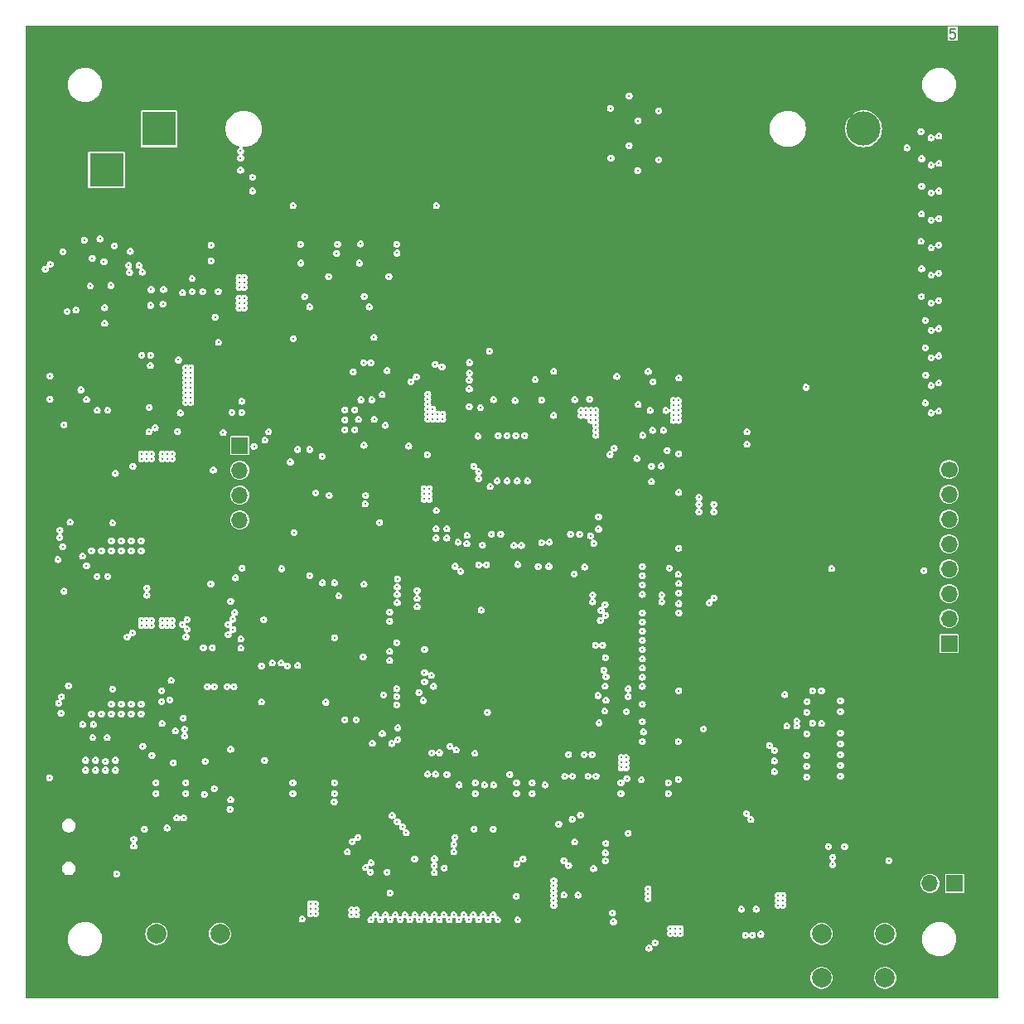
<source format=gbr>
%TF.GenerationSoftware,KiCad,Pcbnew,8.0.5*%
%TF.CreationDate,2024-10-11T17:01:53-05:00*%
%TF.ProjectId,Thermal_Camera,54686572-6d61-46c5-9f43-616d6572612e,rev?*%
%TF.SameCoordinates,Original*%
%TF.FileFunction,Copper,L5,Inr*%
%TF.FilePolarity,Positive*%
%FSLAX46Y46*%
G04 Gerber Fmt 4.6, Leading zero omitted, Abs format (unit mm)*
G04 Created by KiCad (PCBNEW 8.0.5) date 2024-10-11 17:01:53*
%MOMM*%
%LPD*%
G01*
G04 APERTURE LIST*
%ADD10C,0.150000*%
%TA.AperFunction,NonConductor*%
%ADD11C,0.150000*%
%TD*%
%TA.AperFunction,ComponentPad*%
%ADD12R,3.500000X3.500000*%
%TD*%
%TA.AperFunction,ComponentPad*%
%ADD13C,2.000000*%
%TD*%
%TA.AperFunction,ComponentPad*%
%ADD14R,1.700000X1.700000*%
%TD*%
%TA.AperFunction,ComponentPad*%
%ADD15O,1.700000X1.700000*%
%TD*%
%TA.AperFunction,ComponentPad*%
%ADD16C,1.700000*%
%TD*%
%TA.AperFunction,ComponentPad*%
%ADD17C,3.500000*%
%TD*%
%TA.AperFunction,ViaPad*%
%ADD18C,0.300000*%
%TD*%
G04 APERTURE END LIST*
D10*
D11*
X264324620Y-42811819D02*
X263848430Y-42811819D01*
X263848430Y-42811819D02*
X263800811Y-43288009D01*
X263800811Y-43288009D02*
X263848430Y-43240390D01*
X263848430Y-43240390D02*
X263943668Y-43192771D01*
X263943668Y-43192771D02*
X264181763Y-43192771D01*
X264181763Y-43192771D02*
X264277001Y-43240390D01*
X264277001Y-43240390D02*
X264324620Y-43288009D01*
X264324620Y-43288009D02*
X264372239Y-43383247D01*
X264372239Y-43383247D02*
X264372239Y-43621342D01*
X264372239Y-43621342D02*
X264324620Y-43716580D01*
X264324620Y-43716580D02*
X264277001Y-43764200D01*
X264277001Y-43764200D02*
X264181763Y-43811819D01*
X264181763Y-43811819D02*
X263943668Y-43811819D01*
X263943668Y-43811819D02*
X263848430Y-43764200D01*
X263848430Y-43764200D02*
X263800811Y-43716580D01*
D12*
%TO.N,+12Vin*%
%TO.C,J201*%
X177602400Y-57242200D03*
%TO.N,GND*%
X171602400Y-57242200D03*
X174602400Y-61942200D03*
%TD*%
D13*
%TO.N,+3.0V*%
%TO.C,SW1501*%
X257173800Y-139816400D03*
X250673800Y-139816400D03*
%TO.N,Net-(J1502-Pin_2)*%
X257173800Y-135316400D03*
X250673800Y-135316400D03*
%TD*%
D14*
%TO.N,+3.0V*%
%TO.C,J1502*%
X264292000Y-130149600D03*
D15*
%TO.N,Net-(J1502-Pin_2)*%
X261752000Y-130149600D03*
%TD*%
D14*
%TO.N,Net-(D1501B-K2)*%
%TO.C,J1501*%
X263722000Y-105628200D03*
D15*
%TO.N,+3.0V*%
X263722000Y-103088200D03*
%TO.N,Net-(J1501-Pin_3)*%
X263722000Y-100548200D03*
%TO.N,PIC32MZ_ICSPDAT*%
X263722000Y-98008200D03*
%TO.N,PIC32MZ_ICSPCLK*%
X263722000Y-95468200D03*
%TO.N,unconnected-(J1501-Pin_6-Pad6)*%
X263722000Y-92928200D03*
%TO.N,unconnected-(J1501-Pin_7-Pad7)*%
X263722000Y-90388200D03*
D16*
%TO.N,unconnected-(J1501-Pin_8-Pad8)*%
X263722000Y-87848200D03*
%TD*%
D13*
%TO.N,GND*%
%TO.C,SW2501*%
X189203400Y-139816400D03*
X182703400Y-139816400D03*
%TO.N,Net-(U2502-~{MR})*%
X189203400Y-135316400D03*
X182703400Y-135316400D03*
%TD*%
D12*
%TO.N,VBAT*%
%TO.C,J1401*%
X182973400Y-53035200D03*
D17*
%TO.N,Net-(J1401--)*%
X254973400Y-53035200D03*
%TD*%
D14*
%TO.N,~{FLASH_SPI_CS}*%
%TO.C,J2002*%
X191211200Y-85394800D03*
D15*
%TO.N,FLASH_SPI_SCK*%
X191211200Y-87934800D03*
%TO.N,FLASH_SPI_MOSI*%
X191211200Y-90474800D03*
%TO.N,FLASH_SPI_MISO*%
X191211200Y-93014800D03*
%TO.N,GND*%
X191211200Y-95554800D03*
%TD*%
D14*
%TO.N,GND*%
%TO.C,TP201*%
X170764200Y-133559400D03*
%TD*%
D18*
%TO.N,Net-(U201-RTN)*%
X173151800Y-65582800D03*
X178054000Y-69037200D03*
X176149000Y-66268600D03*
X177342800Y-66598800D03*
X175945800Y-69088000D03*
%TO.N,+12Vin*%
X178409600Y-64998600D03*
%TO.N,GND*%
X233468000Y-110007400D03*
X224282000Y-80949800D03*
X215493600Y-109296200D03*
X194183000Y-105181400D03*
X216281000Y-85369400D03*
X246888000Y-138150600D03*
X194183000Y-137515600D03*
X246354600Y-138150600D03*
X180009800Y-91973400D03*
X222834200Y-85369400D03*
X237151000Y-119532400D03*
X188264800Y-112217200D03*
X215163400Y-74752200D03*
X208203800Y-83362800D03*
X179984400Y-107950000D03*
X207695800Y-83870800D03*
X219684600Y-105105200D03*
X185309600Y-109397800D03*
X212369400Y-92031400D03*
X203631800Y-129362200D03*
X194665600Y-64998600D03*
X194538600Y-101473000D03*
X230682800Y-78638400D03*
X178511200Y-124485400D03*
X189280800Y-113741200D03*
X213690200Y-78257400D03*
X213690200Y-80060800D03*
X194157600Y-66624200D03*
X188264800Y-112717800D03*
X179984400Y-105841800D03*
X194157600Y-68732400D03*
X179476400Y-107950000D03*
X229920800Y-83896200D03*
X233468000Y-102489000D03*
X178155600Y-103080600D03*
X216890600Y-106502200D03*
X197104000Y-136118600D03*
X179501800Y-88849200D03*
X215163400Y-85369400D03*
X188264800Y-113233200D03*
X243992400Y-131445000D03*
X236245400Y-132257800D03*
X209829400Y-84683600D03*
X241096800Y-137617200D03*
X241096800Y-138150600D03*
X224282000Y-79171800D03*
X225958400Y-93353800D03*
X183794400Y-89281000D03*
X194157600Y-63982600D03*
X242493800Y-131445000D03*
X208203800Y-83870800D03*
X179501800Y-91973400D03*
X173659800Y-116949000D03*
X233468000Y-113665000D03*
X196596000Y-135610600D03*
X194716400Y-137515600D03*
X179705000Y-68529200D03*
X177647600Y-88315800D03*
X246888000Y-137617200D03*
X233730800Y-117297200D03*
X191846200Y-101320600D03*
X254127000Y-128371600D03*
X225552000Y-138582400D03*
X194665600Y-68732400D03*
X194157600Y-64490600D03*
X222834200Y-74752200D03*
X230022400Y-133172200D03*
X233730800Y-118313200D03*
X200025000Y-110524200D03*
X186410600Y-73093800D03*
X218821000Y-97561400D03*
X190728600Y-117932200D03*
X225552000Y-137515600D03*
X179527200Y-84683600D03*
X180009800Y-89865200D03*
X173659800Y-115925600D03*
X176352200Y-128676400D03*
X231819400Y-133756400D03*
X180721000Y-72136000D03*
X221335600Y-95377000D03*
X213690200Y-82753200D03*
X221081600Y-109296200D03*
X194665600Y-63982600D03*
X205587600Y-108534200D03*
X249148600Y-115951000D03*
X250164600Y-45770800D03*
X194157600Y-64998600D03*
X189788800Y-112717800D03*
X253619000Y-127863600D03*
X229362000Y-135305800D03*
X207695800Y-82847400D03*
X237185200Y-115646200D03*
X194157600Y-66116200D03*
X181686200Y-89281000D03*
X223299100Y-83212200D03*
X188747400Y-79832200D03*
X194665600Y-70332600D03*
X224485200Y-138049000D03*
X205444000Y-107365800D03*
X215493600Y-106502200D03*
X194665600Y-66624200D03*
X195249800Y-138582400D03*
X183286400Y-89789000D03*
X174066200Y-97688400D03*
X237176400Y-86258400D03*
X233222800Y-118313200D03*
X189052200Y-53873400D03*
X224282000Y-76225400D03*
X211759800Y-127939800D03*
X194157600Y-68224400D03*
X233468000Y-105308400D03*
X188747400Y-78587600D03*
X184302400Y-106781600D03*
X195249800Y-137515600D03*
X173659800Y-119126000D03*
X208203800Y-82847400D03*
X173151800Y-116949000D03*
X229895400Y-134797800D03*
X217881200Y-93353800D03*
X219684600Y-103708200D03*
X229920800Y-81203800D03*
X213080600Y-90881200D03*
X194157600Y-70840600D03*
X251790200Y-113741200D03*
X217195400Y-85369400D03*
X174396400Y-110210600D03*
X188671200Y-57251600D03*
X249739600Y-131370000D03*
X233468000Y-99644200D03*
X181686200Y-89789000D03*
X222478600Y-109296200D03*
X183540400Y-116103400D03*
X253619000Y-128371600D03*
X202980200Y-90500200D03*
X257556000Y-128930400D03*
X181178200Y-106781600D03*
X221081600Y-105105200D03*
X194157600Y-67132200D03*
X174625000Y-93192600D03*
X187985400Y-103378000D03*
X221081600Y-107899200D03*
X253619000Y-128879600D03*
X203225400Y-78638400D03*
X177673000Y-86055200D03*
X214679100Y-82312200D03*
X214249000Y-119075200D03*
X217195400Y-74752200D03*
X181178200Y-89281000D03*
X213690200Y-76225400D03*
X178155600Y-103588600D03*
X177952400Y-100884800D03*
X254177800Y-117652800D03*
X224485200Y-138582400D03*
X178181000Y-86563200D03*
X223299100Y-76912200D03*
X171627800Y-75869800D03*
X179501800Y-91465400D03*
X233468000Y-107188000D03*
X202827800Y-99568000D03*
X178181000Y-85539800D03*
X196392800Y-101473000D03*
X237176400Y-95910400D03*
X254635000Y-128879600D03*
X194183000Y-138049000D03*
X194665600Y-64490600D03*
X179984400Y-108966000D03*
X260229400Y-76428600D03*
X215493600Y-110693200D03*
X246253000Y-111861600D03*
X222199200Y-116840000D03*
X245745000Y-112369600D03*
X218287600Y-103708200D03*
X228676200Y-99847400D03*
X225450400Y-79612400D03*
X233222800Y-117297200D03*
X233468000Y-100609400D03*
X233468000Y-97764600D03*
X221081600Y-110693200D03*
X260229400Y-70840600D03*
X220776800Y-85369400D03*
X205444000Y-106426000D03*
X180009800Y-91465400D03*
X216890600Y-105105200D03*
X226339400Y-80975200D03*
X251307600Y-45339000D03*
X221081600Y-103708200D03*
X188772800Y-113233200D03*
X229514400Y-52222400D03*
X222478600Y-110693200D03*
X182194200Y-89281000D03*
X188620400Y-122580400D03*
X213080600Y-89814400D03*
X230428800Y-83896200D03*
X254177800Y-112776000D03*
X228269800Y-79400400D03*
X226339400Y-126060200D03*
X212496400Y-127685800D03*
X205444000Y-103352600D03*
X213080600Y-90347800D03*
X247421400Y-138150600D03*
X217246200Y-129006600D03*
X249739600Y-131878000D03*
X178181000Y-86055200D03*
X237176400Y-90195400D03*
X246888000Y-137083800D03*
X188747400Y-80340200D03*
X221081600Y-106502200D03*
X189788800Y-112217200D03*
X230784400Y-115544600D03*
X237151000Y-80797400D03*
X181686200Y-106273600D03*
X175463200Y-115747800D03*
X218287600Y-109296200D03*
X230428800Y-83388200D03*
X248208800Y-111607600D03*
X230428800Y-81719200D03*
X213639400Y-121174600D03*
X224282000Y-83896200D03*
X201142600Y-128879600D03*
X246253000Y-112369600D03*
X194157600Y-69240400D03*
X178079400Y-83820000D03*
X179501800Y-89865200D03*
X194665600Y-69240400D03*
X174066200Y-96316800D03*
X178663600Y-103588600D03*
X188671200Y-57759600D03*
X224282000Y-81889600D03*
X234899200Y-86664800D03*
X186893200Y-76428600D03*
X188798200Y-117678200D03*
X180848000Y-102641400D03*
X216739100Y-84372200D03*
X204774800Y-114173000D03*
X184810400Y-126619000D03*
X188747400Y-77571600D03*
X192447000Y-106095800D03*
X232327400Y-133756400D03*
X203733400Y-102006400D03*
X208203800Y-80670400D03*
X213690200Y-80949800D03*
X216230200Y-121174600D03*
X249231600Y-132386000D03*
X237151000Y-98552000D03*
X205282800Y-65760600D03*
X172085000Y-104546400D03*
X176352200Y-104521000D03*
X185394600Y-73093800D03*
X260229400Y-79273400D03*
X233468000Y-104368600D03*
X187604400Y-119354600D03*
X187756800Y-113741200D03*
X195478400Y-101473000D03*
X247421400Y-137083800D03*
X178663600Y-102565200D03*
X218084400Y-85369400D03*
X187655200Y-57759600D03*
X203123800Y-128879600D03*
X254127000Y-128879600D03*
X195249800Y-138049000D03*
X238633000Y-113639600D03*
X187629800Y-99923600D03*
X216890600Y-110693200D03*
X232835400Y-134213600D03*
X189255400Y-78587600D03*
X246354600Y-137083800D03*
X251714000Y-110921800D03*
X187756800Y-112717800D03*
X230403400Y-135305800D03*
X224282000Y-82753200D03*
X179501800Y-90957400D03*
X259308600Y-100533200D03*
X188772800Y-113741200D03*
X218084400Y-74752200D03*
X195446200Y-132208200D03*
X207086200Y-85445600D03*
X189255400Y-79832200D03*
X238125000Y-108788200D03*
X216890600Y-109296200D03*
X220776800Y-74752200D03*
X233222800Y-117805200D03*
X177647600Y-102565200D03*
X218287600Y-106502200D03*
X177673000Y-85539800D03*
X215493600Y-107899200D03*
X195376800Y-105181400D03*
X229539800Y-57302400D03*
X189890400Y-120904000D03*
X194716400Y-138582400D03*
X179501800Y-89357200D03*
X216941400Y-93353800D03*
X179984400Y-108458000D03*
X197129400Y-99720400D03*
X221691200Y-85369400D03*
X207695800Y-83362800D03*
X197104000Y-135610600D03*
X223291400Y-81407000D03*
X188747400Y-80848200D03*
X218973400Y-85369400D03*
X260229400Y-67995800D03*
X204241400Y-68097400D03*
X179476400Y-106349800D03*
X179603400Y-63855600D03*
X185902600Y-73609200D03*
X189788800Y-114249200D03*
X216941400Y-116840000D03*
X182905400Y-72974200D03*
X220370400Y-77038200D03*
X219887800Y-85369400D03*
X241096800Y-137083800D03*
X229895400Y-135305800D03*
X201625200Y-129413000D03*
X187655200Y-56736200D03*
X182194200Y-106273600D03*
X192523200Y-80873600D03*
X185394600Y-74117200D03*
X185851800Y-117678200D03*
X235229400Y-131749800D03*
X177673000Y-86563200D03*
X195954200Y-132208200D03*
X237176400Y-110464600D03*
X231698800Y-79806800D03*
X213690200Y-83896200D03*
X213690200Y-77343000D03*
X213614000Y-89814400D03*
X229362000Y-134797800D03*
X200914000Y-87934800D03*
X189280800Y-113233200D03*
X195954200Y-132716200D03*
X199440800Y-70180200D03*
X234289600Y-130683000D03*
X208203800Y-80155000D03*
X192523200Y-82016600D03*
X194665600Y-70840600D03*
X225526600Y-116916200D03*
X171627800Y-76885800D03*
X183286400Y-89281000D03*
X178663600Y-103080600D03*
X219684600Y-109296200D03*
X183286400Y-106273600D03*
X234569000Y-77825600D03*
X217932000Y-80162400D03*
X173151800Y-66294000D03*
X194665600Y-68224400D03*
X235229400Y-132257800D03*
X229920800Y-81719200D03*
X178689000Y-86563200D03*
X225018600Y-138049000D03*
X217170000Y-121174600D03*
X233468000Y-98704400D03*
X187756800Y-114249200D03*
X188747400Y-78079600D03*
X215493600Y-103708200D03*
X173888400Y-80695800D03*
X185140600Y-56311800D03*
X180009800Y-89357200D03*
X182194200Y-89789000D03*
X173659800Y-116433600D03*
X178689000Y-86055200D03*
X194995800Y-109601000D03*
X187756800Y-112217200D03*
X188264800Y-113741200D03*
X219684600Y-110693200D03*
X251993400Y-129133600D03*
X179984400Y-106349800D03*
X184302400Y-106273600D03*
X225018600Y-137515600D03*
X206527400Y-108534200D03*
X216128600Y-77825600D03*
X172135800Y-75869800D03*
X231819400Y-134213600D03*
X234289600Y-131749800D03*
X233468000Y-103428800D03*
X185902600Y-73093800D03*
X233468000Y-108127800D03*
X222427800Y-121174600D03*
X224485200Y-137515600D03*
X203225400Y-105613200D03*
X202827800Y-85369400D03*
X183286400Y-112699800D03*
X246761000Y-112369600D03*
X213690200Y-81864200D03*
X230784400Y-100228400D03*
X178562000Y-105308400D03*
X218287600Y-107899200D03*
X185369200Y-68199000D03*
X178536600Y-127508000D03*
X231800400Y-85623400D03*
X260223000Y-53949600D03*
X179984400Y-106857800D03*
X173151800Y-115925600D03*
X260229400Y-82067400D03*
X181178200Y-89789000D03*
X173151800Y-119126000D03*
X203225400Y-104673400D03*
X247421400Y-137617200D03*
X180009800Y-88849200D03*
X213690200Y-79171800D03*
X180924200Y-82143600D03*
X183667400Y-121818400D03*
X222478600Y-105105200D03*
X172135800Y-76377800D03*
X189255400Y-77571600D03*
X177647600Y-103080600D03*
X206273400Y-78841600D03*
X172110400Y-87528400D03*
X173151800Y-116433600D03*
X185902600Y-74117200D03*
X240563400Y-138150600D03*
X213614000Y-90881200D03*
X183794400Y-89789000D03*
X221234000Y-84378800D03*
X178689000Y-85539800D03*
X213614000Y-90347800D03*
X218287600Y-105105200D03*
X201066400Y-133172200D03*
X194157600Y-71348600D03*
X235737400Y-131749800D03*
X182194200Y-106781600D03*
X225018600Y-138582400D03*
X173659800Y-118618000D03*
X218973400Y-74752200D03*
X189280800Y-112217200D03*
X189255400Y-80340200D03*
X219684600Y-107899200D03*
X234696000Y-133680200D03*
X195954200Y-133224200D03*
X193446400Y-110540800D03*
X260229400Y-62382400D03*
X192548600Y-97917000D03*
X245338600Y-134366000D03*
X177647600Y-103588600D03*
X189255400Y-78079600D03*
X240030000Y-137083800D03*
X194665600Y-57988200D03*
X192447000Y-105156000D03*
X249231600Y-131878000D03*
X230428800Y-80695800D03*
X222478600Y-103708200D03*
X217144600Y-79612400D03*
X233730800Y-117805200D03*
X181178200Y-106273600D03*
X199186800Y-65760600D03*
X187756800Y-113233200D03*
X183286400Y-106781600D03*
X189280800Y-114249200D03*
X189280800Y-112717800D03*
X207695800Y-80155000D03*
X195446200Y-133224200D03*
X245389400Y-114909600D03*
X189788800Y-113741200D03*
X188264800Y-114249200D03*
X195446200Y-132716200D03*
X246761000Y-111861600D03*
X188163200Y-56736200D03*
X207418800Y-81125800D03*
X219887800Y-74752200D03*
X178155600Y-102565200D03*
X186410600Y-74117200D03*
X218440000Y-95605600D03*
X179476400Y-105841800D03*
X254635000Y-127863600D03*
X170992800Y-68453000D03*
X248208800Y-112649000D03*
X183794400Y-106273600D03*
X221691200Y-74752200D03*
X250875800Y-85267800D03*
X170891200Y-114808000D03*
X259308600Y-103073200D03*
X225399600Y-97815400D03*
X233468000Y-106248200D03*
X195453000Y-103505000D03*
X233468000Y-115646200D03*
X205511400Y-70154800D03*
X240563400Y-137083800D03*
X216281000Y-74752200D03*
X249739600Y-132386000D03*
X260229400Y-56743600D03*
X233468000Y-109067600D03*
X174294800Y-113411000D03*
X194665600Y-71348600D03*
X225552000Y-138049000D03*
X220345000Y-75742800D03*
X196189600Y-99720400D03*
X189255400Y-80848200D03*
X224282000Y-80060800D03*
X209499200Y-108077000D03*
X215493600Y-105105200D03*
X216890600Y-107899200D03*
X216890600Y-103708200D03*
X218287600Y-110693200D03*
X202438000Y-107721400D03*
X230428800Y-81203800D03*
X222139100Y-84372200D03*
X188671200Y-56736200D03*
X240030000Y-138150600D03*
X188772800Y-112717800D03*
X229920800Y-84411600D03*
X219684600Y-106502200D03*
X232835400Y-133756400D03*
X225018600Y-93353800D03*
X179476400Y-106857800D03*
X215823800Y-75768200D03*
X173151800Y-118618000D03*
X181686200Y-106781600D03*
X228650800Y-113842800D03*
X232327400Y-134213600D03*
X222478600Y-106502200D03*
X205444000Y-102412800D03*
X171627800Y-76377800D03*
X177444400Y-105206800D03*
X179476400Y-108458000D03*
X173151800Y-119641400D03*
X179476400Y-108966000D03*
X177190400Y-116738400D03*
X217017600Y-77825600D03*
X244932200Y-110134400D03*
X254127000Y-127863600D03*
X231673400Y-132461000D03*
X195376800Y-105994200D03*
X194183000Y-105994200D03*
X260426200Y-98145600D03*
X240563400Y-137617200D03*
X194157600Y-70332600D03*
X180009800Y-90957400D03*
X229920800Y-80695800D03*
X260229400Y-73634600D03*
X188772800Y-112217200D03*
X218617800Y-128193800D03*
X198247000Y-68122800D03*
X189788800Y-113233200D03*
X194183000Y-138582400D03*
X230428800Y-84411600D03*
X195732400Y-57988200D03*
X235185800Y-99491800D03*
X254635000Y-128371600D03*
X233468000Y-111836200D03*
X194665600Y-67132200D03*
X245745000Y-111861600D03*
X240030000Y-137617200D03*
X185394600Y-73609200D03*
X224282000Y-78257400D03*
X222478600Y-107899200D03*
X235737400Y-132257800D03*
X187655200Y-57251600D03*
X194665600Y-66116200D03*
X186410600Y-73609200D03*
X206121000Y-84455000D03*
X184302400Y-89281000D03*
X235178600Y-102514400D03*
X172135800Y-76885800D03*
X217424000Y-76581000D03*
X183794400Y-106781600D03*
X249231600Y-131370000D03*
X260229400Y-59563000D03*
X173659800Y-119641400D03*
X184302400Y-89789000D03*
X182168800Y-68360200D03*
X236245400Y-131749800D03*
X202133200Y-128879600D03*
X180924200Y-99161600D03*
X224294100Y-77362200D03*
X190728600Y-116992400D03*
X202641200Y-129387600D03*
X194716400Y-138049000D03*
X222072200Y-79637800D03*
X246354600Y-137617200D03*
X260229400Y-65201800D03*
X210108800Y-107696000D03*
X196596000Y-136118600D03*
X188772800Y-114249200D03*
X188163200Y-57759600D03*
X188163200Y-57251600D03*
X243941600Y-78333600D03*
%TO.N,+12V*%
X174472600Y-71551800D03*
X186207400Y-79984600D03*
X185699400Y-78460600D03*
X177419000Y-72910600D03*
X185699400Y-81000600D03*
X185699400Y-79984600D03*
X186207400Y-77952600D03*
X185699400Y-78968600D03*
X185699400Y-77444600D03*
X185699400Y-80492600D03*
X186207400Y-81000600D03*
X185699400Y-77952600D03*
X185699400Y-79476600D03*
X186207400Y-77444600D03*
X186207400Y-80492600D03*
X186207400Y-78968600D03*
X186207400Y-78460600D03*
X186207400Y-79476600D03*
%TO.N,+3.0V*%
X176657000Y-81788000D03*
X204774800Y-115824000D03*
X206544000Y-107365800D03*
X230708200Y-117805200D03*
X187502800Y-106070400D03*
X198450200Y-133223000D03*
X206273400Y-77749400D03*
X206544000Y-102412800D03*
X213639400Y-120074600D03*
X215823800Y-81534000D03*
X208483200Y-85445600D03*
X205765400Y-80187800D03*
X230708200Y-118313200D03*
X198958200Y-133223000D03*
X234899200Y-85902800D03*
X206544000Y-103352600D03*
X190296800Y-101320600D03*
X181203600Y-76174600D03*
X228625400Y-126060200D03*
X210058000Y-90881200D03*
X206544000Y-106426000D03*
X261880400Y-67995800D03*
X199644000Y-86487000D03*
X227380800Y-128625600D03*
X246227600Y-131368800D03*
X261880400Y-65201800D03*
X249097800Y-79451200D03*
X229108000Y-50952400D03*
X232368000Y-115646200D03*
X233654600Y-136220200D03*
X257556000Y-127812800D03*
X203351000Y-82726000D03*
X198450200Y-132207000D03*
X231927400Y-52222400D03*
X217881200Y-94453800D03*
X181152800Y-96164400D03*
X225018600Y-94453800D03*
X198374000Y-98704400D03*
X261880400Y-70840600D03*
X202971400Y-81762600D03*
X173253400Y-100279200D03*
X246735600Y-131368800D03*
X210058000Y-89814400D03*
X231876600Y-57302400D03*
X201955400Y-81762600D03*
X201117200Y-65760600D03*
X203149200Y-133350000D03*
X175564800Y-97688400D03*
X261880400Y-73634600D03*
X177723800Y-81788000D03*
X229158800Y-56032400D03*
X261880400Y-79273400D03*
X196392800Y-87071200D03*
X207289400Y-65735200D03*
X180263800Y-104521000D03*
X234035600Y-51206400D03*
X178104800Y-95148400D03*
X210058000Y-90347800D03*
X178511200Y-88239600D03*
X230200200Y-117805200D03*
X231800400Y-86715600D03*
X232968800Y-77825600D03*
X244475000Y-135331200D03*
X195503800Y-97993200D03*
X202641200Y-132842000D03*
X175564800Y-80695800D03*
X200914000Y-105029000D03*
X178104800Y-96164400D03*
X173126400Y-95732600D03*
X172948600Y-112750600D03*
X261880400Y-76428600D03*
X203149200Y-132842000D03*
X176072800Y-96164400D03*
X173253400Y-83286600D03*
X181152800Y-95148400D03*
X180136800Y-95148400D03*
X179120800Y-95148400D03*
X238607600Y-114376200D03*
X230200200Y-117297200D03*
X201955400Y-83794600D03*
X203936600Y-70154800D03*
X186359800Y-68326000D03*
X230200200Y-118313200D03*
X215569800Y-84429600D03*
X216814400Y-89585800D03*
X198958200Y-132715000D03*
X180035200Y-65557400D03*
X202641200Y-133350000D03*
X210591400Y-89814400D03*
X176631600Y-98780600D03*
X180136800Y-96164400D03*
X210591400Y-90881200D03*
X222427800Y-120074600D03*
X210591400Y-90347800D03*
X198450200Y-132715000D03*
X198958200Y-132207000D03*
X197840600Y-70180200D03*
X201955400Y-82778600D03*
X261874000Y-53949600D03*
X246913400Y-110845600D03*
X177088800Y-96164400D03*
X211302600Y-92031400D03*
X234035600Y-56210200D03*
X246735600Y-132384800D03*
X261880400Y-59563000D03*
X179120800Y-96164400D03*
X230708200Y-117297200D03*
X180289200Y-87503000D03*
X216230200Y-120074600D03*
X261880400Y-82067400D03*
X205917800Y-110871000D03*
X261137400Y-98171000D03*
X202971400Y-83794600D03*
X261880400Y-56743600D03*
X226974400Y-80645000D03*
X261880400Y-62382400D03*
X173888400Y-93218000D03*
X246735600Y-131876800D03*
X229755700Y-78346300D03*
X192532000Y-57988200D03*
X246227600Y-132384800D03*
X246227600Y-131876800D03*
%TO.N,VCOM*%
X182168800Y-69460200D03*
X236245400Y-134747000D03*
X191668400Y-68732400D03*
X191423200Y-82016600D03*
X191668400Y-69240400D03*
X182194200Y-103784400D03*
X235229400Y-134747000D03*
X183235600Y-110473400D03*
X191160400Y-71348600D03*
X235737400Y-135255000D03*
X183286400Y-103276400D03*
X183794400Y-103784400D03*
X191668400Y-70332600D03*
X184302400Y-86258400D03*
X196646800Y-120971400D03*
X215290400Y-120971400D03*
X191668400Y-70840600D03*
X191160400Y-70332600D03*
X191668400Y-68224400D03*
X200914000Y-120971400D03*
X235737400Y-134747000D03*
X183794400Y-86258400D03*
X236245400Y-135255000D03*
X191160400Y-70840600D03*
X191160400Y-68224400D03*
X235229400Y-135255000D03*
X183286400Y-103784400D03*
X191448600Y-97917000D03*
X182194200Y-103276400D03*
X184302400Y-103276400D03*
X181686200Y-103784400D03*
X182194200Y-86766400D03*
X185699400Y-120971400D03*
X230174800Y-120971400D03*
X191668400Y-71348600D03*
X235026200Y-120971400D03*
X181178200Y-103276400D03*
X181686200Y-103276400D03*
X182194200Y-86258400D03*
X191423200Y-80873600D03*
X184302400Y-103784400D03*
X181686200Y-86258400D03*
X191160400Y-68732400D03*
X184302400Y-86766400D03*
X183286400Y-86258400D03*
X219506800Y-120971400D03*
X181686200Y-86766400D03*
X191160400Y-69240400D03*
X181178200Y-86258400D03*
X183794400Y-86766400D03*
X184209600Y-109397800D03*
X175167200Y-113893600D03*
X183794400Y-103276400D03*
X181178200Y-103784400D03*
X182651400Y-120971400D03*
X181178200Y-86766400D03*
X221107000Y-120971400D03*
X183286400Y-86766400D03*
%TO.N,Net-(C407-Pad1)*%
X178231800Y-93307000D03*
%TO.N,Net-(C607-Pad1)*%
X178231800Y-110307000D03*
%TO.N,Net-(C802-Pad1)*%
X204951000Y-82726000D03*
%TO.N,Net-(U801-NR{slash}SS)*%
X206095600Y-83340700D03*
%TO.N,+2.8V*%
X210947000Y-82194400D03*
X210439000Y-82702400D03*
X211963000Y-82194400D03*
X211963000Y-82702400D03*
X211455000Y-82194400D03*
X210439000Y-80670400D03*
X214679100Y-81412200D03*
X210439000Y-81686400D03*
X210439000Y-81178400D03*
X210947000Y-81686400D03*
X210947000Y-82702400D03*
X210439000Y-80162400D03*
X211455000Y-82702400D03*
X210439000Y-82194400D03*
%TO.N,POS2P8_SNS+*%
X203606400Y-80721200D03*
%TO.N,POS2P8_SNS-*%
X204724000Y-80721200D03*
%TO.N,+1.8V*%
X182651400Y-119871400D03*
X181152800Y-112826800D03*
X232368000Y-100609400D03*
X232368000Y-104368600D03*
X232368000Y-108127800D03*
X217170000Y-120074600D03*
X236051000Y-119532400D03*
X181152800Y-111810800D03*
X236076400Y-86258400D03*
X176072800Y-112826800D03*
X203927800Y-99568000D03*
X235534200Y-81807300D03*
X180136800Y-112826800D03*
X203826200Y-106984800D03*
X221107000Y-119871400D03*
X177088800Y-112826800D03*
X203927800Y-85369400D03*
X196646800Y-119871400D03*
X176267200Y-113893600D03*
X236042200Y-81813400D03*
X219506800Y-119871400D03*
X200025000Y-111624200D03*
X216941400Y-94453800D03*
X178104800Y-112826800D03*
X177723800Y-98780600D03*
X222072200Y-80737800D03*
X225958400Y-94453800D03*
X236051000Y-98552000D03*
X215290400Y-119871400D03*
X236042200Y-80797400D03*
X179120800Y-112826800D03*
X235534200Y-81305400D03*
X235534200Y-82321400D03*
X236076400Y-90195400D03*
X185699400Y-119871400D03*
X180136800Y-111810800D03*
X232368000Y-105308400D03*
X232368000Y-110007400D03*
X232368000Y-113614200D03*
X236076400Y-110464600D03*
X230174800Y-119871400D03*
X235534200Y-82829400D03*
X193446400Y-111598800D03*
X232368000Y-103428800D03*
X236042200Y-82321400D03*
X236076400Y-95910400D03*
X183235600Y-111573400D03*
X232368000Y-106248200D03*
X204080200Y-90500200D03*
X178104800Y-111810800D03*
X234775300Y-81807300D03*
X200914000Y-119871400D03*
X232410000Y-84353400D03*
X235026200Y-119871400D03*
X236042200Y-81305400D03*
X232368000Y-102489000D03*
X236042200Y-82829400D03*
X232368000Y-111836200D03*
X225450400Y-80712400D03*
X179120800Y-111810800D03*
X235534200Y-80797400D03*
X217144600Y-80712400D03*
X236042200Y-115646200D03*
X232368000Y-109067600D03*
%TO.N,Net-(C1003-Pad1)*%
X233175300Y-81807300D03*
%TO.N,Net-(U1002-NR{slash}SS)*%
X231927400Y-81203800D03*
%TO.N,+1.2V*%
X227609400Y-82321400D03*
X227609400Y-81813400D03*
X227609400Y-84353400D03*
X223299100Y-82312200D03*
X226085400Y-82321400D03*
X227101400Y-82321400D03*
X227101400Y-82829400D03*
X226085400Y-81813400D03*
X227609400Y-82829400D03*
X226593400Y-82321400D03*
X227101400Y-81813400D03*
X226593400Y-81813400D03*
X227609400Y-83845400D03*
X227609400Y-83337400D03*
%TO.N,POS1P2_SNS-*%
X233400600Y-83845400D03*
%TO.N,POS1P2_SNS+*%
X234518200Y-83845400D03*
%TO.N,Net-(D1201-K)*%
X225780600Y-131343400D03*
%TO.N,VLED_SNS+*%
X224834288Y-128314288D03*
%TO.N,VLED_SNS-*%
X224339312Y-127819312D03*
%TO.N,VBAT*%
X188290200Y-64909800D03*
%TO.N,+5V_USB*%
X185369200Y-69765000D03*
X196697600Y-74472800D03*
X171780200Y-119354600D03*
X181483000Y-124612400D03*
X232368000Y-97764600D03*
X204038200Y-91363800D03*
X183794400Y-124485400D03*
%TO.N,Net-(C1405-Pad2)*%
X189052200Y-74853800D03*
%TO.N,Net-(U1402-BST)*%
X184962800Y-76657200D03*
%TO.N,BATT_SNS-*%
X188290200Y-66509800D03*
%TO.N,VMEM_REF*%
X228600000Y-107086400D03*
X232368000Y-107188000D03*
%TO.N,+3.3V_USB_MZ*%
X232368000Y-98704400D03*
X232368000Y-99644200D03*
%TO.N,PIC_USBHS_D+*%
X190622800Y-110050024D03*
X236085800Y-101549200D03*
X239198312Y-101466488D03*
X236093000Y-102489000D03*
X215620600Y-88767400D03*
%TO.N,PIC_USBHS_D-*%
X189922800Y-110050024D03*
X215620600Y-88067400D03*
X236085800Y-99491800D03*
X236085800Y-100482400D03*
X239693288Y-100971512D03*
%TO.N,+3.0VA_MZ*%
X211286000Y-93903800D03*
X211286000Y-94843600D03*
%TO.N,GNDA_MZ*%
X212386000Y-93903800D03*
X212386000Y-94843600D03*
%TO.N,+3.0V_SD*%
X248158000Y-113538000D03*
X247142000Y-114046000D03*
X248158000Y-114046000D03*
X249758200Y-113766600D03*
X252612600Y-115876800D03*
X249758200Y-110464600D03*
%TO.N,+3.3V_USB*%
X177495200Y-118567200D03*
X183286400Y-113792000D03*
X187680600Y-117678200D03*
X178638200Y-129184400D03*
X177673000Y-115239800D03*
X190296800Y-116433600D03*
X181305200Y-116128800D03*
X178511200Y-117551200D03*
X175463200Y-118567200D03*
X188417200Y-106070400D03*
X197129400Y-107873800D03*
X176479200Y-118567200D03*
X177495200Y-117678200D03*
X184073800Y-111404400D03*
X193751200Y-117576600D03*
X175463200Y-117551200D03*
X176479200Y-117551200D03*
X187604400Y-121056400D03*
X178511200Y-118567200D03*
X190220600Y-122580400D03*
%TO.N,BRIDGE_USB_D+*%
X191347000Y-106095800D03*
X188622800Y-110028061D03*
%TO.N,BRIDGE_USB_D-*%
X191347000Y-105156000D03*
X187922800Y-110028061D03*
%TO.N,Net-(U2502-CT)*%
X182250500Y-117053400D03*
%TO.N,UFP_USB_D+*%
X185573406Y-115083200D03*
X180390800Y-126334000D03*
X185490600Y-123444000D03*
%TO.N,UFP_USB_D-*%
X184790600Y-123444000D03*
X185573406Y-114383200D03*
X180390800Y-125634000D03*
%TO.N,Net-(U2901-SNSK)*%
X203555600Y-64795400D03*
%TO.N,Net-(U2901-SNS)*%
X207264000Y-64820800D03*
%TO.N,Net-(U2902-SNSK)*%
X197434200Y-64820800D03*
%TO.N,Net-(U2902-SNS)*%
X201218800Y-64820800D03*
%TO.N,Net-(C2905-Pad1)*%
X206451200Y-68122800D03*
%TO.N,Net-(C2906-Pad1)*%
X200304400Y-68122800D03*
%TO.N,PIC32MZ_ICSPCLK*%
X214426800Y-95427800D03*
%TO.N,PIC32MZ_ICSPDAT*%
X207314800Y-101447600D03*
%TO.N,~{SDHC_SDCD}*%
X250665400Y-110464600D03*
X228549200Y-101650800D03*
%TO.N,Net-(D2002A-K1)*%
X252612600Y-116976800D03*
%TO.N,Net-(D2002B-K2)*%
X252612600Y-118076800D03*
%TO.N,Net-(D2002C-K3)*%
X252612600Y-119176800D03*
%TO.N,Net-(D2701-A)*%
X262661400Y-53771800D03*
%TO.N,Net-(D2702-A)*%
X262667800Y-56565800D03*
%TO.N,Net-(D2703-A)*%
X262667800Y-59385200D03*
%TO.N,Net-(D2704-A)*%
X262667800Y-62204600D03*
%TO.N,Net-(D2705-A)*%
X262652600Y-64922400D03*
%TO.N,Net-(D2706-A)*%
X262652600Y-67802800D03*
%TO.N,Net-(D2707-A)*%
X262652600Y-70586600D03*
%TO.N,Net-(D2801-A)*%
X262652600Y-73441600D03*
%TO.N,Net-(D2802-A)*%
X262652600Y-76235600D03*
%TO.N,Net-(D2803-A)*%
X262652600Y-78994000D03*
%TO.N,Net-(D2804-A)*%
X262652600Y-81874400D03*
%TO.N,I2C_SCL*%
X243052600Y-85267800D03*
X181254400Y-67665600D03*
X229489000Y-85674200D03*
X233299000Y-87503000D03*
X182575200Y-83591400D03*
X172821600Y-94792800D03*
X242900200Y-135432800D03*
X191312800Y-55295800D03*
X181737000Y-99974400D03*
X228574600Y-127025400D03*
X172720000Y-111734600D03*
X179959000Y-67691000D03*
X212699600Y-116128800D03*
X233299000Y-89077800D03*
X229311200Y-133172200D03*
X202819000Y-77876400D03*
X208711800Y-78867000D03*
X204622400Y-76936600D03*
X214680800Y-79603600D03*
X171856400Y-66878200D03*
X251815600Y-128219200D03*
%TO.N,I2C_SDA*%
X209270600Y-78359000D03*
X228574600Y-127838200D03*
X173710600Y-109956600D03*
X243611400Y-135432800D03*
X251383800Y-126365000D03*
X214680800Y-78714600D03*
X172847000Y-94056200D03*
X180924200Y-66979800D03*
X191312800Y-56007000D03*
X181940200Y-83997800D03*
X203885800Y-76936600D03*
X213334600Y-116509800D03*
X251815600Y-127482600D03*
X171348400Y-67360800D03*
X172999400Y-111074200D03*
X229412800Y-134061200D03*
X181737000Y-100685600D03*
X253034800Y-126365000D03*
X229057200Y-86309200D03*
X191312800Y-57251600D03*
X243052600Y-83997800D03*
X179857400Y-66979800D03*
X234289600Y-87477600D03*
%TO.N,USB_UART_TX*%
X213233000Y-97739200D03*
X185851800Y-104165400D03*
%TO.N,USB_UART_RX*%
X185724800Y-104952800D03*
X213791800Y-98247200D03*
%TO.N,FLIR_VOSPI_CLK*%
X228650800Y-111429800D03*
X218541600Y-89001600D03*
%TO.N,FLIR_VOSPI_MOSI*%
X228650800Y-109042200D03*
X220624400Y-89001600D03*
%TO.N,FLIR_VOSPI_MISO*%
X219583000Y-89001600D03*
X215239600Y-116840000D03*
%TO.N,FLASH_SPI_SCK*%
X207264000Y-105537000D03*
X199669400Y-99415600D03*
%TO.N,FLASH_SPI_MISO*%
X209346800Y-101854000D03*
X198983600Y-90246200D03*
X198374000Y-85801200D03*
X196773800Y-94284800D03*
%TO.N,FLASH_SPI_MOSI*%
X207314800Y-99847400D03*
X200914000Y-99415600D03*
%TO.N,~{PIC32MZ_MCLR}*%
X232468000Y-114655600D03*
%TO.N,POS3P0_RUN*%
X171831000Y-80670400D03*
X184861200Y-83972400D03*
%TO.N,POS1P8_RUN*%
X179705000Y-104978200D03*
X172643800Y-97053400D03*
%TO.N,Net-(U201-UVLO)*%
X176936400Y-64287400D03*
%TO.N,Net-(U201-OVP)*%
X175336200Y-64389000D03*
%TO.N,Net-(R205-Pad2)*%
X177419000Y-71310600D03*
%TO.N,POS12_PGOOD*%
X181965600Y-81508600D03*
X173583600Y-71704200D03*
X171831000Y-78308200D03*
X260832600Y-53314600D03*
X215138000Y-87503000D03*
%TO.N,POS3P0_PGOOD*%
X260883400Y-61722000D03*
X201345800Y-100761800D03*
X203123800Y-113411000D03*
X174980600Y-79705200D03*
X190779400Y-98907600D03*
X201955400Y-113411000D03*
X211175600Y-77089000D03*
X200355200Y-90500200D03*
X185140600Y-82067400D03*
%TO.N,POS1P8_PGOOD*%
X260908800Y-56083200D03*
X175158400Y-96697800D03*
X204927200Y-74345800D03*
X188518800Y-87909400D03*
X236093000Y-78486000D03*
%TO.N,POS2P8_PGOOD*%
X210388200Y-86334600D03*
X260908800Y-67335400D03*
X211886800Y-77368400D03*
%TO.N,POS1P2_RUN*%
X239674400Y-91414600D03*
X238150400Y-91414600D03*
%TO.N,POS1P2_PGOOD*%
X233451400Y-78867000D03*
X238150400Y-92176600D03*
X260858000Y-64516000D03*
X239674400Y-92176600D03*
%TO.N,BACKLIGHT_PWM*%
X233045000Y-136753600D03*
X215900000Y-102209600D03*
%TO.N,BACKLIGHT_CATHODE*%
X232943400Y-130708400D03*
X232943400Y-131724400D03*
X232943400Y-131216400D03*
%TO.N,BACKLIGHT_ANODE*%
X223316800Y-129870200D03*
X224358200Y-131318000D03*
X223316800Y-130378200D03*
X223316800Y-131902200D03*
X223316800Y-130886200D03*
X223316800Y-131394200D03*
X223316800Y-132410200D03*
%TO.N,~{BATT_CEN}*%
X182110800Y-71069200D03*
X219227400Y-95605600D03*
%TO.N,BATT_IUSB*%
X182085400Y-77216000D03*
X219633800Y-97561400D03*
%TO.N,~{BATT_FLT}*%
X194157600Y-83997800D03*
X186359800Y-69672200D03*
X231013000Y-49657000D03*
X226466400Y-97815400D03*
%TO.N,~{BATT_UOK}*%
X193802000Y-84836000D03*
X225399600Y-98526600D03*
X187426600Y-69672200D03*
%TO.N,BATT_LOWBAT*%
X192532000Y-59385200D03*
X260908800Y-58902600D03*
X196672200Y-60883800D03*
X220014800Y-95605600D03*
X211328000Y-60883800D03*
%TO.N,~{BATT_DOK}*%
X216027000Y-95580200D03*
X182110800Y-76174600D03*
%TO.N,~{BATT_CHG}*%
X192684400Y-85471000D03*
X215646000Y-97586800D03*
X188696600Y-72288400D03*
X189026800Y-69672200D03*
X231013000Y-54737000D03*
%TO.N,Net-(U1402-THM)*%
X183438800Y-69443600D03*
%TO.N,PIC32MZ_CLK_EN*%
X205790800Y-114833400D03*
%TO.N,PIC_USB_D+*%
X227287586Y-101365800D03*
X234355969Y-101365800D03*
%TO.N,PIC_USB_D-*%
X234355969Y-100665800D03*
X227287586Y-100665800D03*
%TO.N,SDHC_SDDATA2*%
X227584000Y-105816400D03*
X249148600Y-119278400D03*
%TO.N,SDHC_SDDATA3*%
X228612700Y-102755700D03*
X249148600Y-118160800D03*
%TO.N,SDHC_SDCMD*%
X249148600Y-117068600D03*
X228422200Y-108356400D03*
%TO.N,SDHC_SDCK*%
X249174000Y-114858800D03*
X228142800Y-102235000D03*
%TO.N,SDHC_SDDATA0*%
X249174000Y-112674400D03*
X228295200Y-105791000D03*
%TO.N,SDHC_SDDATA1*%
X249199400Y-111556800D03*
X228066600Y-103251000D03*
%TO.N,~{SD_SPI_CS}*%
X245872000Y-118719600D03*
X222859600Y-95275400D03*
%TO.N,SD_SPI_SCK*%
X221716600Y-97764600D03*
X245872000Y-116560600D03*
%TO.N,SD_SPI_MOSI*%
X245872000Y-117627400D03*
X222808800Y-97739200D03*
%TO.N,SD_SPI_MISO*%
X245364000Y-116052600D03*
X222072200Y-95326200D03*
%TO.N,~{SDHC_SDWP}*%
X250672600Y-113792000D03*
X216535000Y-112649000D03*
%TO.N,~{FLASH_SPI_WP}*%
X207314800Y-100609400D03*
X205511400Y-93268800D03*
%TO.N,~{FLASH_SPI_CS}*%
X207340200Y-99034600D03*
X197129400Y-85801200D03*
%TO.N,LCD_CTP_INT*%
X243459000Y-123621800D03*
X243992400Y-132784000D03*
%TO.N,LCD _CTP_RESET*%
X243001800Y-123012200D03*
X242493800Y-132784000D03*
%TO.N,Net-(U2203-~{OE})*%
X190703200Y-102463600D03*
X188264800Y-99542600D03*
%TO.N,FLIR_CLK_EN*%
X219354400Y-80797400D03*
X214452200Y-94589600D03*
%TO.N,~{FLIR_VOSPI_CS}*%
X217525600Y-89001600D03*
X228549200Y-109982000D03*
%TO.N,FLIR_VOSPI_VSYNC*%
X228523800Y-112522000D03*
X221411800Y-78663800D03*
%TO.N,~{FLIR_PWR_DWN}*%
X214692200Y-77979400D03*
X213537800Y-95275400D03*
%TO.N,~{FLIR_RESET}*%
X210108800Y-106222800D03*
X214692200Y-76912600D03*
%TO.N,Net-(U2401-SPI_MOSI)*%
X220339100Y-84372200D03*
%TO.N,Net-(U2401-SPI_MISO)*%
X219439100Y-84372200D03*
%TO.N,Net-(U2401-SPI_CLK)*%
X218539100Y-84372200D03*
%TO.N,Net-(U2401-~{SPI_CS})*%
X217639100Y-84372200D03*
%TO.N,Net-(U2401-GPIO3)*%
X223299100Y-77812200D03*
%TO.N,FLIR_CLK*%
X216739100Y-75752200D03*
%TO.N,HUB_CLK_EN*%
X190296800Y-121589800D03*
%TO.N,~{HUB_RESET}*%
X185445400Y-113258600D03*
X184632600Y-114554000D03*
%TO.N,HUB_SUSPND*%
X190423800Y-82016600D03*
X183362600Y-70942200D03*
X188620400Y-120472200D03*
X189534800Y-84074000D03*
%TO.N,POS3P3_USB_PGOOD*%
X176199800Y-115239800D03*
X193675000Y-103200200D03*
X251714000Y-97967800D03*
X211632800Y-116789200D03*
X260883400Y-70180200D03*
X200863200Y-121793000D03*
X235127800Y-97942400D03*
%TO.N,PGOOD_LED_SHDN*%
X238150400Y-90703400D03*
X259410200Y-54965600D03*
%TO.N,Heartbeat_LED*%
X227888800Y-92684600D03*
X261289800Y-72618600D03*
X216433400Y-97586800D03*
%TO.N,Error_LED*%
X227076000Y-94640400D03*
X261289800Y-75412600D03*
%TO.N,Reset_LED*%
X227406200Y-95377000D03*
X261315200Y-78206600D03*
%TO.N,CPU_Trap_LED*%
X227888800Y-93929200D03*
X261289800Y-81051400D03*
%TO.N,Net-(U2901-OUT)*%
X203454000Y-66751200D03*
%TO.N,Net-(U2902-OUT)*%
X197459600Y-66751200D03*
%TO.N,Cap_Touch_Power*%
X204444600Y-71221600D03*
%TO.N,Cap_Touch_Shutter*%
X198374000Y-71221600D03*
%TO.N,GLCD_R1*%
X211124800Y-127609600D03*
X209092800Y-127660400D03*
X209118200Y-133350000D03*
X212394800Y-118999000D03*
%TO.N,GLCD_R5*%
X227228400Y-116992400D03*
X207111600Y-133350000D03*
X206806800Y-123215400D03*
X226034600Y-123164600D03*
%TO.N,GLCD_R3*%
X223824800Y-124079000D03*
X224815400Y-116992400D03*
X208102200Y-133350000D03*
X207848200Y-124358400D03*
%TO.N,GLCD_R7*%
X230784400Y-119430800D03*
X232257600Y-119557800D03*
X206121000Y-133350000D03*
X230733600Y-112598200D03*
%TO.N,GLCD_R6*%
X225450400Y-125907800D03*
X206578200Y-131114800D03*
X206603600Y-133858000D03*
X226822000Y-119202200D03*
%TO.N,GLCD_R2*%
X208229200Y-124968000D03*
X230911400Y-125018800D03*
X208610200Y-133858000D03*
X230911400Y-111048800D03*
%TO.N,GLCD_R4*%
X225196400Y-123596400D03*
X225221800Y-119202200D03*
X207619600Y-133858000D03*
X207314800Y-123850400D03*
%TO.N,GLCD_R0*%
X209600800Y-133858000D03*
X209981800Y-111455200D03*
%TO.N,GLCD_G1*%
X202209400Y-126923800D03*
X213106000Y-133350000D03*
X213106000Y-126923800D03*
X207264000Y-111048800D03*
%TO.N,GLCD_G6*%
X210413600Y-118973600D03*
X210616800Y-133858000D03*
%TO.N,GLCD_G4*%
X204647800Y-128041400D03*
X211099400Y-128320800D03*
X211607400Y-133858000D03*
X207365600Y-115443000D03*
%TO.N,GLCD_G2*%
X230911400Y-110261400D03*
X212623400Y-133858000D03*
%TO.N,GLCD_G5*%
X211099400Y-133350000D03*
X204063600Y-128524000D03*
X211099400Y-129032000D03*
X206756000Y-115849400D03*
%TO.N,GLCD_G0*%
X202717400Y-125882400D03*
X213106000Y-126161800D03*
X213614000Y-133858000D03*
X207264000Y-111887000D03*
%TO.N,GLCD_G7*%
X210108800Y-133350000D03*
X210845400Y-116814600D03*
%TO.N,GLCD_G3*%
X220167200Y-127660400D03*
X212115400Y-128574800D03*
X227838000Y-110947200D03*
X212090000Y-133350000D03*
%TO.N,GLCD_B0*%
X217601800Y-133858000D03*
X227634800Y-119202200D03*
%TO.N,GLCD_B4*%
X217119200Y-124587000D03*
X210108800Y-108610400D03*
X215163400Y-124587000D03*
X215620600Y-133858000D03*
%TO.N,GLCD_B7*%
X207365600Y-114249200D03*
X214122000Y-133350000D03*
X203301600Y-125450600D03*
X213207600Y-125450600D03*
%TO.N,GLCD_B1*%
X224434400Y-119202200D03*
X217119200Y-133350000D03*
%TO.N,GLCD_B6*%
X227939600Y-113741200D03*
X214604600Y-133858000D03*
%TO.N,GLCD_B5*%
X226415600Y-116992400D03*
X215087200Y-133350000D03*
%TO.N,GLCD_B2*%
X209524600Y-110642400D03*
X216611200Y-133858000D03*
%TO.N,GLCD_B3*%
X216103200Y-133350000D03*
X211226400Y-118973600D03*
%TO.N,GLCD_HSYNC*%
X210108800Y-109550200D03*
X205613000Y-133858000D03*
%TO.N,GLCD_VSYNC*%
X205105000Y-133350000D03*
X210820000Y-108889800D03*
%TO.N,GLCD_GEN*%
X197612000Y-133781800D03*
X207264000Y-110236000D03*
%TO.N,LCD_ENABLE*%
X219532200Y-128143000D03*
X219633800Y-133858000D03*
X218821000Y-119024400D03*
X219481400Y-131445000D03*
%TO.N,GLCD_GCLK*%
X211023200Y-110007400D03*
X204571600Y-129006600D03*
X206273400Y-129006600D03*
X204622400Y-133858000D03*
%TO.N,Net-(U2502-~{MR})*%
X184429400Y-117830600D03*
%TO.N,~{USB_UART_RTS}*%
X185343800Y-103682800D03*
X209346800Y-100228400D03*
%TO.N,~{USB_UART_CTS}*%
X185851800Y-103174800D03*
X209346800Y-101015800D03*
%TO.N,USB_UART_TX_BUF*%
X190525400Y-104190800D03*
X194538600Y-107619800D03*
%TO.N,~{USB_UART_CTS_BUF}*%
X193446400Y-107924600D03*
X190500000Y-103149400D03*
%TO.N,~{USB_UART_RTS_BUF}*%
X195453000Y-107619800D03*
X190042800Y-103682800D03*
%TO.N,USB_UART_RX_BUF*%
X196088000Y-107924600D03*
X190042800Y-104724200D03*
%TO.N,Net-(D2001C-K3)*%
X252612600Y-114776800D03*
%TO.N,Net-(D2001B-K2)*%
X252612600Y-112576800D03*
%TO.N,Net-(D2001A-K1)*%
X252612600Y-111476800D03*
%TD*%
%TA.AperFunction,Conductor*%
%TO.N,GND*%
G36*
X268743594Y-42495406D02*
G01*
X268761900Y-42539600D01*
X268761900Y-141813600D01*
X268743594Y-141857794D01*
X268699400Y-141876100D01*
X169425400Y-141876100D01*
X169381206Y-141857794D01*
X169362900Y-141813600D01*
X169362900Y-139816395D01*
X249541470Y-139816395D01*
X249541470Y-139816404D01*
X249560748Y-140024457D01*
X249560750Y-140024468D01*
X249617934Y-140225445D01*
X249711074Y-140412495D01*
X249711075Y-140412496D01*
X249711077Y-140412500D01*
X249836989Y-140579236D01*
X249836994Y-140579241D01*
X249836998Y-140579246D01*
X249941738Y-140674729D01*
X249991414Y-140720015D01*
X249991415Y-140720016D01*
X249991419Y-140720019D01*
X250169077Y-140830020D01*
X250363923Y-140905504D01*
X250569322Y-140943900D01*
X250569325Y-140943900D01*
X250778275Y-140943900D01*
X250778278Y-140943900D01*
X250983677Y-140905504D01*
X251178523Y-140830020D01*
X251356181Y-140720019D01*
X251510602Y-140579246D01*
X251636526Y-140412495D01*
X251729666Y-140225445D01*
X251786850Y-140024465D01*
X251806130Y-139816400D01*
X251806130Y-139816395D01*
X256041470Y-139816395D01*
X256041470Y-139816404D01*
X256060748Y-140024457D01*
X256060750Y-140024468D01*
X256117934Y-140225445D01*
X256211074Y-140412495D01*
X256211075Y-140412496D01*
X256211077Y-140412500D01*
X256336989Y-140579236D01*
X256336994Y-140579241D01*
X256336998Y-140579246D01*
X256441738Y-140674729D01*
X256491414Y-140720015D01*
X256491415Y-140720016D01*
X256491419Y-140720019D01*
X256669077Y-140830020D01*
X256863923Y-140905504D01*
X257069322Y-140943900D01*
X257069325Y-140943900D01*
X257278275Y-140943900D01*
X257278278Y-140943900D01*
X257483677Y-140905504D01*
X257678523Y-140830020D01*
X257856181Y-140720019D01*
X258010602Y-140579246D01*
X258136526Y-140412495D01*
X258229666Y-140225445D01*
X258286850Y-140024465D01*
X258306130Y-139816400D01*
X258286850Y-139608335D01*
X258229666Y-139407355D01*
X258136526Y-139220305D01*
X258136523Y-139220301D01*
X258136522Y-139220299D01*
X258010610Y-139053563D01*
X258010605Y-139053558D01*
X258010602Y-139053554D01*
X257913727Y-138965241D01*
X257856185Y-138912784D01*
X257856182Y-138912782D01*
X257856181Y-138912781D01*
X257678523Y-138802780D01*
X257678521Y-138802779D01*
X257621889Y-138780840D01*
X257483677Y-138727296D01*
X257483674Y-138727295D01*
X257483673Y-138727295D01*
X257278282Y-138688900D01*
X257278278Y-138688900D01*
X257069322Y-138688900D01*
X257069317Y-138688900D01*
X256863926Y-138727295D01*
X256669078Y-138802779D01*
X256491414Y-138912784D01*
X256336996Y-139053556D01*
X256336989Y-139053563D01*
X256211077Y-139220299D01*
X256211074Y-139220305D01*
X256117934Y-139407354D01*
X256060750Y-139608331D01*
X256060748Y-139608342D01*
X256041470Y-139816395D01*
X251806130Y-139816395D01*
X251786850Y-139608335D01*
X251729666Y-139407355D01*
X251636526Y-139220305D01*
X251636523Y-139220301D01*
X251636522Y-139220299D01*
X251510610Y-139053563D01*
X251510605Y-139053558D01*
X251510602Y-139053554D01*
X251413727Y-138965241D01*
X251356185Y-138912784D01*
X251356182Y-138912782D01*
X251356181Y-138912781D01*
X251178523Y-138802780D01*
X251178521Y-138802779D01*
X251121889Y-138780840D01*
X250983677Y-138727296D01*
X250983674Y-138727295D01*
X250983673Y-138727295D01*
X250778282Y-138688900D01*
X250778278Y-138688900D01*
X250569322Y-138688900D01*
X250569317Y-138688900D01*
X250363926Y-138727295D01*
X250169078Y-138802779D01*
X249991414Y-138912784D01*
X249836996Y-139053556D01*
X249836989Y-139053563D01*
X249711077Y-139220299D01*
X249711074Y-139220305D01*
X249617934Y-139407354D01*
X249560750Y-139608331D01*
X249560748Y-139608342D01*
X249541470Y-139816395D01*
X169362900Y-139816395D01*
X169362900Y-135711599D01*
X173657900Y-135711599D01*
X173657900Y-135941600D01*
X173687920Y-136169623D01*
X173687920Y-136169624D01*
X173747443Y-136391767D01*
X173747444Y-136391771D01*
X173747446Y-136391776D01*
X173777942Y-136465400D01*
X173835458Y-136604257D01*
X173835459Y-136604260D01*
X173950454Y-136803437D01*
X173950456Y-136803440D01*
X173997318Y-136864512D01*
X174074092Y-136964567D01*
X174090466Y-136985905D01*
X174253095Y-137148534D01*
X174435560Y-137288544D01*
X174634739Y-137403540D01*
X174847224Y-137491554D01*
X174913223Y-137509238D01*
X175069375Y-137551079D01*
X175069377Y-137551079D01*
X175069380Y-137551080D01*
X175297404Y-137581100D01*
X175297410Y-137581100D01*
X175527390Y-137581100D01*
X175527396Y-137581100D01*
X175755420Y-137551080D01*
X175977576Y-137491554D01*
X176190061Y-137403540D01*
X176389240Y-137288544D01*
X176571705Y-137148534D01*
X176734334Y-136985905D01*
X176874344Y-136803440D01*
X176903121Y-136753596D01*
X232686081Y-136753596D01*
X232686081Y-136753603D01*
X232703646Y-136864506D01*
X232703649Y-136864516D01*
X232754627Y-136964566D01*
X232834033Y-137043972D01*
X232934083Y-137094950D01*
X232934085Y-137094950D01*
X232934088Y-137094952D01*
X232934091Y-137094952D01*
X232934093Y-137094953D01*
X233044997Y-137112519D01*
X233045000Y-137112519D01*
X233045003Y-137112519D01*
X233155906Y-137094953D01*
X233155906Y-137094952D01*
X233155912Y-137094952D01*
X233255967Y-137043972D01*
X233335372Y-136964567D01*
X233386352Y-136864512D01*
X233396025Y-136803440D01*
X233403919Y-136753603D01*
X233403919Y-136753596D01*
X233386353Y-136642693D01*
X233386352Y-136642691D01*
X233386352Y-136642688D01*
X233386350Y-136642685D01*
X233386350Y-136642683D01*
X233362673Y-136596214D01*
X233358920Y-136548526D01*
X233389987Y-136512152D01*
X233437675Y-136508399D01*
X233446725Y-136512147D01*
X233543688Y-136561552D01*
X233543691Y-136561552D01*
X233543693Y-136561553D01*
X233654597Y-136579119D01*
X233654600Y-136579119D01*
X233654603Y-136579119D01*
X233765506Y-136561553D01*
X233765506Y-136561552D01*
X233765512Y-136561552D01*
X233865567Y-136510572D01*
X233944972Y-136431167D01*
X233995952Y-136331112D01*
X234013519Y-136220200D01*
X234013519Y-136220196D01*
X233995953Y-136109293D01*
X233995952Y-136109291D01*
X233995952Y-136109288D01*
X233995950Y-136109285D01*
X233995950Y-136109283D01*
X233944972Y-136009233D01*
X233865566Y-135929827D01*
X233765516Y-135878849D01*
X233765506Y-135878846D01*
X233654603Y-135861281D01*
X233654597Y-135861281D01*
X233543693Y-135878846D01*
X233543683Y-135878849D01*
X233443633Y-135929827D01*
X233364227Y-136009233D01*
X233313249Y-136109283D01*
X233313246Y-136109293D01*
X233295681Y-136220196D01*
X233295681Y-136220203D01*
X233313246Y-136331106D01*
X233313250Y-136331116D01*
X233336926Y-136377585D01*
X233340679Y-136425273D01*
X233309612Y-136461647D01*
X233261924Y-136465400D01*
X233252864Y-136461647D01*
X233155916Y-136412249D01*
X233155906Y-136412246D01*
X233045003Y-136394681D01*
X233044997Y-136394681D01*
X232934093Y-136412246D01*
X232934083Y-136412249D01*
X232834033Y-136463227D01*
X232754627Y-136542633D01*
X232703649Y-136642683D01*
X232703646Y-136642693D01*
X232686081Y-136753596D01*
X176903121Y-136753596D01*
X176989340Y-136604261D01*
X177077354Y-136391776D01*
X177136880Y-136169620D01*
X177166900Y-135941596D01*
X177166900Y-135711604D01*
X177136880Y-135483580D01*
X177132160Y-135465966D01*
X177092083Y-135316395D01*
X181571070Y-135316395D01*
X181571070Y-135316404D01*
X181590348Y-135524457D01*
X181590350Y-135524468D01*
X181632485Y-135672553D01*
X181647534Y-135725445D01*
X181740674Y-135912495D01*
X181740675Y-135912496D01*
X181740677Y-135912500D01*
X181866589Y-136079236D01*
X181866594Y-136079241D01*
X181866598Y-136079246D01*
X181965734Y-136169620D01*
X182021014Y-136220015D01*
X182021015Y-136220016D01*
X182021019Y-136220019D01*
X182198677Y-136330020D01*
X182393523Y-136405504D01*
X182598922Y-136443900D01*
X182598925Y-136443900D01*
X182807875Y-136443900D01*
X182807878Y-136443900D01*
X183013277Y-136405504D01*
X183208123Y-136330020D01*
X183385781Y-136220019D01*
X183540202Y-136079246D01*
X183666126Y-135912495D01*
X183759266Y-135725445D01*
X183816450Y-135524465D01*
X183816451Y-135524457D01*
X183835730Y-135316404D01*
X183835730Y-135316395D01*
X188071070Y-135316395D01*
X188071070Y-135316404D01*
X188090348Y-135524457D01*
X188090350Y-135524468D01*
X188132485Y-135672553D01*
X188147534Y-135725445D01*
X188240674Y-135912495D01*
X188240675Y-135912496D01*
X188240677Y-135912500D01*
X188366589Y-136079236D01*
X188366594Y-136079241D01*
X188366598Y-136079246D01*
X188465734Y-136169620D01*
X188521014Y-136220015D01*
X188521015Y-136220016D01*
X188521019Y-136220019D01*
X188698677Y-136330020D01*
X188893523Y-136405504D01*
X189098922Y-136443900D01*
X189098925Y-136443900D01*
X189307875Y-136443900D01*
X189307878Y-136443900D01*
X189513277Y-136405504D01*
X189708123Y-136330020D01*
X189885781Y-136220019D01*
X190040202Y-136079246D01*
X190166126Y-135912495D01*
X190259266Y-135725445D01*
X190316450Y-135524465D01*
X190316451Y-135524457D01*
X190335730Y-135316404D01*
X190335730Y-135316395D01*
X190316451Y-135108342D01*
X190316449Y-135108331D01*
X190298154Y-135044032D01*
X190259266Y-134907355D01*
X190179417Y-134746996D01*
X234870481Y-134746996D01*
X234870481Y-134747003D01*
X234888046Y-134857906D01*
X234888049Y-134857916D01*
X234939028Y-134957967D01*
X234941918Y-134961945D01*
X234940440Y-134963018D01*
X234956173Y-135001000D01*
X234940440Y-135038981D01*
X234941918Y-135040055D01*
X234939028Y-135044032D01*
X234888049Y-135144083D01*
X234888046Y-135144093D01*
X234870481Y-135254996D01*
X234870481Y-135255003D01*
X234888046Y-135365906D01*
X234888049Y-135365916D01*
X234939027Y-135465966D01*
X235018433Y-135545372D01*
X235118483Y-135596350D01*
X235118485Y-135596350D01*
X235118488Y-135596352D01*
X235118491Y-135596352D01*
X235118493Y-135596353D01*
X235229397Y-135613919D01*
X235229400Y-135613919D01*
X235229403Y-135613919D01*
X235340306Y-135596353D01*
X235340306Y-135596352D01*
X235340312Y-135596352D01*
X235440367Y-135545372D01*
X235440370Y-135545368D01*
X235444345Y-135542482D01*
X235445418Y-135543959D01*
X235483400Y-135528227D01*
X235521381Y-135543959D01*
X235522455Y-135542482D01*
X235526432Y-135545371D01*
X235526433Y-135545372D01*
X235573704Y-135569457D01*
X235626483Y-135596350D01*
X235626485Y-135596350D01*
X235626488Y-135596352D01*
X235626491Y-135596352D01*
X235626493Y-135596353D01*
X235737397Y-135613919D01*
X235737400Y-135613919D01*
X235737403Y-135613919D01*
X235848306Y-135596353D01*
X235848306Y-135596352D01*
X235848312Y-135596352D01*
X235948367Y-135545372D01*
X235948370Y-135545368D01*
X235952345Y-135542482D01*
X235953418Y-135543959D01*
X235991400Y-135528227D01*
X236029381Y-135543959D01*
X236030455Y-135542482D01*
X236034432Y-135545371D01*
X236034433Y-135545372D01*
X236081704Y-135569457D01*
X236134483Y-135596350D01*
X236134485Y-135596350D01*
X236134488Y-135596352D01*
X236134491Y-135596352D01*
X236134493Y-135596353D01*
X236245397Y-135613919D01*
X236245400Y-135613919D01*
X236245403Y-135613919D01*
X236356306Y-135596353D01*
X236356306Y-135596352D01*
X236356312Y-135596352D01*
X236456367Y-135545372D01*
X236535772Y-135465967D01*
X236552673Y-135432796D01*
X242541281Y-135432796D01*
X242541281Y-135432803D01*
X242558846Y-135543706D01*
X242558849Y-135543716D01*
X242609827Y-135643766D01*
X242689233Y-135723172D01*
X242789283Y-135774150D01*
X242789285Y-135774150D01*
X242789288Y-135774152D01*
X242789291Y-135774152D01*
X242789293Y-135774153D01*
X242900197Y-135791719D01*
X242900200Y-135791719D01*
X242900203Y-135791719D01*
X243011106Y-135774153D01*
X243011106Y-135774152D01*
X243011112Y-135774152D01*
X243111167Y-135723172D01*
X243190572Y-135643767D01*
X243200112Y-135625044D01*
X243236485Y-135593976D01*
X243284173Y-135597729D01*
X243311488Y-135625044D01*
X243321026Y-135643765D01*
X243400433Y-135723172D01*
X243500483Y-135774150D01*
X243500485Y-135774150D01*
X243500488Y-135774152D01*
X243500491Y-135774152D01*
X243500493Y-135774153D01*
X243611397Y-135791719D01*
X243611400Y-135791719D01*
X243611403Y-135791719D01*
X243722306Y-135774153D01*
X243722306Y-135774152D01*
X243722312Y-135774152D01*
X243822367Y-135723172D01*
X243901772Y-135643767D01*
X243952752Y-135543712D01*
X243955800Y-135524468D01*
X243970319Y-135432803D01*
X243970319Y-135432796D01*
X243954227Y-135331196D01*
X244116081Y-135331196D01*
X244116081Y-135331203D01*
X244133646Y-135442106D01*
X244133649Y-135442116D01*
X244184627Y-135542166D01*
X244264033Y-135621572D01*
X244364083Y-135672550D01*
X244364085Y-135672550D01*
X244364088Y-135672552D01*
X244364091Y-135672552D01*
X244364093Y-135672553D01*
X244474997Y-135690119D01*
X244475000Y-135690119D01*
X244475003Y-135690119D01*
X244585906Y-135672553D01*
X244585906Y-135672552D01*
X244585912Y-135672552D01*
X244685967Y-135621572D01*
X244765372Y-135542167D01*
X244816352Y-135442112D01*
X244816353Y-135442106D01*
X244833919Y-135331203D01*
X244833919Y-135331196D01*
X244831575Y-135316395D01*
X249541470Y-135316395D01*
X249541470Y-135316404D01*
X249560748Y-135524457D01*
X249560750Y-135524468D01*
X249602885Y-135672553D01*
X249617934Y-135725445D01*
X249711074Y-135912495D01*
X249711075Y-135912496D01*
X249711077Y-135912500D01*
X249836989Y-136079236D01*
X249836994Y-136079241D01*
X249836998Y-136079246D01*
X249936134Y-136169620D01*
X249991414Y-136220015D01*
X249991415Y-136220016D01*
X249991419Y-136220019D01*
X250169077Y-136330020D01*
X250363923Y-136405504D01*
X250569322Y-136443900D01*
X250569325Y-136443900D01*
X250778275Y-136443900D01*
X250778278Y-136443900D01*
X250983677Y-136405504D01*
X251178523Y-136330020D01*
X251356181Y-136220019D01*
X251510602Y-136079246D01*
X251636526Y-135912495D01*
X251729666Y-135725445D01*
X251786850Y-135524465D01*
X251786851Y-135524457D01*
X251806130Y-135316404D01*
X251806130Y-135316395D01*
X256041470Y-135316395D01*
X256041470Y-135316404D01*
X256060748Y-135524457D01*
X256060750Y-135524468D01*
X256102885Y-135672553D01*
X256117934Y-135725445D01*
X256211074Y-135912495D01*
X256211075Y-135912496D01*
X256211077Y-135912500D01*
X256336989Y-136079236D01*
X256336994Y-136079241D01*
X256336998Y-136079246D01*
X256436134Y-136169620D01*
X256491414Y-136220015D01*
X256491415Y-136220016D01*
X256491419Y-136220019D01*
X256669077Y-136330020D01*
X256863923Y-136405504D01*
X257069322Y-136443900D01*
X257069325Y-136443900D01*
X257278275Y-136443900D01*
X257278278Y-136443900D01*
X257483677Y-136405504D01*
X257678523Y-136330020D01*
X257856181Y-136220019D01*
X258010602Y-136079246D01*
X258136526Y-135912495D01*
X258229666Y-135725445D01*
X258233606Y-135711599D01*
X260957900Y-135711599D01*
X260957900Y-135941600D01*
X260987920Y-136169623D01*
X260987920Y-136169624D01*
X261047443Y-136391767D01*
X261047444Y-136391771D01*
X261047446Y-136391776D01*
X261077942Y-136465400D01*
X261135458Y-136604257D01*
X261135459Y-136604260D01*
X261250454Y-136803437D01*
X261250456Y-136803440D01*
X261297318Y-136864512D01*
X261374092Y-136964567D01*
X261390466Y-136985905D01*
X261553095Y-137148534D01*
X261735560Y-137288544D01*
X261934739Y-137403540D01*
X262147224Y-137491554D01*
X262213223Y-137509238D01*
X262369375Y-137551079D01*
X262369377Y-137551079D01*
X262369380Y-137551080D01*
X262597404Y-137581100D01*
X262597410Y-137581100D01*
X262827390Y-137581100D01*
X262827396Y-137581100D01*
X263055420Y-137551080D01*
X263277576Y-137491554D01*
X263490061Y-137403540D01*
X263689240Y-137288544D01*
X263871705Y-137148534D01*
X264034334Y-136985905D01*
X264174344Y-136803440D01*
X264289340Y-136604261D01*
X264377354Y-136391776D01*
X264436880Y-136169620D01*
X264466900Y-135941596D01*
X264466900Y-135711604D01*
X264436880Y-135483580D01*
X264432160Y-135465966D01*
X264377356Y-135261432D01*
X264377354Y-135261424D01*
X264289340Y-135048939D01*
X264174344Y-134849760D01*
X264034334Y-134667295D01*
X263871705Y-134504666D01*
X263871701Y-134504663D01*
X263871699Y-134504661D01*
X263738627Y-134402552D01*
X263689240Y-134364656D01*
X263582066Y-134302779D01*
X263490060Y-134249659D01*
X263490057Y-134249658D01*
X263411017Y-134216919D01*
X263277576Y-134161646D01*
X263277571Y-134161644D01*
X263277567Y-134161643D01*
X263055424Y-134102120D01*
X262827400Y-134072100D01*
X262827396Y-134072100D01*
X262597404Y-134072100D01*
X262597399Y-134072100D01*
X262369376Y-134102120D01*
X262369375Y-134102120D01*
X262147232Y-134161643D01*
X262147226Y-134161645D01*
X262147224Y-134161646D01*
X262084996Y-134187421D01*
X261934742Y-134249658D01*
X261934739Y-134249659D01*
X261735562Y-134364654D01*
X261553100Y-134504661D01*
X261553090Y-134504670D01*
X261390470Y-134667290D01*
X261390461Y-134667300D01*
X261250454Y-134849762D01*
X261135459Y-135048939D01*
X261135458Y-135048942D01*
X261047443Y-135261432D01*
X260987920Y-135483575D01*
X260987920Y-135483576D01*
X260957900Y-135711599D01*
X258233606Y-135711599D01*
X258286850Y-135524465D01*
X258286851Y-135524457D01*
X258306130Y-135316404D01*
X258306130Y-135316395D01*
X258286851Y-135108342D01*
X258286849Y-135108331D01*
X258268554Y-135044032D01*
X258229666Y-134907355D01*
X258136526Y-134720305D01*
X258136523Y-134720301D01*
X258136522Y-134720299D01*
X258010610Y-134553563D01*
X258010605Y-134553558D01*
X258010602Y-134553554D01*
X257904278Y-134456627D01*
X257856185Y-134412784D01*
X257856182Y-134412782D01*
X257856181Y-134412781D01*
X257678523Y-134302780D01*
X257678521Y-134302779D01*
X257599499Y-134272166D01*
X257483677Y-134227296D01*
X257483674Y-134227295D01*
X257483673Y-134227295D01*
X257278282Y-134188900D01*
X257278278Y-134188900D01*
X257069322Y-134188900D01*
X257069317Y-134188900D01*
X256863926Y-134227295D01*
X256669078Y-134302779D01*
X256491414Y-134412784D01*
X256336996Y-134553556D01*
X256336989Y-134553563D01*
X256211077Y-134720299D01*
X256211074Y-134720305D01*
X256117934Y-134907354D01*
X256060750Y-135108331D01*
X256060748Y-135108342D01*
X256041470Y-135316395D01*
X251806130Y-135316395D01*
X251786851Y-135108342D01*
X251786849Y-135108331D01*
X251768554Y-135044032D01*
X251729666Y-134907355D01*
X251636526Y-134720305D01*
X251636523Y-134720301D01*
X251636522Y-134720299D01*
X251510610Y-134553563D01*
X251510605Y-134553558D01*
X251510602Y-134553554D01*
X251404278Y-134456627D01*
X251356185Y-134412784D01*
X251356182Y-134412782D01*
X251356181Y-134412781D01*
X251178523Y-134302780D01*
X251178521Y-134302779D01*
X251099499Y-134272166D01*
X250983677Y-134227296D01*
X250983674Y-134227295D01*
X250983673Y-134227295D01*
X250778282Y-134188900D01*
X250778278Y-134188900D01*
X250569322Y-134188900D01*
X250569317Y-134188900D01*
X250363926Y-134227295D01*
X250169078Y-134302779D01*
X249991414Y-134412784D01*
X249836996Y-134553556D01*
X249836989Y-134553563D01*
X249711077Y-134720299D01*
X249711074Y-134720305D01*
X249617934Y-134907354D01*
X249560750Y-135108331D01*
X249560748Y-135108342D01*
X249541470Y-135316395D01*
X244831575Y-135316395D01*
X244816353Y-135220293D01*
X244816352Y-135220291D01*
X244816352Y-135220288D01*
X244816350Y-135220285D01*
X244816350Y-135220283D01*
X244765372Y-135120233D01*
X244685966Y-135040827D01*
X244585916Y-134989849D01*
X244585906Y-134989846D01*
X244475003Y-134972281D01*
X244474997Y-134972281D01*
X244364093Y-134989846D01*
X244364083Y-134989849D01*
X244264033Y-135040827D01*
X244184627Y-135120233D01*
X244133649Y-135220283D01*
X244133646Y-135220293D01*
X244116081Y-135331196D01*
X243954227Y-135331196D01*
X243952753Y-135321893D01*
X243952752Y-135321891D01*
X243952752Y-135321888D01*
X243952750Y-135321885D01*
X243952750Y-135321883D01*
X243901772Y-135221833D01*
X243822366Y-135142427D01*
X243722316Y-135091449D01*
X243722306Y-135091446D01*
X243611403Y-135073881D01*
X243611397Y-135073881D01*
X243500493Y-135091446D01*
X243500483Y-135091449D01*
X243400433Y-135142427D01*
X243321027Y-135221833D01*
X243311488Y-135240556D01*
X243275114Y-135271623D01*
X243227426Y-135267870D01*
X243200112Y-135240556D01*
X243190572Y-135221833D01*
X243111166Y-135142427D01*
X243011116Y-135091449D01*
X243011106Y-135091446D01*
X242900203Y-135073881D01*
X242900197Y-135073881D01*
X242789293Y-135091446D01*
X242789283Y-135091449D01*
X242689233Y-135142427D01*
X242609827Y-135221833D01*
X242558849Y-135321883D01*
X242558846Y-135321893D01*
X242541281Y-135432796D01*
X236552673Y-135432796D01*
X236586752Y-135365912D01*
X236586753Y-135365906D01*
X236604319Y-135255003D01*
X236604319Y-135254996D01*
X236586753Y-135144093D01*
X236586752Y-135144091D01*
X236586752Y-135144088D01*
X236586750Y-135144085D01*
X236586750Y-135144083D01*
X236538273Y-135048942D01*
X236535772Y-135044033D01*
X236535771Y-135044032D01*
X236532882Y-135040055D01*
X236534359Y-135038981D01*
X236518627Y-135001000D01*
X236534359Y-134963018D01*
X236532882Y-134961945D01*
X236535768Y-134957970D01*
X236535772Y-134957967D01*
X236586752Y-134857912D01*
X236604319Y-134747000D01*
X236604319Y-134746996D01*
X236586753Y-134636093D01*
X236586752Y-134636091D01*
X236586752Y-134636088D01*
X236586750Y-134636085D01*
X236586750Y-134636083D01*
X236535772Y-134536033D01*
X236456366Y-134456627D01*
X236356316Y-134405649D01*
X236356306Y-134405646D01*
X236245403Y-134388081D01*
X236245397Y-134388081D01*
X236134493Y-134405646D01*
X236134483Y-134405649D01*
X236034432Y-134456628D01*
X236030455Y-134459518D01*
X236029381Y-134458040D01*
X235991400Y-134473773D01*
X235953418Y-134458040D01*
X235952345Y-134459518D01*
X235948367Y-134456628D01*
X235848316Y-134405649D01*
X235848306Y-134405646D01*
X235737403Y-134388081D01*
X235737397Y-134388081D01*
X235626493Y-134405646D01*
X235626483Y-134405649D01*
X235526432Y-134456628D01*
X235522455Y-134459518D01*
X235521381Y-134458040D01*
X235483400Y-134473773D01*
X235445418Y-134458040D01*
X235444345Y-134459518D01*
X235440367Y-134456628D01*
X235340316Y-134405649D01*
X235340306Y-134405646D01*
X235229403Y-134388081D01*
X235229397Y-134388081D01*
X235118493Y-134405646D01*
X235118483Y-134405649D01*
X235018433Y-134456627D01*
X234939027Y-134536033D01*
X234888049Y-134636083D01*
X234888046Y-134636093D01*
X234870481Y-134746996D01*
X190179417Y-134746996D01*
X190166126Y-134720305D01*
X190166123Y-134720301D01*
X190166122Y-134720299D01*
X190040210Y-134553563D01*
X190040205Y-134553558D01*
X190040202Y-134553554D01*
X189933878Y-134456627D01*
X189885785Y-134412784D01*
X189885782Y-134412782D01*
X189885781Y-134412781D01*
X189708123Y-134302780D01*
X189708121Y-134302779D01*
X189629099Y-134272166D01*
X189513277Y-134227296D01*
X189513274Y-134227295D01*
X189513273Y-134227295D01*
X189307882Y-134188900D01*
X189307878Y-134188900D01*
X189098922Y-134188900D01*
X189098917Y-134188900D01*
X188893526Y-134227295D01*
X188698678Y-134302779D01*
X188521014Y-134412784D01*
X188366596Y-134553556D01*
X188366589Y-134553563D01*
X188240677Y-134720299D01*
X188240674Y-134720305D01*
X188147534Y-134907354D01*
X188090350Y-135108331D01*
X188090348Y-135108342D01*
X188071070Y-135316395D01*
X183835730Y-135316395D01*
X183816451Y-135108342D01*
X183816449Y-135108331D01*
X183798154Y-135044032D01*
X183759266Y-134907355D01*
X183666126Y-134720305D01*
X183666123Y-134720301D01*
X183666122Y-134720299D01*
X183540210Y-134553563D01*
X183540205Y-134553558D01*
X183540202Y-134553554D01*
X183433878Y-134456627D01*
X183385785Y-134412784D01*
X183385782Y-134412782D01*
X183385781Y-134412781D01*
X183208123Y-134302780D01*
X183208121Y-134302779D01*
X183129099Y-134272166D01*
X183013277Y-134227296D01*
X183013274Y-134227295D01*
X183013273Y-134227295D01*
X182807882Y-134188900D01*
X182807878Y-134188900D01*
X182598922Y-134188900D01*
X182598917Y-134188900D01*
X182393526Y-134227295D01*
X182198678Y-134302779D01*
X182021014Y-134412784D01*
X181866596Y-134553556D01*
X181866589Y-134553563D01*
X181740677Y-134720299D01*
X181740674Y-134720305D01*
X181647534Y-134907354D01*
X181590350Y-135108331D01*
X181590348Y-135108342D01*
X181571070Y-135316395D01*
X177092083Y-135316395D01*
X177077356Y-135261432D01*
X177077354Y-135261424D01*
X176989340Y-135048939D01*
X176874344Y-134849760D01*
X176734334Y-134667295D01*
X176571705Y-134504666D01*
X176571701Y-134504663D01*
X176571699Y-134504661D01*
X176438627Y-134402552D01*
X176389240Y-134364656D01*
X176282066Y-134302779D01*
X176190060Y-134249659D01*
X176190057Y-134249658D01*
X176111017Y-134216919D01*
X175977576Y-134161646D01*
X175977571Y-134161644D01*
X175977567Y-134161643D01*
X175755424Y-134102120D01*
X175527400Y-134072100D01*
X175527396Y-134072100D01*
X175297404Y-134072100D01*
X175297399Y-134072100D01*
X175069376Y-134102120D01*
X175069375Y-134102120D01*
X174847232Y-134161643D01*
X174847226Y-134161645D01*
X174847224Y-134161646D01*
X174784996Y-134187421D01*
X174634742Y-134249658D01*
X174634739Y-134249659D01*
X174435562Y-134364654D01*
X174253100Y-134504661D01*
X174253090Y-134504670D01*
X174090470Y-134667290D01*
X174090461Y-134667300D01*
X173950454Y-134849762D01*
X173835459Y-135048939D01*
X173835458Y-135048942D01*
X173747443Y-135261432D01*
X173687920Y-135483575D01*
X173687920Y-135483576D01*
X173657900Y-135711599D01*
X169362900Y-135711599D01*
X169362900Y-133781796D01*
X197253081Y-133781796D01*
X197253081Y-133781803D01*
X197270646Y-133892706D01*
X197270649Y-133892716D01*
X197321627Y-133992766D01*
X197401033Y-134072172D01*
X197501083Y-134123150D01*
X197501085Y-134123150D01*
X197501088Y-134123152D01*
X197501091Y-134123152D01*
X197501093Y-134123153D01*
X197611997Y-134140719D01*
X197612000Y-134140719D01*
X197612003Y-134140719D01*
X197722906Y-134123153D01*
X197722906Y-134123152D01*
X197722912Y-134123152D01*
X197822967Y-134072172D01*
X197902372Y-133992767D01*
X197953352Y-133892712D01*
X197953353Y-133892706D01*
X197958851Y-133857996D01*
X204263481Y-133857996D01*
X204263481Y-133858003D01*
X204281046Y-133968906D01*
X204281049Y-133968916D01*
X204332027Y-134068966D01*
X204411433Y-134148372D01*
X204511483Y-134199350D01*
X204511485Y-134199350D01*
X204511488Y-134199352D01*
X204511491Y-134199352D01*
X204511493Y-134199353D01*
X204622397Y-134216919D01*
X204622400Y-134216919D01*
X204622403Y-134216919D01*
X204733306Y-134199353D01*
X204733306Y-134199352D01*
X204733312Y-134199352D01*
X204833367Y-134148372D01*
X204912772Y-134068967D01*
X204963752Y-133968912D01*
X204966703Y-133950283D01*
X204981319Y-133858003D01*
X204981319Y-133857996D01*
X204967374Y-133769954D01*
X204978540Y-133723441D01*
X205019327Y-133698447D01*
X205038881Y-133698447D01*
X205104997Y-133708919D01*
X205105000Y-133708919D01*
X205105002Y-133708919D01*
X205150314Y-133701741D01*
X205197171Y-133694320D01*
X205243685Y-133705486D01*
X205268679Y-133746272D01*
X205268679Y-133765826D01*
X205254082Y-133857997D01*
X205254081Y-133858002D01*
X205254081Y-133858003D01*
X205271646Y-133968906D01*
X205271649Y-133968916D01*
X205322627Y-134068966D01*
X205402033Y-134148372D01*
X205502083Y-134199350D01*
X205502085Y-134199350D01*
X205502088Y-134199352D01*
X205502091Y-134199352D01*
X205502093Y-134199353D01*
X205612997Y-134216919D01*
X205613000Y-134216919D01*
X205613003Y-134216919D01*
X205723906Y-134199353D01*
X205723906Y-134199352D01*
X205723912Y-134199352D01*
X205823967Y-134148372D01*
X205903372Y-134068967D01*
X205954352Y-133968912D01*
X205957303Y-133950283D01*
X205971919Y-133858003D01*
X205971919Y-133857997D01*
X205957320Y-133765828D01*
X205968486Y-133719314D01*
X206009272Y-133694320D01*
X206028827Y-133694320D01*
X206060915Y-133699402D01*
X206120998Y-133708919D01*
X206121000Y-133708919D01*
X206121002Y-133708919D01*
X206187117Y-133698447D01*
X206233631Y-133709613D01*
X206258625Y-133750399D01*
X206258626Y-133769954D01*
X206251545Y-133814661D01*
X206244682Y-133857997D01*
X206244681Y-133858002D01*
X206244681Y-133858003D01*
X206262246Y-133968906D01*
X206262249Y-133968916D01*
X206313227Y-134068966D01*
X206392633Y-134148372D01*
X206492683Y-134199350D01*
X206492685Y-134199350D01*
X206492688Y-134199352D01*
X206492691Y-134199352D01*
X206492693Y-134199353D01*
X206603597Y-134216919D01*
X206603600Y-134216919D01*
X206603603Y-134216919D01*
X206714506Y-134199353D01*
X206714506Y-134199352D01*
X206714512Y-134199352D01*
X206814567Y-134148372D01*
X206893972Y-134068967D01*
X206944952Y-133968912D01*
X206947903Y-133950283D01*
X206962519Y-133858003D01*
X206962519Y-133857997D01*
X206947920Y-133765828D01*
X206959086Y-133719314D01*
X206999872Y-133694320D01*
X207019427Y-133694320D01*
X207051515Y-133699402D01*
X207111598Y-133708919D01*
X207111600Y-133708919D01*
X207111602Y-133708919D01*
X207156914Y-133701741D01*
X207203771Y-133694320D01*
X207250285Y-133705486D01*
X207275279Y-133746272D01*
X207275279Y-133765826D01*
X207260682Y-133857997D01*
X207260681Y-133858002D01*
X207260681Y-133858003D01*
X207278246Y-133968906D01*
X207278249Y-133968916D01*
X207329227Y-134068966D01*
X207408633Y-134148372D01*
X207508683Y-134199350D01*
X207508685Y-134199350D01*
X207508688Y-134199352D01*
X207508691Y-134199352D01*
X207508693Y-134199353D01*
X207619597Y-134216919D01*
X207619600Y-134216919D01*
X207619603Y-134216919D01*
X207730506Y-134199353D01*
X207730506Y-134199352D01*
X207730512Y-134199352D01*
X207830567Y-134148372D01*
X207909972Y-134068967D01*
X207960952Y-133968912D01*
X207963903Y-133950283D01*
X207978519Y-133858003D01*
X207978519Y-133857996D01*
X207964574Y-133769954D01*
X207975740Y-133723441D01*
X208016527Y-133698447D01*
X208036081Y-133698447D01*
X208102197Y-133708919D01*
X208102200Y-133708919D01*
X208102202Y-133708919D01*
X208147514Y-133701741D01*
X208194371Y-133694320D01*
X208240885Y-133705486D01*
X208265879Y-133746272D01*
X208265879Y-133765826D01*
X208251282Y-133857997D01*
X208251281Y-133858002D01*
X208251281Y-133858003D01*
X208268846Y-133968906D01*
X208268849Y-133968916D01*
X208319827Y-134068966D01*
X208399233Y-134148372D01*
X208499283Y-134199350D01*
X208499285Y-134199350D01*
X208499288Y-134199352D01*
X208499291Y-134199352D01*
X208499293Y-134199353D01*
X208610197Y-134216919D01*
X208610200Y-134216919D01*
X208610203Y-134216919D01*
X208721106Y-134199353D01*
X208721106Y-134199352D01*
X208721112Y-134199352D01*
X208821167Y-134148372D01*
X208900572Y-134068967D01*
X208951552Y-133968912D01*
X208954503Y-133950283D01*
X208969119Y-133858003D01*
X208969119Y-133857997D01*
X208954520Y-133765828D01*
X208965686Y-133719314D01*
X209006472Y-133694320D01*
X209026027Y-133694320D01*
X209058115Y-133699402D01*
X209118198Y-133708919D01*
X209118200Y-133708919D01*
X209118202Y-133708919D01*
X209184317Y-133698447D01*
X209230831Y-133709613D01*
X209255825Y-133750399D01*
X209255826Y-133769954D01*
X209248745Y-133814661D01*
X209241882Y-133857997D01*
X209241881Y-133858002D01*
X209241881Y-133858003D01*
X209259446Y-133968906D01*
X209259449Y-133968916D01*
X209310427Y-134068966D01*
X209389833Y-134148372D01*
X209489883Y-134199350D01*
X209489885Y-134199350D01*
X209489888Y-134199352D01*
X209489891Y-134199352D01*
X209489893Y-134199353D01*
X209600797Y-134216919D01*
X209600800Y-134216919D01*
X209600803Y-134216919D01*
X209711706Y-134199353D01*
X209711706Y-134199352D01*
X209711712Y-134199352D01*
X209811767Y-134148372D01*
X209891172Y-134068967D01*
X209942152Y-133968912D01*
X209945103Y-133950283D01*
X209959719Y-133858003D01*
X209959719Y-133857997D01*
X209945120Y-133765828D01*
X209956286Y-133719314D01*
X209997072Y-133694320D01*
X210016627Y-133694320D01*
X210048715Y-133699402D01*
X210108798Y-133708919D01*
X210108800Y-133708919D01*
X210108802Y-133708919D01*
X210154114Y-133701741D01*
X210200971Y-133694320D01*
X210247485Y-133705486D01*
X210272479Y-133746272D01*
X210272479Y-133765826D01*
X210257882Y-133857997D01*
X210257881Y-133858002D01*
X210257881Y-133858003D01*
X210275446Y-133968906D01*
X210275449Y-133968916D01*
X210326427Y-134068966D01*
X210405833Y-134148372D01*
X210505883Y-134199350D01*
X210505885Y-134199350D01*
X210505888Y-134199352D01*
X210505891Y-134199352D01*
X210505893Y-134199353D01*
X210616797Y-134216919D01*
X210616800Y-134216919D01*
X210616803Y-134216919D01*
X210727706Y-134199353D01*
X210727706Y-134199352D01*
X210727712Y-134199352D01*
X210827767Y-134148372D01*
X210907172Y-134068967D01*
X210958152Y-133968912D01*
X210961103Y-133950283D01*
X210975719Y-133858003D01*
X210975719Y-133857996D01*
X210961774Y-133769954D01*
X210972940Y-133723441D01*
X211013727Y-133698447D01*
X211033281Y-133698447D01*
X211099397Y-133708919D01*
X211099400Y-133708919D01*
X211099402Y-133708919D01*
X211144714Y-133701741D01*
X211191571Y-133694320D01*
X211238085Y-133705486D01*
X211263079Y-133746272D01*
X211263079Y-133765826D01*
X211248482Y-133857997D01*
X211248481Y-133858002D01*
X211248481Y-133858003D01*
X211266046Y-133968906D01*
X211266049Y-133968916D01*
X211317027Y-134068966D01*
X211396433Y-134148372D01*
X211496483Y-134199350D01*
X211496485Y-134199350D01*
X211496488Y-134199352D01*
X211496491Y-134199352D01*
X211496493Y-134199353D01*
X211607397Y-134216919D01*
X211607400Y-134216919D01*
X211607403Y-134216919D01*
X211718306Y-134199353D01*
X211718306Y-134199352D01*
X211718312Y-134199352D01*
X211818367Y-134148372D01*
X211897772Y-134068967D01*
X211948752Y-133968912D01*
X211951703Y-133950283D01*
X211966319Y-133858003D01*
X211966319Y-133857996D01*
X211952374Y-133769954D01*
X211963540Y-133723441D01*
X212004327Y-133698447D01*
X212023881Y-133698447D01*
X212089997Y-133708919D01*
X212090000Y-133708919D01*
X212090003Y-133708919D01*
X212205770Y-133690583D01*
X212206094Y-133692633D01*
X212246427Y-133695795D01*
X212277506Y-133732159D01*
X212279801Y-133761268D01*
X212264482Y-133857997D01*
X212264481Y-133858002D01*
X212264481Y-133858003D01*
X212282046Y-133968906D01*
X212282049Y-133968916D01*
X212333027Y-134068966D01*
X212412433Y-134148372D01*
X212512483Y-134199350D01*
X212512485Y-134199350D01*
X212512488Y-134199352D01*
X212512491Y-134199352D01*
X212512493Y-134199353D01*
X212623397Y-134216919D01*
X212623400Y-134216919D01*
X212623403Y-134216919D01*
X212734306Y-134199353D01*
X212734306Y-134199352D01*
X212734312Y-134199352D01*
X212834367Y-134148372D01*
X212913772Y-134068967D01*
X212964752Y-133968912D01*
X212967703Y-133950283D01*
X212982319Y-133858003D01*
X212982319Y-133857996D01*
X212968374Y-133769954D01*
X212979540Y-133723441D01*
X213020327Y-133698447D01*
X213039881Y-133698447D01*
X213105997Y-133708919D01*
X213106000Y-133708919D01*
X213106002Y-133708919D01*
X213151314Y-133701741D01*
X213198171Y-133694320D01*
X213244685Y-133705486D01*
X213269679Y-133746272D01*
X213269679Y-133765826D01*
X213255082Y-133857997D01*
X213255081Y-133858002D01*
X213255081Y-133858003D01*
X213272646Y-133968906D01*
X213272649Y-133968916D01*
X213323627Y-134068966D01*
X213403033Y-134148372D01*
X213503083Y-134199350D01*
X213503085Y-134199350D01*
X213503088Y-134199352D01*
X213503091Y-134199352D01*
X213503093Y-134199353D01*
X213613997Y-134216919D01*
X213614000Y-134216919D01*
X213614003Y-134216919D01*
X213724906Y-134199353D01*
X213724906Y-134199352D01*
X213724912Y-134199352D01*
X213824967Y-134148372D01*
X213904372Y-134068967D01*
X213955352Y-133968912D01*
X213958303Y-133950283D01*
X213972919Y-133858003D01*
X213972919Y-133857997D01*
X213958320Y-133765828D01*
X213969486Y-133719314D01*
X214010272Y-133694320D01*
X214029827Y-133694320D01*
X214061915Y-133699402D01*
X214121998Y-133708919D01*
X214122000Y-133708919D01*
X214122002Y-133708919D01*
X214188117Y-133698447D01*
X214234631Y-133709613D01*
X214259625Y-133750399D01*
X214259626Y-133769954D01*
X214252545Y-133814661D01*
X214245682Y-133857997D01*
X214245681Y-133858002D01*
X214245681Y-133858003D01*
X214263246Y-133968906D01*
X214263249Y-133968916D01*
X214314227Y-134068966D01*
X214393633Y-134148372D01*
X214493683Y-134199350D01*
X214493685Y-134199350D01*
X214493688Y-134199352D01*
X214493691Y-134199352D01*
X214493693Y-134199353D01*
X214604597Y-134216919D01*
X214604600Y-134216919D01*
X214604603Y-134216919D01*
X214715506Y-134199353D01*
X214715506Y-134199352D01*
X214715512Y-134199352D01*
X214815567Y-134148372D01*
X214894972Y-134068967D01*
X214945952Y-133968912D01*
X214948903Y-133950283D01*
X214963519Y-133858003D01*
X214963519Y-133857996D01*
X214949574Y-133769954D01*
X214960740Y-133723441D01*
X215001527Y-133698447D01*
X215021081Y-133698447D01*
X215087197Y-133708919D01*
X215087200Y-133708919D01*
X215087203Y-133708919D01*
X215202970Y-133690583D01*
X215203294Y-133692633D01*
X215243627Y-133695795D01*
X215274706Y-133732159D01*
X215277001Y-133761268D01*
X215261682Y-133857997D01*
X215261681Y-133858002D01*
X215261681Y-133858003D01*
X215279246Y-133968906D01*
X215279249Y-133968916D01*
X215330227Y-134068966D01*
X215409633Y-134148372D01*
X215509683Y-134199350D01*
X215509685Y-134199350D01*
X215509688Y-134199352D01*
X215509691Y-134199352D01*
X215509693Y-134199353D01*
X215620597Y-134216919D01*
X215620600Y-134216919D01*
X215620603Y-134216919D01*
X215731506Y-134199353D01*
X215731506Y-134199352D01*
X215731512Y-134199352D01*
X215831567Y-134148372D01*
X215910972Y-134068967D01*
X215961952Y-133968912D01*
X215964903Y-133950283D01*
X215979519Y-133858003D01*
X215979519Y-133857996D01*
X215965574Y-133769954D01*
X215976740Y-133723441D01*
X216017527Y-133698447D01*
X216037081Y-133698447D01*
X216103197Y-133708919D01*
X216103200Y-133708919D01*
X216103202Y-133708919D01*
X216148514Y-133701741D01*
X216195371Y-133694320D01*
X216241885Y-133705486D01*
X216266879Y-133746272D01*
X216266879Y-133765826D01*
X216252282Y-133857997D01*
X216252281Y-133858002D01*
X216252281Y-133858003D01*
X216269846Y-133968906D01*
X216269849Y-133968916D01*
X216320827Y-134068966D01*
X216400233Y-134148372D01*
X216500283Y-134199350D01*
X216500285Y-134199350D01*
X216500288Y-134199352D01*
X216500291Y-134199352D01*
X216500293Y-134199353D01*
X216611197Y-134216919D01*
X216611200Y-134216919D01*
X216611203Y-134216919D01*
X216722106Y-134199353D01*
X216722106Y-134199352D01*
X216722112Y-134199352D01*
X216822167Y-134148372D01*
X216901572Y-134068967D01*
X216952552Y-133968912D01*
X216955503Y-133950283D01*
X216970119Y-133858003D01*
X216970119Y-133857997D01*
X216955520Y-133765828D01*
X216966686Y-133719314D01*
X217007472Y-133694320D01*
X217027027Y-133694320D01*
X217059115Y-133699402D01*
X217119198Y-133708919D01*
X217119200Y-133708919D01*
X217119202Y-133708919D01*
X217185317Y-133698447D01*
X217231831Y-133709613D01*
X217256825Y-133750399D01*
X217256826Y-133769954D01*
X217249745Y-133814661D01*
X217242882Y-133857997D01*
X217242881Y-133858002D01*
X217242881Y-133858003D01*
X217260446Y-133968906D01*
X217260449Y-133968916D01*
X217311427Y-134068966D01*
X217390833Y-134148372D01*
X217490883Y-134199350D01*
X217490885Y-134199350D01*
X217490888Y-134199352D01*
X217490891Y-134199352D01*
X217490893Y-134199353D01*
X217601797Y-134216919D01*
X217601800Y-134216919D01*
X217601803Y-134216919D01*
X217712706Y-134199353D01*
X217712706Y-134199352D01*
X217712712Y-134199352D01*
X217812767Y-134148372D01*
X217892172Y-134068967D01*
X217943152Y-133968912D01*
X217946103Y-133950283D01*
X217960719Y-133858003D01*
X217960719Y-133857996D01*
X219274881Y-133857996D01*
X219274881Y-133858003D01*
X219292446Y-133968906D01*
X219292449Y-133968916D01*
X219343427Y-134068966D01*
X219422833Y-134148372D01*
X219522883Y-134199350D01*
X219522885Y-134199350D01*
X219522888Y-134199352D01*
X219522891Y-134199352D01*
X219522893Y-134199353D01*
X219633797Y-134216919D01*
X219633800Y-134216919D01*
X219633803Y-134216919D01*
X219744706Y-134199353D01*
X219744706Y-134199352D01*
X219744712Y-134199352D01*
X219844767Y-134148372D01*
X219924172Y-134068967D01*
X219928131Y-134061196D01*
X229053881Y-134061196D01*
X229053881Y-134061203D01*
X229071446Y-134172106D01*
X229071449Y-134172116D01*
X229122427Y-134272166D01*
X229201833Y-134351572D01*
X229301883Y-134402550D01*
X229301885Y-134402550D01*
X229301888Y-134402552D01*
X229301891Y-134402552D01*
X229301893Y-134402553D01*
X229412797Y-134420119D01*
X229412800Y-134420119D01*
X229412803Y-134420119D01*
X229523706Y-134402553D01*
X229523706Y-134402552D01*
X229523712Y-134402552D01*
X229623767Y-134351572D01*
X229703172Y-134272167D01*
X229754152Y-134172112D01*
X229759124Y-134140719D01*
X229771719Y-134061203D01*
X229771719Y-134061196D01*
X229754153Y-133950293D01*
X229754152Y-133950291D01*
X229754152Y-133950288D01*
X229754150Y-133950285D01*
X229754150Y-133950283D01*
X229703172Y-133850233D01*
X229623766Y-133770827D01*
X229523716Y-133719849D01*
X229523706Y-133719846D01*
X229412803Y-133702281D01*
X229412797Y-133702281D01*
X229301893Y-133719846D01*
X229301883Y-133719849D01*
X229201833Y-133770827D01*
X229122427Y-133850233D01*
X229071449Y-133950283D01*
X229071446Y-133950293D01*
X229053881Y-134061196D01*
X219928131Y-134061196D01*
X219975152Y-133968912D01*
X219978103Y-133950283D01*
X219992719Y-133858003D01*
X219992719Y-133857996D01*
X219975153Y-133747093D01*
X219975152Y-133747091D01*
X219975152Y-133747088D01*
X219975150Y-133747085D01*
X219975150Y-133747083D01*
X219924172Y-133647033D01*
X219844766Y-133567627D01*
X219744716Y-133516649D01*
X219744706Y-133516646D01*
X219633803Y-133499081D01*
X219633797Y-133499081D01*
X219522893Y-133516646D01*
X219522883Y-133516649D01*
X219422833Y-133567627D01*
X219343427Y-133647033D01*
X219292449Y-133747083D01*
X219292446Y-133747093D01*
X219274881Y-133857996D01*
X217960719Y-133857996D01*
X217943153Y-133747093D01*
X217943152Y-133747091D01*
X217943152Y-133747088D01*
X217943150Y-133747085D01*
X217943150Y-133747083D01*
X217892172Y-133647033D01*
X217812766Y-133567627D01*
X217712716Y-133516649D01*
X217712706Y-133516646D01*
X217601803Y-133499081D01*
X217601802Y-133499081D01*
X217601800Y-133499081D01*
X217580138Y-133502512D01*
X217535681Y-133509553D01*
X217489167Y-133498385D01*
X217464173Y-133457599D01*
X217464174Y-133438044D01*
X217478119Y-133350002D01*
X217478119Y-133349996D01*
X217460553Y-133239093D01*
X217460552Y-133239091D01*
X217460552Y-133239088D01*
X217460550Y-133239085D01*
X217460550Y-133239083D01*
X217426469Y-133172196D01*
X228952281Y-133172196D01*
X228952281Y-133172203D01*
X228969846Y-133283106D01*
X228969849Y-133283116D01*
X229020827Y-133383166D01*
X229100233Y-133462572D01*
X229200283Y-133513550D01*
X229200285Y-133513550D01*
X229200288Y-133513552D01*
X229200291Y-133513552D01*
X229200293Y-133513553D01*
X229311197Y-133531119D01*
X229311200Y-133531119D01*
X229311203Y-133531119D01*
X229422106Y-133513553D01*
X229422106Y-133513552D01*
X229422112Y-133513552D01*
X229425239Y-133511959D01*
X229451879Y-133498385D01*
X229522167Y-133462572D01*
X229601572Y-133383167D01*
X229652552Y-133283112D01*
X229659526Y-133239083D01*
X229670119Y-133172203D01*
X229670119Y-133172196D01*
X229652553Y-133061293D01*
X229652552Y-133061291D01*
X229652552Y-133061288D01*
X229652550Y-133061285D01*
X229652550Y-133061283D01*
X229601572Y-132961233D01*
X229522166Y-132881827D01*
X229422116Y-132830849D01*
X229422106Y-132830846D01*
X229311203Y-132813281D01*
X229311197Y-132813281D01*
X229200293Y-132830846D01*
X229200283Y-132830849D01*
X229100233Y-132881827D01*
X229020827Y-132961233D01*
X228969849Y-133061283D01*
X228969846Y-133061293D01*
X228952281Y-133172196D01*
X217426469Y-133172196D01*
X217409572Y-133139033D01*
X217330166Y-133059627D01*
X217230116Y-133008649D01*
X217230106Y-133008646D01*
X217119203Y-132991081D01*
X217119197Y-132991081D01*
X217008293Y-133008646D01*
X217008283Y-133008649D01*
X216908233Y-133059627D01*
X216828827Y-133139033D01*
X216777849Y-133239083D01*
X216777846Y-133239093D01*
X216760281Y-133349996D01*
X216760281Y-133349997D01*
X216760281Y-133350000D01*
X216774607Y-133440448D01*
X216774880Y-133442172D01*
X216763713Y-133488686D01*
X216722926Y-133513680D01*
X216703373Y-133513680D01*
X216611200Y-133499081D01*
X216611199Y-133499081D01*
X216519027Y-133513680D01*
X216472513Y-133502512D01*
X216447519Y-133461726D01*
X216447520Y-133442171D01*
X216447794Y-133440446D01*
X216462119Y-133350000D01*
X216462119Y-133349997D01*
X216462119Y-133349996D01*
X216444553Y-133239093D01*
X216444552Y-133239091D01*
X216444552Y-133239088D01*
X216444550Y-133239085D01*
X216444550Y-133239083D01*
X216393572Y-133139033D01*
X216314166Y-133059627D01*
X216214116Y-133008649D01*
X216214106Y-133008646D01*
X216103203Y-132991081D01*
X216103197Y-132991081D01*
X215992293Y-133008646D01*
X215992283Y-133008649D01*
X215892233Y-133059627D01*
X215812827Y-133139033D01*
X215761849Y-133239083D01*
X215761846Y-133239093D01*
X215744281Y-133349996D01*
X215744281Y-133349997D01*
X215744281Y-133350000D01*
X215749534Y-133383166D01*
X215758226Y-133438045D01*
X215747058Y-133484559D01*
X215706272Y-133509553D01*
X215686718Y-133509553D01*
X215665768Y-133506235D01*
X215620600Y-133499081D01*
X215620598Y-133499081D01*
X215620597Y-133499081D01*
X215504830Y-133517417D01*
X215504506Y-133515373D01*
X215464145Y-133512191D01*
X215433084Y-133475812D01*
X215430798Y-133446729D01*
X215431794Y-133440446D01*
X215446119Y-133350000D01*
X215446119Y-133349997D01*
X215446119Y-133349996D01*
X215428553Y-133239093D01*
X215428552Y-133239091D01*
X215428552Y-133239088D01*
X215428550Y-133239085D01*
X215428550Y-133239083D01*
X215377572Y-133139033D01*
X215298166Y-133059627D01*
X215198116Y-133008649D01*
X215198106Y-133008646D01*
X215087203Y-132991081D01*
X215087197Y-132991081D01*
X214976293Y-133008646D01*
X214976283Y-133008649D01*
X214876233Y-133059627D01*
X214796827Y-133139033D01*
X214745849Y-133239083D01*
X214745846Y-133239093D01*
X214728281Y-133349996D01*
X214728281Y-133349997D01*
X214728281Y-133350000D01*
X214733534Y-133383166D01*
X214742226Y-133438045D01*
X214731058Y-133484559D01*
X214690272Y-133509553D01*
X214670718Y-133509553D01*
X214626262Y-133502512D01*
X214604600Y-133499081D01*
X214604599Y-133499081D01*
X214538481Y-133509553D01*
X214491967Y-133498385D01*
X214466973Y-133457599D01*
X214466974Y-133438044D01*
X214480919Y-133350002D01*
X214480919Y-133349996D01*
X214463353Y-133239093D01*
X214463352Y-133239091D01*
X214463352Y-133239088D01*
X214463350Y-133239085D01*
X214463350Y-133239083D01*
X214412372Y-133139033D01*
X214332966Y-133059627D01*
X214232916Y-133008649D01*
X214232906Y-133008646D01*
X214122003Y-132991081D01*
X214121997Y-132991081D01*
X214011093Y-133008646D01*
X214011083Y-133008649D01*
X213911033Y-133059627D01*
X213831627Y-133139033D01*
X213780649Y-133239083D01*
X213780646Y-133239093D01*
X213763081Y-133349996D01*
X213763081Y-133349997D01*
X213763081Y-133350000D01*
X213777407Y-133440448D01*
X213777680Y-133442172D01*
X213766513Y-133488686D01*
X213725726Y-133513680D01*
X213706173Y-133513680D01*
X213614000Y-133499081D01*
X213613999Y-133499081D01*
X213521827Y-133513680D01*
X213475313Y-133502512D01*
X213450319Y-133461726D01*
X213450320Y-133442171D01*
X213450594Y-133440446D01*
X213464919Y-133350000D01*
X213464919Y-133349997D01*
X213464919Y-133349996D01*
X213447353Y-133239093D01*
X213447352Y-133239091D01*
X213447352Y-133239088D01*
X213447350Y-133239085D01*
X213447350Y-133239083D01*
X213396372Y-133139033D01*
X213316966Y-133059627D01*
X213216916Y-133008649D01*
X213216906Y-133008646D01*
X213106003Y-132991081D01*
X213105997Y-132991081D01*
X212995093Y-133008646D01*
X212995083Y-133008649D01*
X212895033Y-133059627D01*
X212815627Y-133139033D01*
X212764649Y-133239083D01*
X212764646Y-133239093D01*
X212747081Y-133349996D01*
X212747081Y-133349997D01*
X212747081Y-133350000D01*
X212752334Y-133383166D01*
X212761026Y-133438045D01*
X212749858Y-133484559D01*
X212709072Y-133509553D01*
X212689518Y-133509553D01*
X212668568Y-133506235D01*
X212623400Y-133499081D01*
X212623398Y-133499081D01*
X212623397Y-133499081D01*
X212507630Y-133517417D01*
X212507306Y-133515373D01*
X212466945Y-133512191D01*
X212435884Y-133475812D01*
X212433598Y-133446729D01*
X212434594Y-133440446D01*
X212448919Y-133350000D01*
X212448919Y-133349997D01*
X212448919Y-133349996D01*
X212431353Y-133239093D01*
X212431352Y-133239091D01*
X212431352Y-133239088D01*
X212431350Y-133239085D01*
X212431350Y-133239083D01*
X212380372Y-133139033D01*
X212300966Y-133059627D01*
X212200916Y-133008649D01*
X212200906Y-133008646D01*
X212090003Y-132991081D01*
X212089997Y-132991081D01*
X211979093Y-133008646D01*
X211979083Y-133008649D01*
X211879033Y-133059627D01*
X211799627Y-133139033D01*
X211748649Y-133239083D01*
X211748646Y-133239093D01*
X211731081Y-133349996D01*
X211731081Y-133349997D01*
X211731081Y-133350000D01*
X211736334Y-133383166D01*
X211745026Y-133438045D01*
X211733858Y-133484559D01*
X211693072Y-133509553D01*
X211673518Y-133509553D01*
X211607400Y-133499081D01*
X211515227Y-133513680D01*
X211468713Y-133502512D01*
X211443719Y-133461726D01*
X211443720Y-133442171D01*
X211443994Y-133440446D01*
X211458319Y-133350000D01*
X211458319Y-133349997D01*
X211458319Y-133349996D01*
X211440753Y-133239093D01*
X211440752Y-133239091D01*
X211440752Y-133239088D01*
X211440750Y-133239085D01*
X211440750Y-133239083D01*
X211389772Y-133139033D01*
X211310366Y-133059627D01*
X211210316Y-133008649D01*
X211210306Y-133008646D01*
X211099403Y-132991081D01*
X211099397Y-132991081D01*
X210988493Y-133008646D01*
X210988483Y-133008649D01*
X210888433Y-133059627D01*
X210809027Y-133139033D01*
X210758049Y-133239083D01*
X210758046Y-133239093D01*
X210740481Y-133349996D01*
X210740481Y-133349997D01*
X210740481Y-133350000D01*
X210745734Y-133383166D01*
X210754426Y-133438045D01*
X210743258Y-133484559D01*
X210702472Y-133509553D01*
X210682918Y-133509553D01*
X210616800Y-133499081D01*
X210524627Y-133513680D01*
X210478113Y-133502512D01*
X210453119Y-133461726D01*
X210453120Y-133442171D01*
X210453394Y-133440446D01*
X210467719Y-133350000D01*
X210467719Y-133349997D01*
X210467719Y-133349996D01*
X210450153Y-133239093D01*
X210450152Y-133239091D01*
X210450152Y-133239088D01*
X210450150Y-133239085D01*
X210450150Y-133239083D01*
X210399172Y-133139033D01*
X210319766Y-133059627D01*
X210219716Y-133008649D01*
X210219706Y-133008646D01*
X210108803Y-132991081D01*
X210108797Y-132991081D01*
X209997893Y-133008646D01*
X209997883Y-133008649D01*
X209897833Y-133059627D01*
X209818427Y-133139033D01*
X209767449Y-133239083D01*
X209767446Y-133239093D01*
X209749881Y-133349996D01*
X209749881Y-133349997D01*
X209749881Y-133350000D01*
X209764207Y-133440448D01*
X209764480Y-133442172D01*
X209753313Y-133488686D01*
X209712526Y-133513680D01*
X209692973Y-133513680D01*
X209600800Y-133499081D01*
X209600799Y-133499081D01*
X209534681Y-133509553D01*
X209488167Y-133498385D01*
X209463173Y-133457599D01*
X209463174Y-133438044D01*
X209477119Y-133350002D01*
X209477119Y-133349996D01*
X209459553Y-133239093D01*
X209459552Y-133239091D01*
X209459552Y-133239088D01*
X209459550Y-133239085D01*
X209459550Y-133239083D01*
X209408572Y-133139033D01*
X209329166Y-133059627D01*
X209229116Y-133008649D01*
X209229106Y-133008646D01*
X209118203Y-132991081D01*
X209118197Y-132991081D01*
X209007293Y-133008646D01*
X209007283Y-133008649D01*
X208907233Y-133059627D01*
X208827827Y-133139033D01*
X208776849Y-133239083D01*
X208776846Y-133239093D01*
X208759281Y-133349996D01*
X208759281Y-133349997D01*
X208759281Y-133350000D01*
X208773607Y-133440448D01*
X208773880Y-133442172D01*
X208762713Y-133488686D01*
X208721926Y-133513680D01*
X208702373Y-133513680D01*
X208610200Y-133499081D01*
X208610199Y-133499081D01*
X208518027Y-133513680D01*
X208471513Y-133502512D01*
X208446519Y-133461726D01*
X208446520Y-133442171D01*
X208446794Y-133440446D01*
X208461119Y-133350000D01*
X208461119Y-133349997D01*
X208461119Y-133349996D01*
X208443553Y-133239093D01*
X208443552Y-133239091D01*
X208443552Y-133239088D01*
X208443550Y-133239085D01*
X208443550Y-133239083D01*
X208392572Y-133139033D01*
X208313166Y-133059627D01*
X208213116Y-133008649D01*
X208213106Y-133008646D01*
X208102203Y-132991081D01*
X208102197Y-132991081D01*
X207991293Y-133008646D01*
X207991283Y-133008649D01*
X207891233Y-133059627D01*
X207811827Y-133139033D01*
X207760849Y-133239083D01*
X207760846Y-133239093D01*
X207743281Y-133349996D01*
X207743281Y-133349997D01*
X207743281Y-133350000D01*
X207748534Y-133383166D01*
X207757226Y-133438045D01*
X207746058Y-133484559D01*
X207705272Y-133509553D01*
X207685718Y-133509553D01*
X207619600Y-133499081D01*
X207527427Y-133513680D01*
X207480913Y-133502512D01*
X207455919Y-133461726D01*
X207455920Y-133442171D01*
X207456194Y-133440446D01*
X207470519Y-133350000D01*
X207470519Y-133349997D01*
X207470519Y-133349996D01*
X207452953Y-133239093D01*
X207452952Y-133239091D01*
X207452952Y-133239088D01*
X207452950Y-133239085D01*
X207452950Y-133239083D01*
X207401972Y-133139033D01*
X207322566Y-133059627D01*
X207222516Y-133008649D01*
X207222506Y-133008646D01*
X207111603Y-132991081D01*
X207111597Y-132991081D01*
X207000693Y-133008646D01*
X207000683Y-133008649D01*
X206900633Y-133059627D01*
X206821227Y-133139033D01*
X206770249Y-133239083D01*
X206770246Y-133239093D01*
X206752681Y-133349996D01*
X206752681Y-133349997D01*
X206752681Y-133350000D01*
X206767007Y-133440448D01*
X206767280Y-133442172D01*
X206756113Y-133488686D01*
X206715326Y-133513680D01*
X206695773Y-133513680D01*
X206603600Y-133499081D01*
X206603599Y-133499081D01*
X206537481Y-133509553D01*
X206490967Y-133498385D01*
X206465973Y-133457599D01*
X206465974Y-133438044D01*
X206479919Y-133350002D01*
X206479919Y-133349996D01*
X206462353Y-133239093D01*
X206462352Y-133239091D01*
X206462352Y-133239088D01*
X206462350Y-133239085D01*
X206462350Y-133239083D01*
X206411372Y-133139033D01*
X206331966Y-133059627D01*
X206231916Y-133008649D01*
X206231906Y-133008646D01*
X206121003Y-132991081D01*
X206120997Y-132991081D01*
X206010093Y-133008646D01*
X206010083Y-133008649D01*
X205910033Y-133059627D01*
X205830627Y-133139033D01*
X205779649Y-133239083D01*
X205779646Y-133239093D01*
X205762081Y-133349996D01*
X205762081Y-133349997D01*
X205762081Y-133350000D01*
X205776407Y-133440448D01*
X205776680Y-133442172D01*
X205765513Y-133488686D01*
X205724726Y-133513680D01*
X205705173Y-133513680D01*
X205613000Y-133499081D01*
X205612999Y-133499081D01*
X205520827Y-133513680D01*
X205474313Y-133502512D01*
X205449319Y-133461726D01*
X205449320Y-133442171D01*
X205449594Y-133440446D01*
X205463919Y-133350000D01*
X205463919Y-133349997D01*
X205463919Y-133349996D01*
X205446353Y-133239093D01*
X205446352Y-133239091D01*
X205446352Y-133239088D01*
X205446350Y-133239085D01*
X205446350Y-133239083D01*
X205395372Y-133139033D01*
X205315966Y-133059627D01*
X205215916Y-133008649D01*
X205215906Y-133008646D01*
X205105003Y-132991081D01*
X205104997Y-132991081D01*
X204994093Y-133008646D01*
X204994083Y-133008649D01*
X204894033Y-133059627D01*
X204814627Y-133139033D01*
X204763649Y-133239083D01*
X204763646Y-133239093D01*
X204746081Y-133349996D01*
X204746081Y-133349997D01*
X204746081Y-133350000D01*
X204751334Y-133383166D01*
X204760026Y-133438045D01*
X204748858Y-133484559D01*
X204708072Y-133509553D01*
X204688518Y-133509553D01*
X204667568Y-133506235D01*
X204622400Y-133499081D01*
X204622398Y-133499081D01*
X204622397Y-133499081D01*
X204511493Y-133516646D01*
X204511483Y-133516649D01*
X204411433Y-133567627D01*
X204332027Y-133647033D01*
X204281049Y-133747083D01*
X204281046Y-133747093D01*
X204263481Y-133857996D01*
X197958851Y-133857996D01*
X197970919Y-133781803D01*
X197970919Y-133781796D01*
X197953353Y-133670893D01*
X197953352Y-133670891D01*
X197953352Y-133670888D01*
X197953350Y-133670885D01*
X197953350Y-133670883D01*
X197902372Y-133570833D01*
X197822966Y-133491427D01*
X197722916Y-133440449D01*
X197722906Y-133440446D01*
X197612003Y-133422881D01*
X197611997Y-133422881D01*
X197501093Y-133440446D01*
X197501083Y-133440449D01*
X197401033Y-133491427D01*
X197321627Y-133570833D01*
X197270649Y-133670883D01*
X197270646Y-133670893D01*
X197253081Y-133781796D01*
X169362900Y-133781796D01*
X169362900Y-132206996D01*
X198091281Y-132206996D01*
X198091281Y-132207003D01*
X198108846Y-132317906D01*
X198108849Y-132317916D01*
X198159828Y-132417967D01*
X198162718Y-132421945D01*
X198161240Y-132423018D01*
X198176973Y-132461000D01*
X198161240Y-132498981D01*
X198162718Y-132500055D01*
X198159828Y-132504032D01*
X198108849Y-132604083D01*
X198108846Y-132604093D01*
X198091281Y-132714996D01*
X198091281Y-132715003D01*
X198108846Y-132825906D01*
X198108849Y-132825916D01*
X198159828Y-132925967D01*
X198162718Y-132929945D01*
X198161240Y-132931018D01*
X198176973Y-132969000D01*
X198161240Y-133006981D01*
X198162718Y-133008055D01*
X198159828Y-133012032D01*
X198108849Y-133112083D01*
X198108846Y-133112093D01*
X198091281Y-133222996D01*
X198091281Y-133223003D01*
X198108846Y-133333906D01*
X198108849Y-133333916D01*
X198159827Y-133433966D01*
X198239233Y-133513372D01*
X198339283Y-133564350D01*
X198339285Y-133564350D01*
X198339288Y-133564352D01*
X198339291Y-133564352D01*
X198339293Y-133564353D01*
X198450197Y-133581919D01*
X198450200Y-133581919D01*
X198450203Y-133581919D01*
X198561106Y-133564353D01*
X198561106Y-133564352D01*
X198561112Y-133564352D01*
X198661167Y-133513372D01*
X198661170Y-133513368D01*
X198665145Y-133510482D01*
X198666218Y-133511959D01*
X198704200Y-133496227D01*
X198742181Y-133511959D01*
X198743255Y-133510482D01*
X198747232Y-133513371D01*
X198747233Y-133513372D01*
X198782064Y-133531119D01*
X198847283Y-133564350D01*
X198847285Y-133564350D01*
X198847288Y-133564352D01*
X198847291Y-133564352D01*
X198847293Y-133564353D01*
X198958197Y-133581919D01*
X198958200Y-133581919D01*
X198958203Y-133581919D01*
X199069106Y-133564353D01*
X199069106Y-133564352D01*
X199069112Y-133564352D01*
X199169167Y-133513372D01*
X199248572Y-133433967D01*
X199299552Y-133333912D01*
X199299553Y-133333906D01*
X199317119Y-133223003D01*
X199317119Y-133222996D01*
X199299553Y-133112093D01*
X199299552Y-133112091D01*
X199299552Y-133112088D01*
X199299550Y-133112085D01*
X199299550Y-133112083D01*
X199248571Y-133012032D01*
X199245682Y-133008055D01*
X199247159Y-133006981D01*
X199231427Y-132969000D01*
X199247159Y-132931018D01*
X199245682Y-132929945D01*
X199248568Y-132925970D01*
X199248572Y-132925967D01*
X199291357Y-132841996D01*
X202282281Y-132841996D01*
X202282281Y-132842003D01*
X202299846Y-132952906D01*
X202299849Y-132952916D01*
X202350828Y-133052967D01*
X202353718Y-133056945D01*
X202352240Y-133058018D01*
X202367973Y-133096000D01*
X202352240Y-133133981D01*
X202353718Y-133135055D01*
X202350828Y-133139032D01*
X202299849Y-133239083D01*
X202299846Y-133239093D01*
X202282281Y-133349996D01*
X202282281Y-133350003D01*
X202299846Y-133460906D01*
X202299849Y-133460916D01*
X202350827Y-133560966D01*
X202430233Y-133640372D01*
X202530283Y-133691350D01*
X202530285Y-133691350D01*
X202530288Y-133691352D01*
X202530291Y-133691352D01*
X202530293Y-133691353D01*
X202641197Y-133708919D01*
X202641200Y-133708919D01*
X202641203Y-133708919D01*
X202752106Y-133691353D01*
X202752106Y-133691352D01*
X202752112Y-133691352D01*
X202852167Y-133640372D01*
X202852170Y-133640368D01*
X202856145Y-133637482D01*
X202857218Y-133638959D01*
X202895200Y-133623227D01*
X202933181Y-133638959D01*
X202934255Y-133637482D01*
X202938232Y-133640371D01*
X202938233Y-133640372D01*
X202985504Y-133664457D01*
X203038283Y-133691350D01*
X203038285Y-133691350D01*
X203038288Y-133691352D01*
X203038291Y-133691352D01*
X203038293Y-133691353D01*
X203149197Y-133708919D01*
X203149200Y-133708919D01*
X203149203Y-133708919D01*
X203260106Y-133691353D01*
X203260106Y-133691352D01*
X203260112Y-133691352D01*
X203360167Y-133640372D01*
X203439572Y-133560967D01*
X203490552Y-133460912D01*
X203491077Y-133457599D01*
X203508119Y-133350003D01*
X203508119Y-133349996D01*
X203490553Y-133239093D01*
X203490552Y-133239091D01*
X203490552Y-133239088D01*
X203490550Y-133239085D01*
X203490550Y-133239083D01*
X203439571Y-133139032D01*
X203436682Y-133135055D01*
X203438159Y-133133981D01*
X203422427Y-133096000D01*
X203438159Y-133058018D01*
X203436682Y-133056945D01*
X203439568Y-133052970D01*
X203439572Y-133052967D01*
X203490552Y-132952912D01*
X203499738Y-132894916D01*
X203508119Y-132842003D01*
X203508119Y-132841996D01*
X203498932Y-132783996D01*
X242134881Y-132783996D01*
X242134881Y-132784003D01*
X242152446Y-132894906D01*
X242152449Y-132894916D01*
X242203427Y-132994966D01*
X242282833Y-133074372D01*
X242382883Y-133125350D01*
X242382885Y-133125350D01*
X242382888Y-133125352D01*
X242382891Y-133125352D01*
X242382893Y-133125353D01*
X242493797Y-133142919D01*
X242493800Y-133142919D01*
X242493803Y-133142919D01*
X242604706Y-133125353D01*
X242604706Y-133125352D01*
X242604712Y-133125352D01*
X242704767Y-133074372D01*
X242784172Y-132994967D01*
X242835152Y-132894912D01*
X242837224Y-132881828D01*
X242852719Y-132784003D01*
X242852719Y-132783996D01*
X243633481Y-132783996D01*
X243633481Y-132784003D01*
X243651046Y-132894906D01*
X243651049Y-132894916D01*
X243702027Y-132994966D01*
X243781433Y-133074372D01*
X243881483Y-133125350D01*
X243881485Y-133125350D01*
X243881488Y-133125352D01*
X243881491Y-133125352D01*
X243881493Y-133125353D01*
X243992397Y-133142919D01*
X243992400Y-133142919D01*
X243992403Y-133142919D01*
X244103306Y-133125353D01*
X244103306Y-133125352D01*
X244103312Y-133125352D01*
X244203367Y-133074372D01*
X244282772Y-132994967D01*
X244333752Y-132894912D01*
X244335824Y-132881828D01*
X244351319Y-132784003D01*
X244351319Y-132783996D01*
X244333753Y-132673093D01*
X244333752Y-132673091D01*
X244333752Y-132673088D01*
X244333750Y-132673085D01*
X244333750Y-132673083D01*
X244282772Y-132573033D01*
X244203366Y-132493627D01*
X244103316Y-132442649D01*
X244103306Y-132442646D01*
X243992403Y-132425081D01*
X243992397Y-132425081D01*
X243881493Y-132442646D01*
X243881483Y-132442649D01*
X243781433Y-132493627D01*
X243702027Y-132573033D01*
X243651049Y-132673083D01*
X243651046Y-132673093D01*
X243633481Y-132783996D01*
X242852719Y-132783996D01*
X242835153Y-132673093D01*
X242835152Y-132673091D01*
X242835152Y-132673088D01*
X242835150Y-132673085D01*
X242835150Y-132673083D01*
X242784172Y-132573033D01*
X242704766Y-132493627D01*
X242604716Y-132442649D01*
X242604706Y-132442646D01*
X242493803Y-132425081D01*
X242493797Y-132425081D01*
X242382893Y-132442646D01*
X242382883Y-132442649D01*
X242282833Y-132493627D01*
X242203427Y-132573033D01*
X242152449Y-132673083D01*
X242152446Y-132673093D01*
X242134881Y-132783996D01*
X203498932Y-132783996D01*
X203490553Y-132731093D01*
X203490552Y-132731091D01*
X203490552Y-132731088D01*
X203490550Y-132731085D01*
X203490550Y-132731083D01*
X203439572Y-132631033D01*
X203360166Y-132551627D01*
X203260116Y-132500649D01*
X203260106Y-132500646D01*
X203149203Y-132483081D01*
X203149197Y-132483081D01*
X203038293Y-132500646D01*
X203038283Y-132500649D01*
X202938232Y-132551628D01*
X202934255Y-132554518D01*
X202933181Y-132553040D01*
X202895200Y-132568773D01*
X202857218Y-132553040D01*
X202856145Y-132554518D01*
X202852167Y-132551628D01*
X202752116Y-132500649D01*
X202752106Y-132500646D01*
X202641203Y-132483081D01*
X202641197Y-132483081D01*
X202530293Y-132500646D01*
X202530283Y-132500649D01*
X202430233Y-132551627D01*
X202350827Y-132631033D01*
X202299849Y-132731083D01*
X202299846Y-132731093D01*
X202282281Y-132841996D01*
X199291357Y-132841996D01*
X199299552Y-132825912D01*
X199306190Y-132784003D01*
X199317119Y-132715003D01*
X199317119Y-132714996D01*
X199299553Y-132604093D01*
X199299552Y-132604091D01*
X199299552Y-132604088D01*
X199299550Y-132604085D01*
X199299550Y-132604083D01*
X199248571Y-132504032D01*
X199245682Y-132500055D01*
X199247159Y-132498981D01*
X199231427Y-132461000D01*
X199247159Y-132423018D01*
X199245682Y-132421945D01*
X199248568Y-132417970D01*
X199248572Y-132417967D01*
X199299552Y-132317912D01*
X199317119Y-132207000D01*
X199317119Y-132206996D01*
X199299553Y-132096093D01*
X199299552Y-132096091D01*
X199299552Y-132096088D01*
X199299550Y-132096085D01*
X199299550Y-132096083D01*
X199248572Y-131996033D01*
X199169166Y-131916627D01*
X199069116Y-131865649D01*
X199069106Y-131865646D01*
X198958203Y-131848081D01*
X198958197Y-131848081D01*
X198847293Y-131865646D01*
X198847283Y-131865649D01*
X198747232Y-131916628D01*
X198743255Y-131919518D01*
X198742181Y-131918040D01*
X198704200Y-131933773D01*
X198666218Y-131918040D01*
X198665145Y-131919518D01*
X198661167Y-131916628D01*
X198561116Y-131865649D01*
X198561106Y-131865646D01*
X198450203Y-131848081D01*
X198450197Y-131848081D01*
X198339293Y-131865646D01*
X198339283Y-131865649D01*
X198239233Y-131916627D01*
X198159827Y-131996033D01*
X198108849Y-132096083D01*
X198108846Y-132096093D01*
X198091281Y-132206996D01*
X169362900Y-132206996D01*
X169362900Y-131114796D01*
X206219281Y-131114796D01*
X206219281Y-131114803D01*
X206236846Y-131225706D01*
X206236849Y-131225716D01*
X206287827Y-131325766D01*
X206367233Y-131405172D01*
X206467283Y-131456150D01*
X206467285Y-131456150D01*
X206467288Y-131456152D01*
X206467291Y-131456152D01*
X206467293Y-131456153D01*
X206578197Y-131473719D01*
X206578200Y-131473719D01*
X206578203Y-131473719D01*
X206689106Y-131456153D01*
X206689106Y-131456152D01*
X206689112Y-131456152D01*
X206711007Y-131444996D01*
X219122481Y-131444996D01*
X219122481Y-131445003D01*
X219140046Y-131555906D01*
X219140049Y-131555916D01*
X219191027Y-131655966D01*
X219270433Y-131735372D01*
X219370483Y-131786350D01*
X219370485Y-131786350D01*
X219370488Y-131786352D01*
X219370491Y-131786352D01*
X219370493Y-131786353D01*
X219481397Y-131803919D01*
X219481400Y-131803919D01*
X219481403Y-131803919D01*
X219592306Y-131786353D01*
X219592306Y-131786352D01*
X219592312Y-131786352D01*
X219692367Y-131735372D01*
X219771772Y-131655967D01*
X219822752Y-131555912D01*
X219830110Y-131509455D01*
X219840319Y-131445003D01*
X219840319Y-131444996D01*
X219822753Y-131334093D01*
X219822752Y-131334091D01*
X219822752Y-131334088D01*
X219822750Y-131334085D01*
X219822750Y-131334083D01*
X219771772Y-131234033D01*
X219692366Y-131154627D01*
X219592316Y-131103649D01*
X219592306Y-131103646D01*
X219481403Y-131086081D01*
X219481397Y-131086081D01*
X219370493Y-131103646D01*
X219370483Y-131103649D01*
X219270433Y-131154627D01*
X219191027Y-131234033D01*
X219140049Y-131334083D01*
X219140046Y-131334093D01*
X219122481Y-131444996D01*
X206711007Y-131444996D01*
X206789167Y-131405172D01*
X206868572Y-131325767D01*
X206919552Y-131225712D01*
X206919553Y-131225706D01*
X206937119Y-131114803D01*
X206937119Y-131114796D01*
X206919553Y-131003893D01*
X206919552Y-131003891D01*
X206919552Y-131003888D01*
X206919550Y-131003885D01*
X206919550Y-131003883D01*
X206868572Y-130903833D01*
X206789166Y-130824427D01*
X206689116Y-130773449D01*
X206689106Y-130773446D01*
X206578203Y-130755881D01*
X206578197Y-130755881D01*
X206467293Y-130773446D01*
X206467283Y-130773449D01*
X206367233Y-130824427D01*
X206287827Y-130903833D01*
X206236849Y-131003883D01*
X206236846Y-131003893D01*
X206219281Y-131114796D01*
X169362900Y-131114796D01*
X169362900Y-129870196D01*
X222957881Y-129870196D01*
X222957881Y-129870203D01*
X222975446Y-129981106D01*
X222975449Y-129981116D01*
X223026428Y-130081167D01*
X223029318Y-130085145D01*
X223027840Y-130086218D01*
X223043573Y-130124200D01*
X223027840Y-130162181D01*
X223029318Y-130163255D01*
X223026428Y-130167232D01*
X222975449Y-130267283D01*
X222975446Y-130267293D01*
X222957881Y-130378196D01*
X222957881Y-130378203D01*
X222975446Y-130489106D01*
X222975449Y-130489116D01*
X223026428Y-130589167D01*
X223029318Y-130593145D01*
X223027840Y-130594218D01*
X223043573Y-130632200D01*
X223027840Y-130670181D01*
X223029318Y-130671255D01*
X223026428Y-130675232D01*
X222975449Y-130775283D01*
X222975446Y-130775293D01*
X222957881Y-130886196D01*
X222957881Y-130886203D01*
X222975446Y-130997106D01*
X222975449Y-130997116D01*
X223026428Y-131097167D01*
X223029318Y-131101145D01*
X223027840Y-131102218D01*
X223043573Y-131140200D01*
X223027840Y-131178181D01*
X223029318Y-131179255D01*
X223026428Y-131183232D01*
X222975449Y-131283283D01*
X222975446Y-131283293D01*
X222957881Y-131394196D01*
X222957881Y-131394203D01*
X222975446Y-131505106D01*
X222975449Y-131505116D01*
X223026428Y-131605167D01*
X223029318Y-131609145D01*
X223027840Y-131610218D01*
X223043573Y-131648200D01*
X223027840Y-131686181D01*
X223029318Y-131687255D01*
X223026428Y-131691232D01*
X222975449Y-131791283D01*
X222975446Y-131791293D01*
X222957881Y-131902196D01*
X222957881Y-131902203D01*
X222975446Y-132013106D01*
X222975449Y-132013116D01*
X223026428Y-132113167D01*
X223029318Y-132117145D01*
X223027840Y-132118218D01*
X223043573Y-132156200D01*
X223027840Y-132194181D01*
X223029318Y-132195255D01*
X223026428Y-132199232D01*
X222975449Y-132299283D01*
X222975446Y-132299293D01*
X222957881Y-132410196D01*
X222957881Y-132410203D01*
X222975446Y-132521106D01*
X222975449Y-132521116D01*
X223026427Y-132621166D01*
X223105833Y-132700572D01*
X223205883Y-132751550D01*
X223205885Y-132751550D01*
X223205888Y-132751552D01*
X223205891Y-132751552D01*
X223205893Y-132751553D01*
X223316797Y-132769119D01*
X223316800Y-132769119D01*
X223316803Y-132769119D01*
X223427706Y-132751553D01*
X223427706Y-132751552D01*
X223427712Y-132751552D01*
X223527767Y-132700572D01*
X223607172Y-132621167D01*
X223658152Y-132521112D01*
X223661657Y-132498981D01*
X223675719Y-132410203D01*
X223675719Y-132410196D01*
X223658153Y-132299293D01*
X223658152Y-132299291D01*
X223658152Y-132299288D01*
X223658150Y-132299285D01*
X223658150Y-132299283D01*
X223607171Y-132199232D01*
X223604282Y-132195255D01*
X223605759Y-132194181D01*
X223590027Y-132156200D01*
X223605759Y-132118218D01*
X223604282Y-132117145D01*
X223607168Y-132113170D01*
X223607172Y-132113167D01*
X223658152Y-132013112D01*
X223660857Y-131996033D01*
X223675719Y-131902203D01*
X223675719Y-131902196D01*
X223658153Y-131791293D01*
X223658152Y-131791291D01*
X223658152Y-131791288D01*
X223658150Y-131791285D01*
X223658150Y-131791283D01*
X223624069Y-131724396D01*
X223607172Y-131691233D01*
X223607171Y-131691232D01*
X223604282Y-131687255D01*
X223605759Y-131686181D01*
X223590027Y-131648200D01*
X223605759Y-131610218D01*
X223604282Y-131609145D01*
X223607168Y-131605170D01*
X223607172Y-131605167D01*
X223658152Y-131505112D01*
X223658153Y-131505106D01*
X223675719Y-131394203D01*
X223675719Y-131394196D01*
X223663650Y-131317996D01*
X223999281Y-131317996D01*
X223999281Y-131318003D01*
X224016846Y-131428906D01*
X224016849Y-131428916D01*
X224067827Y-131528966D01*
X224147233Y-131608372D01*
X224247283Y-131659350D01*
X224247285Y-131659350D01*
X224247288Y-131659352D01*
X224247291Y-131659352D01*
X224247293Y-131659353D01*
X224358197Y-131676919D01*
X224358200Y-131676919D01*
X224358203Y-131676919D01*
X224469106Y-131659353D01*
X224469106Y-131659352D01*
X224469112Y-131659352D01*
X224569167Y-131608372D01*
X224648572Y-131528967D01*
X224699552Y-131428912D01*
X224703312Y-131405172D01*
X224713097Y-131343396D01*
X225421681Y-131343396D01*
X225421681Y-131343403D01*
X225439246Y-131454306D01*
X225439249Y-131454316D01*
X225490227Y-131554366D01*
X225569633Y-131633772D01*
X225669683Y-131684750D01*
X225669685Y-131684750D01*
X225669688Y-131684752D01*
X225669691Y-131684752D01*
X225669693Y-131684753D01*
X225780597Y-131702319D01*
X225780600Y-131702319D01*
X225780603Y-131702319D01*
X225891506Y-131684753D01*
X225891506Y-131684752D01*
X225891512Y-131684752D01*
X225991567Y-131633772D01*
X226070972Y-131554367D01*
X226121014Y-131456153D01*
X226121950Y-131454316D01*
X226121950Y-131454315D01*
X226121952Y-131454312D01*
X226121953Y-131454306D01*
X226139519Y-131343403D01*
X226139519Y-131343396D01*
X226121953Y-131232493D01*
X226121952Y-131232491D01*
X226121952Y-131232488D01*
X226121950Y-131232485D01*
X226121950Y-131232483D01*
X226070972Y-131132433D01*
X225991566Y-131053027D01*
X225891516Y-131002049D01*
X225891506Y-131002046D01*
X225780603Y-130984481D01*
X225780597Y-130984481D01*
X225669693Y-131002046D01*
X225669683Y-131002049D01*
X225569633Y-131053027D01*
X225490227Y-131132433D01*
X225439249Y-131232483D01*
X225439246Y-131232493D01*
X225421681Y-131343396D01*
X224713097Y-131343396D01*
X224717119Y-131318003D01*
X224717119Y-131317996D01*
X224699553Y-131207093D01*
X224699552Y-131207091D01*
X224699552Y-131207088D01*
X224699550Y-131207085D01*
X224699550Y-131207083D01*
X224648572Y-131107033D01*
X224569166Y-131027627D01*
X224469116Y-130976649D01*
X224469106Y-130976646D01*
X224358203Y-130959081D01*
X224358197Y-130959081D01*
X224247293Y-130976646D01*
X224247283Y-130976649D01*
X224147233Y-131027627D01*
X224067827Y-131107033D01*
X224016849Y-131207083D01*
X224016846Y-131207093D01*
X223999281Y-131317996D01*
X223663650Y-131317996D01*
X223658153Y-131283293D01*
X223658152Y-131283291D01*
X223658152Y-131283288D01*
X223658150Y-131283285D01*
X223658150Y-131283283D01*
X223619329Y-131207093D01*
X223607172Y-131183233D01*
X223607171Y-131183232D01*
X223604282Y-131179255D01*
X223605759Y-131178181D01*
X223590027Y-131140200D01*
X223605759Y-131102218D01*
X223604282Y-131101145D01*
X223607168Y-131097170D01*
X223607172Y-131097167D01*
X223658152Y-130997112D01*
X223670466Y-130919367D01*
X223675719Y-130886203D01*
X223675719Y-130886196D01*
X223658153Y-130775293D01*
X223658152Y-130775291D01*
X223658152Y-130775288D01*
X223658150Y-130775285D01*
X223658150Y-130775283D01*
X223624069Y-130708396D01*
X232584481Y-130708396D01*
X232584481Y-130708403D01*
X232602046Y-130819306D01*
X232602049Y-130819316D01*
X232653028Y-130919367D01*
X232655918Y-130923345D01*
X232654440Y-130924418D01*
X232670173Y-130962400D01*
X232654440Y-131000381D01*
X232655918Y-131001455D01*
X232653028Y-131005432D01*
X232602049Y-131105483D01*
X232602046Y-131105493D01*
X232584481Y-131216396D01*
X232584481Y-131216403D01*
X232602046Y-131327306D01*
X232602049Y-131327316D01*
X232653028Y-131427367D01*
X232655918Y-131431345D01*
X232654440Y-131432418D01*
X232670173Y-131470400D01*
X232654440Y-131508381D01*
X232655918Y-131509455D01*
X232653028Y-131513432D01*
X232602049Y-131613483D01*
X232602046Y-131613493D01*
X232584481Y-131724396D01*
X232584481Y-131724403D01*
X232602046Y-131835306D01*
X232602049Y-131835316D01*
X232653027Y-131935366D01*
X232732433Y-132014772D01*
X232832483Y-132065750D01*
X232832485Y-132065750D01*
X232832488Y-132065752D01*
X232832491Y-132065752D01*
X232832493Y-132065753D01*
X232943397Y-132083319D01*
X232943400Y-132083319D01*
X232943403Y-132083319D01*
X233054306Y-132065753D01*
X233054306Y-132065752D01*
X233054312Y-132065752D01*
X233154367Y-132014772D01*
X233233772Y-131935367D01*
X233284752Y-131835312D01*
X233291726Y-131791283D01*
X233302319Y-131724403D01*
X233302319Y-131724396D01*
X233284753Y-131613493D01*
X233284752Y-131613491D01*
X233284752Y-131613488D01*
X233284750Y-131613485D01*
X233284750Y-131613483D01*
X233233771Y-131513432D01*
X233230882Y-131509455D01*
X233232359Y-131508381D01*
X233216627Y-131470400D01*
X233232359Y-131432418D01*
X233230882Y-131431345D01*
X233233768Y-131427370D01*
X233233772Y-131427367D01*
X233263615Y-131368796D01*
X245868681Y-131368796D01*
X245868681Y-131368803D01*
X245886246Y-131479706D01*
X245886249Y-131479716D01*
X245937228Y-131579767D01*
X245940118Y-131583745D01*
X245938640Y-131584818D01*
X245954373Y-131622800D01*
X245938640Y-131660781D01*
X245940118Y-131661855D01*
X245937228Y-131665832D01*
X245886249Y-131765883D01*
X245886246Y-131765893D01*
X245868681Y-131876796D01*
X245868681Y-131876803D01*
X245886246Y-131987706D01*
X245886249Y-131987716D01*
X245937228Y-132087767D01*
X245940118Y-132091745D01*
X245938640Y-132092818D01*
X245954373Y-132130800D01*
X245938640Y-132168781D01*
X245940118Y-132169855D01*
X245937228Y-132173832D01*
X245886249Y-132273883D01*
X245886246Y-132273893D01*
X245868681Y-132384796D01*
X245868681Y-132384803D01*
X245886246Y-132495706D01*
X245886249Y-132495716D01*
X245937227Y-132595766D01*
X246016633Y-132675172D01*
X246116683Y-132726150D01*
X246116685Y-132726150D01*
X246116688Y-132726152D01*
X246116691Y-132726152D01*
X246116693Y-132726153D01*
X246227597Y-132743719D01*
X246227600Y-132743719D01*
X246227603Y-132743719D01*
X246338506Y-132726153D01*
X246338506Y-132726152D01*
X246338512Y-132726152D01*
X246438567Y-132675172D01*
X246438570Y-132675168D01*
X246442545Y-132672282D01*
X246443618Y-132673759D01*
X246481600Y-132658027D01*
X246519581Y-132673759D01*
X246520655Y-132672282D01*
X246524632Y-132675171D01*
X246524633Y-132675172D01*
X246571904Y-132699257D01*
X246624683Y-132726150D01*
X246624685Y-132726150D01*
X246624688Y-132726152D01*
X246624691Y-132726152D01*
X246624693Y-132726153D01*
X246735597Y-132743719D01*
X246735600Y-132743719D01*
X246735603Y-132743719D01*
X246846506Y-132726153D01*
X246846506Y-132726152D01*
X246846512Y-132726152D01*
X246946567Y-132675172D01*
X247025972Y-132595767D01*
X247076952Y-132495712D01*
X247083505Y-132454339D01*
X247094519Y-132384803D01*
X247094519Y-132384796D01*
X247076953Y-132273893D01*
X247076952Y-132273891D01*
X247076952Y-132273888D01*
X247076950Y-132273885D01*
X247076950Y-132273883D01*
X247036887Y-132195255D01*
X247025972Y-132173833D01*
X247025971Y-132173832D01*
X247023082Y-132169855D01*
X247024559Y-132168781D01*
X247008827Y-132130800D01*
X247024559Y-132092818D01*
X247023082Y-132091745D01*
X247025968Y-132087770D01*
X247025972Y-132087767D01*
X247076952Y-131987712D01*
X247088211Y-131916627D01*
X247094519Y-131876803D01*
X247094519Y-131876796D01*
X247076953Y-131765893D01*
X247076952Y-131765891D01*
X247076952Y-131765888D01*
X247076950Y-131765885D01*
X247076950Y-131765883D01*
X247036887Y-131687255D01*
X247025972Y-131665833D01*
X247025971Y-131665832D01*
X247023082Y-131661855D01*
X247024559Y-131660781D01*
X247008827Y-131622800D01*
X247024559Y-131584818D01*
X247023082Y-131583745D01*
X247025968Y-131579770D01*
X247025972Y-131579767D01*
X247076952Y-131479712D01*
X247078427Y-131470400D01*
X247094519Y-131368803D01*
X247094519Y-131368796D01*
X247076953Y-131257893D01*
X247076952Y-131257891D01*
X247076952Y-131257888D01*
X247076950Y-131257885D01*
X247076950Y-131257883D01*
X247025972Y-131157833D01*
X246946566Y-131078427D01*
X246846516Y-131027449D01*
X246846506Y-131027446D01*
X246735603Y-131009881D01*
X246735597Y-131009881D01*
X246624693Y-131027446D01*
X246624683Y-131027449D01*
X246524632Y-131078428D01*
X246520655Y-131081318D01*
X246519581Y-131079840D01*
X246481600Y-131095573D01*
X246443618Y-131079840D01*
X246442545Y-131081318D01*
X246438567Y-131078428D01*
X246338516Y-131027449D01*
X246338506Y-131027446D01*
X246227603Y-131009881D01*
X246227597Y-131009881D01*
X246116693Y-131027446D01*
X246116683Y-131027449D01*
X246016633Y-131078427D01*
X245937227Y-131157833D01*
X245886249Y-131257883D01*
X245886246Y-131257893D01*
X245868681Y-131368796D01*
X233263615Y-131368796D01*
X233284752Y-131327312D01*
X233284997Y-131325766D01*
X233302319Y-131216403D01*
X233302319Y-131216396D01*
X233284753Y-131105493D01*
X233284752Y-131105491D01*
X233284752Y-131105488D01*
X233284750Y-131105485D01*
X233284750Y-131105483D01*
X233245080Y-131027627D01*
X233233772Y-131005433D01*
X233233771Y-131005432D01*
X233230882Y-131001455D01*
X233232359Y-131000381D01*
X233216627Y-130962400D01*
X233232359Y-130924418D01*
X233230882Y-130923345D01*
X233233768Y-130919370D01*
X233233772Y-130919367D01*
X233284752Y-130819312D01*
X233302319Y-130708400D01*
X233302319Y-130708396D01*
X233284753Y-130597493D01*
X233284752Y-130597491D01*
X233284752Y-130597488D01*
X233284750Y-130597485D01*
X233284750Y-130597483D01*
X233233772Y-130497433D01*
X233154366Y-130418027D01*
X233054316Y-130367049D01*
X233054306Y-130367046D01*
X232943403Y-130349481D01*
X232943397Y-130349481D01*
X232832493Y-130367046D01*
X232832483Y-130367049D01*
X232732433Y-130418027D01*
X232653027Y-130497433D01*
X232602049Y-130597483D01*
X232602046Y-130597493D01*
X232584481Y-130708396D01*
X223624069Y-130708396D01*
X223607172Y-130675233D01*
X223607171Y-130675232D01*
X223604282Y-130671255D01*
X223605759Y-130670181D01*
X223590027Y-130632200D01*
X223605759Y-130594218D01*
X223604282Y-130593145D01*
X223607168Y-130589170D01*
X223607172Y-130589167D01*
X223658152Y-130489112D01*
X223675719Y-130378200D01*
X223675719Y-130378196D01*
X223658153Y-130267293D01*
X223658152Y-130267291D01*
X223658152Y-130267288D01*
X223658150Y-130267285D01*
X223658150Y-130267283D01*
X223607171Y-130167232D01*
X223604282Y-130163255D01*
X223605759Y-130162181D01*
X223600547Y-130149599D01*
X260769770Y-130149599D01*
X260769770Y-130149600D01*
X260788642Y-130341222D01*
X260808811Y-130407711D01*
X260844538Y-130525483D01*
X260844539Y-130525484D01*
X260935302Y-130695292D01*
X260935306Y-130695298D01*
X261057459Y-130844141D01*
X261206302Y-130966294D01*
X261206304Y-130966295D01*
X261206307Y-130966297D01*
X261225669Y-130976646D01*
X261376117Y-131057062D01*
X261560376Y-131112957D01*
X261752000Y-131131830D01*
X261943624Y-131112957D01*
X262127883Y-131057062D01*
X262297698Y-130966294D01*
X262446541Y-130844141D01*
X262568694Y-130695298D01*
X262659462Y-130525483D01*
X262715357Y-130341224D01*
X262734230Y-130149600D01*
X262715357Y-129957976D01*
X262659462Y-129773717D01*
X262568694Y-129603902D01*
X262446541Y-129455059D01*
X262297698Y-129332906D01*
X262297692Y-129332902D01*
X262211892Y-129287042D01*
X263314500Y-129287042D01*
X263314500Y-131012157D01*
X263321898Y-131049348D01*
X263321898Y-131049349D01*
X263350077Y-131091522D01*
X263378257Y-131110350D01*
X263392252Y-131119702D01*
X263429442Y-131127100D01*
X263429443Y-131127100D01*
X265154557Y-131127100D01*
X265154558Y-131127100D01*
X265191748Y-131119702D01*
X265233922Y-131091522D01*
X265262102Y-131049348D01*
X265269500Y-131012158D01*
X265269500Y-129287042D01*
X265262102Y-129249852D01*
X265257501Y-129242966D01*
X265233922Y-129207677D01*
X265191748Y-129179498D01*
X265154558Y-129172100D01*
X263429442Y-129172100D01*
X263410847Y-129175799D01*
X263392251Y-129179498D01*
X263392250Y-129179498D01*
X263350077Y-129207677D01*
X263321898Y-129249850D01*
X263321898Y-129249851D01*
X263314500Y-129287042D01*
X262211892Y-129287042D01*
X262190695Y-129275712D01*
X262127883Y-129242138D01*
X262010111Y-129206411D01*
X261943622Y-129186242D01*
X261752000Y-129167370D01*
X261560377Y-129186242D01*
X261457119Y-129217566D01*
X261376117Y-129242138D01*
X261376115Y-129242138D01*
X261376115Y-129242139D01*
X261206307Y-129332902D01*
X261206301Y-129332906D01*
X261057459Y-129455059D01*
X260935306Y-129603901D01*
X260935302Y-129603907D01*
X260844539Y-129773715D01*
X260788642Y-129957977D01*
X260769770Y-130149599D01*
X223600547Y-130149599D01*
X223590027Y-130124200D01*
X223605759Y-130086218D01*
X223604282Y-130085145D01*
X223607168Y-130081170D01*
X223607172Y-130081167D01*
X223658152Y-129981112D01*
X223661816Y-129957977D01*
X223675719Y-129870203D01*
X223675719Y-129870196D01*
X223658153Y-129759293D01*
X223658152Y-129759291D01*
X223658152Y-129759288D01*
X223658150Y-129759285D01*
X223658150Y-129759283D01*
X223607172Y-129659233D01*
X223527766Y-129579827D01*
X223427716Y-129528849D01*
X223427706Y-129528846D01*
X223316803Y-129511281D01*
X223316797Y-129511281D01*
X223205893Y-129528846D01*
X223205883Y-129528849D01*
X223105833Y-129579827D01*
X223026427Y-129659233D01*
X222975449Y-129759283D01*
X222975446Y-129759293D01*
X222957881Y-129870196D01*
X169362900Y-129870196D01*
X169362900Y-128546412D01*
X173043300Y-128546412D01*
X173043300Y-128685187D01*
X173070372Y-128821293D01*
X173070373Y-128821296D01*
X173123480Y-128949506D01*
X173123481Y-128949508D01*
X173200578Y-129064892D01*
X173200579Y-129064893D01*
X173298707Y-129163021D01*
X173414094Y-129240120D01*
X173542305Y-129293227D01*
X173678413Y-129320300D01*
X173817187Y-129320300D01*
X173953295Y-129293227D01*
X174081506Y-129240120D01*
X174164903Y-129184396D01*
X178279281Y-129184396D01*
X178279281Y-129184403D01*
X178296846Y-129295306D01*
X178296849Y-129295316D01*
X178347827Y-129395366D01*
X178427233Y-129474772D01*
X178527283Y-129525750D01*
X178527285Y-129525750D01*
X178527288Y-129525752D01*
X178527291Y-129525752D01*
X178527293Y-129525753D01*
X178638197Y-129543319D01*
X178638200Y-129543319D01*
X178638203Y-129543319D01*
X178749106Y-129525753D01*
X178749106Y-129525752D01*
X178749112Y-129525752D01*
X178849167Y-129474772D01*
X178928572Y-129395367D01*
X178979552Y-129295312D01*
X178986752Y-129249852D01*
X178997119Y-129184403D01*
X178997119Y-129184396D01*
X178979553Y-129073493D01*
X178979552Y-129073491D01*
X178979552Y-129073488D01*
X178979550Y-129073485D01*
X178979550Y-129073483D01*
X178928572Y-128973433D01*
X178849166Y-128894027D01*
X178749116Y-128843049D01*
X178749106Y-128843046D01*
X178638203Y-128825481D01*
X178638197Y-128825481D01*
X178527293Y-128843046D01*
X178527283Y-128843049D01*
X178427233Y-128894027D01*
X178347827Y-128973433D01*
X178296849Y-129073483D01*
X178296846Y-129073493D01*
X178279281Y-129184396D01*
X174164903Y-129184396D01*
X174196893Y-129163021D01*
X174295021Y-129064893D01*
X174372120Y-128949506D01*
X174425227Y-128821295D01*
X174452300Y-128685187D01*
X174452300Y-128546413D01*
X174447841Y-128523996D01*
X203704681Y-128523996D01*
X203704681Y-128524003D01*
X203722246Y-128634906D01*
X203722249Y-128634916D01*
X203773227Y-128734966D01*
X203852633Y-128814372D01*
X203952683Y-128865350D01*
X203952685Y-128865350D01*
X203952688Y-128865352D01*
X203952691Y-128865352D01*
X203952693Y-128865353D01*
X204063597Y-128882919D01*
X204063600Y-128882919D01*
X204063602Y-128882919D01*
X204151644Y-128868974D01*
X204198158Y-128880140D01*
X204223152Y-128920926D01*
X204223153Y-128940481D01*
X204212681Y-129006602D01*
X204212681Y-129006603D01*
X204230246Y-129117506D01*
X204230249Y-129117516D01*
X204281227Y-129217566D01*
X204360633Y-129296972D01*
X204460683Y-129347950D01*
X204460685Y-129347950D01*
X204460688Y-129347952D01*
X204460691Y-129347952D01*
X204460693Y-129347953D01*
X204571597Y-129365519D01*
X204571600Y-129365519D01*
X204571603Y-129365519D01*
X204682506Y-129347953D01*
X204682506Y-129347952D01*
X204682512Y-129347952D01*
X204782567Y-129296972D01*
X204861972Y-129217567D01*
X204912952Y-129117512D01*
X204921286Y-129064893D01*
X204930519Y-129006603D01*
X204930519Y-129006596D01*
X205914481Y-129006596D01*
X205914481Y-129006603D01*
X205932046Y-129117506D01*
X205932049Y-129117516D01*
X205983027Y-129217566D01*
X206062433Y-129296972D01*
X206162483Y-129347950D01*
X206162485Y-129347950D01*
X206162488Y-129347952D01*
X206162491Y-129347952D01*
X206162493Y-129347953D01*
X206273397Y-129365519D01*
X206273400Y-129365519D01*
X206273403Y-129365519D01*
X206384306Y-129347953D01*
X206384306Y-129347952D01*
X206384312Y-129347952D01*
X206484367Y-129296972D01*
X206563772Y-129217567D01*
X206614752Y-129117512D01*
X206623086Y-129064893D01*
X206632319Y-129006603D01*
X206632319Y-129006596D01*
X206614753Y-128895693D01*
X206614752Y-128895691D01*
X206614752Y-128895688D01*
X206614750Y-128895685D01*
X206614750Y-128895683D01*
X206563772Y-128795633D01*
X206484366Y-128716227D01*
X206384316Y-128665249D01*
X206384306Y-128665246D01*
X206273403Y-128647681D01*
X206273397Y-128647681D01*
X206162493Y-128665246D01*
X206162483Y-128665249D01*
X206062433Y-128716227D01*
X205983027Y-128795633D01*
X205932049Y-128895683D01*
X205932046Y-128895693D01*
X205914481Y-129006596D01*
X204930519Y-129006596D01*
X204912953Y-128895693D01*
X204912952Y-128895691D01*
X204912952Y-128895688D01*
X204912950Y-128895685D01*
X204912950Y-128895683D01*
X204861972Y-128795633D01*
X204782566Y-128716227D01*
X204682516Y-128665249D01*
X204682506Y-128665246D01*
X204571603Y-128647681D01*
X204571601Y-128647681D01*
X204571600Y-128647681D01*
X204521362Y-128655638D01*
X204483554Y-128661626D01*
X204437040Y-128650458D01*
X204412046Y-128609672D01*
X204412047Y-128590117D01*
X204422519Y-128524002D01*
X204422519Y-128523997D01*
X204412997Y-128463883D01*
X204407332Y-128428116D01*
X204418498Y-128381603D01*
X204459284Y-128356609D01*
X204497436Y-128362651D01*
X204536883Y-128382750D01*
X204536885Y-128382750D01*
X204536888Y-128382752D01*
X204536891Y-128382752D01*
X204536893Y-128382753D01*
X204647797Y-128400319D01*
X204647800Y-128400319D01*
X204647803Y-128400319D01*
X204758706Y-128382753D01*
X204758706Y-128382752D01*
X204758712Y-128382752D01*
X204858767Y-128331772D01*
X204869743Y-128320796D01*
X210740481Y-128320796D01*
X210740481Y-128320803D01*
X210758046Y-128431706D01*
X210758049Y-128431716D01*
X210809027Y-128531766D01*
X210888433Y-128611172D01*
X210907156Y-128620712D01*
X210938223Y-128657086D01*
X210934470Y-128704774D01*
X210907156Y-128732088D01*
X210888433Y-128741627D01*
X210809027Y-128821033D01*
X210758049Y-128921083D01*
X210758046Y-128921093D01*
X210740481Y-129031996D01*
X210740481Y-129032003D01*
X210758046Y-129142906D01*
X210758049Y-129142916D01*
X210809027Y-129242966D01*
X210888433Y-129322372D01*
X210988483Y-129373350D01*
X210988485Y-129373350D01*
X210988488Y-129373352D01*
X210988491Y-129373352D01*
X210988493Y-129373353D01*
X211099397Y-129390919D01*
X211099400Y-129390919D01*
X211099403Y-129390919D01*
X211210306Y-129373353D01*
X211210306Y-129373352D01*
X211210312Y-129373352D01*
X211310367Y-129322372D01*
X211389772Y-129242967D01*
X211440752Y-129142912D01*
X211440753Y-129142906D01*
X211458319Y-129032003D01*
X211458319Y-129031996D01*
X211440753Y-128921093D01*
X211440752Y-128921091D01*
X211440752Y-128921088D01*
X211440750Y-128921085D01*
X211440750Y-128921083D01*
X211389772Y-128821033D01*
X211310365Y-128741626D01*
X211291644Y-128732088D01*
X211260576Y-128695715D01*
X211264329Y-128648027D01*
X211291644Y-128620712D01*
X211310365Y-128611173D01*
X211310364Y-128611173D01*
X211310367Y-128611172D01*
X211346743Y-128574796D01*
X211756481Y-128574796D01*
X211756481Y-128574803D01*
X211774046Y-128685706D01*
X211774049Y-128685716D01*
X211825027Y-128785766D01*
X211904433Y-128865172D01*
X212004483Y-128916150D01*
X212004485Y-128916150D01*
X212004488Y-128916152D01*
X212004491Y-128916152D01*
X212004493Y-128916153D01*
X212115397Y-128933719D01*
X212115400Y-128933719D01*
X212115403Y-128933719D01*
X212226306Y-128916153D01*
X212226306Y-128916152D01*
X212226312Y-128916152D01*
X212326367Y-128865172D01*
X212405772Y-128785767D01*
X212456752Y-128685712D01*
X212462776Y-128647681D01*
X212474319Y-128574803D01*
X212474319Y-128574796D01*
X212456753Y-128463893D01*
X212456752Y-128463891D01*
X212456752Y-128463888D01*
X212456750Y-128463885D01*
X212456750Y-128463883D01*
X212405772Y-128363833D01*
X212326366Y-128284427D01*
X212226316Y-128233449D01*
X212226306Y-128233446D01*
X212115403Y-128215881D01*
X212115397Y-128215881D01*
X212004493Y-128233446D01*
X212004483Y-128233449D01*
X211904433Y-128284427D01*
X211825027Y-128363833D01*
X211774049Y-128463883D01*
X211774046Y-128463893D01*
X211756481Y-128574796D01*
X211346743Y-128574796D01*
X211389772Y-128531767D01*
X211440752Y-128431712D01*
X211443703Y-128413083D01*
X211458319Y-128320803D01*
X211458319Y-128320796D01*
X211440753Y-128209893D01*
X211440752Y-128209891D01*
X211440752Y-128209888D01*
X211440750Y-128209885D01*
X211440750Y-128209883D01*
X211406669Y-128142996D01*
X219173281Y-128142996D01*
X219173281Y-128143003D01*
X219190846Y-128253906D01*
X219190849Y-128253916D01*
X219241827Y-128353966D01*
X219321233Y-128433372D01*
X219421283Y-128484350D01*
X219421285Y-128484350D01*
X219421288Y-128484352D01*
X219421291Y-128484352D01*
X219421293Y-128484353D01*
X219532197Y-128501919D01*
X219532200Y-128501919D01*
X219532203Y-128501919D01*
X219643106Y-128484353D01*
X219643106Y-128484352D01*
X219643112Y-128484352D01*
X219743167Y-128433372D01*
X219822572Y-128353967D01*
X219873552Y-128253912D01*
X219876794Y-128233446D01*
X219891119Y-128143003D01*
X219891119Y-128142996D01*
X219873553Y-128032093D01*
X219873552Y-128032091D01*
X219873552Y-128032088D01*
X219873550Y-128032084D01*
X219872111Y-128027654D01*
X219875866Y-127979966D01*
X219912241Y-127948900D01*
X219959927Y-127952654D01*
X220056283Y-128001750D01*
X220056285Y-128001750D01*
X220056288Y-128001752D01*
X220056291Y-128001752D01*
X220056293Y-128001753D01*
X220167197Y-128019319D01*
X220167200Y-128019319D01*
X220167203Y-128019319D01*
X220278106Y-128001753D01*
X220278106Y-128001752D01*
X220278112Y-128001752D01*
X220378167Y-127950772D01*
X220457572Y-127871367D01*
X220484097Y-127819308D01*
X223980393Y-127819308D01*
X223980393Y-127819315D01*
X223997958Y-127930218D01*
X223997961Y-127930228D01*
X224048939Y-128030278D01*
X224128345Y-128109684D01*
X224228395Y-128160662D01*
X224228397Y-128160662D01*
X224228400Y-128160664D01*
X224228403Y-128160664D01*
X224228405Y-128160665D01*
X224339309Y-128178231D01*
X224339312Y-128178231D01*
X224339314Y-128178231D01*
X224375014Y-128172576D01*
X224416008Y-128166083D01*
X224462522Y-128177249D01*
X224487516Y-128218035D01*
X224487516Y-128237589D01*
X224480099Y-128284428D01*
X224475369Y-128314290D01*
X224475369Y-128314291D01*
X224492934Y-128425194D01*
X224492937Y-128425204D01*
X224543915Y-128525254D01*
X224623321Y-128604660D01*
X224723371Y-128655638D01*
X224723373Y-128655638D01*
X224723376Y-128655640D01*
X224723379Y-128655640D01*
X224723381Y-128655641D01*
X224834285Y-128673207D01*
X224834288Y-128673207D01*
X224834291Y-128673207D01*
X224945194Y-128655641D01*
X224945194Y-128655640D01*
X224945200Y-128655640D01*
X225004165Y-128625596D01*
X227021881Y-128625596D01*
X227021881Y-128625603D01*
X227039446Y-128736506D01*
X227039449Y-128736516D01*
X227090427Y-128836566D01*
X227169833Y-128915972D01*
X227269883Y-128966950D01*
X227269885Y-128966950D01*
X227269888Y-128966952D01*
X227269891Y-128966952D01*
X227269893Y-128966953D01*
X227380797Y-128984519D01*
X227380800Y-128984519D01*
X227380803Y-128984519D01*
X227491706Y-128966953D01*
X227491706Y-128966952D01*
X227491712Y-128966952D01*
X227591767Y-128915972D01*
X227671172Y-128836567D01*
X227722152Y-128736512D01*
X227725365Y-128716227D01*
X227739719Y-128625603D01*
X227739719Y-128625596D01*
X227722153Y-128514693D01*
X227722152Y-128514691D01*
X227722152Y-128514688D01*
X227722150Y-128514685D01*
X227722150Y-128514683D01*
X227671172Y-128414633D01*
X227591766Y-128335227D01*
X227491716Y-128284249D01*
X227491706Y-128284246D01*
X227380803Y-128266681D01*
X227380797Y-128266681D01*
X227269893Y-128284246D01*
X227269883Y-128284249D01*
X227169833Y-128335227D01*
X227090427Y-128414633D01*
X227039449Y-128514683D01*
X227039446Y-128514693D01*
X227021881Y-128625596D01*
X225004165Y-128625596D01*
X225045255Y-128604660D01*
X225124660Y-128525255D01*
X225175640Y-128425200D01*
X225177999Y-128410305D01*
X225193207Y-128314291D01*
X225193207Y-128314284D01*
X225175641Y-128203381D01*
X225175640Y-128203379D01*
X225175640Y-128203376D01*
X225175638Y-128203373D01*
X225175638Y-128203371D01*
X225124660Y-128103321D01*
X225045254Y-128023915D01*
X224945204Y-127972937D01*
X224945194Y-127972934D01*
X224834291Y-127955369D01*
X224834289Y-127955369D01*
X224834288Y-127955369D01*
X224757590Y-127967517D01*
X224711076Y-127956349D01*
X224686082Y-127915563D01*
X224686083Y-127896008D01*
X224688960Y-127877848D01*
X224695239Y-127838203D01*
X224698231Y-127819314D01*
X224698231Y-127819308D01*
X224680665Y-127708405D01*
X224680664Y-127708403D01*
X224680664Y-127708400D01*
X224680662Y-127708397D01*
X224680662Y-127708395D01*
X224629684Y-127608345D01*
X224550278Y-127528939D01*
X224450228Y-127477961D01*
X224450218Y-127477958D01*
X224339315Y-127460393D01*
X224339309Y-127460393D01*
X224228405Y-127477958D01*
X224228395Y-127477961D01*
X224128345Y-127528939D01*
X224048939Y-127608345D01*
X223997961Y-127708395D01*
X223997958Y-127708405D01*
X223980393Y-127819308D01*
X220484097Y-127819308D01*
X220508552Y-127771312D01*
X220515526Y-127727283D01*
X220526119Y-127660403D01*
X220526119Y-127660396D01*
X220508553Y-127549493D01*
X220508552Y-127549491D01*
X220508552Y-127549488D01*
X220508550Y-127549485D01*
X220508550Y-127549483D01*
X220457572Y-127449433D01*
X220378166Y-127370027D01*
X220278116Y-127319049D01*
X220278106Y-127319046D01*
X220167203Y-127301481D01*
X220167197Y-127301481D01*
X220056293Y-127319046D01*
X220056283Y-127319049D01*
X219956233Y-127370027D01*
X219876827Y-127449433D01*
X219825849Y-127549483D01*
X219825846Y-127549493D01*
X219808281Y-127660396D01*
X219808281Y-127660403D01*
X219825847Y-127771310D01*
X219827289Y-127775749D01*
X219823531Y-127823437D01*
X219787154Y-127854500D01*
X219739472Y-127850745D01*
X219643116Y-127801649D01*
X219643106Y-127801646D01*
X219532203Y-127784081D01*
X219532197Y-127784081D01*
X219421293Y-127801646D01*
X219421283Y-127801649D01*
X219321233Y-127852627D01*
X219241827Y-127932033D01*
X219190849Y-128032083D01*
X219190846Y-128032093D01*
X219173281Y-128142996D01*
X211406669Y-128142996D01*
X211389772Y-128109833D01*
X211310366Y-128030427D01*
X211304341Y-128027357D01*
X211273275Y-127990982D01*
X211277030Y-127943294D01*
X211304342Y-127915983D01*
X211335767Y-127899972D01*
X211415172Y-127820567D01*
X211466152Y-127720512D01*
X211472176Y-127682481D01*
X211483719Y-127609603D01*
X211483719Y-127609596D01*
X211466153Y-127498693D01*
X211466152Y-127498691D01*
X211466152Y-127498688D01*
X211466150Y-127498685D01*
X211466150Y-127498683D01*
X211415172Y-127398633D01*
X211335766Y-127319227D01*
X211235716Y-127268249D01*
X211235706Y-127268246D01*
X211124803Y-127250681D01*
X211124797Y-127250681D01*
X211013893Y-127268246D01*
X211013883Y-127268249D01*
X210913833Y-127319227D01*
X210834427Y-127398633D01*
X210783449Y-127498683D01*
X210783446Y-127498693D01*
X210765881Y-127609596D01*
X210765881Y-127609603D01*
X210783446Y-127720506D01*
X210783449Y-127720516D01*
X210834427Y-127820566D01*
X210913833Y-127899972D01*
X210919856Y-127903041D01*
X210950923Y-127939415D01*
X210947170Y-127987103D01*
X210919856Y-128014417D01*
X210888433Y-128030427D01*
X210809027Y-128109833D01*
X210758049Y-128209883D01*
X210758046Y-128209893D01*
X210740481Y-128320796D01*
X204869743Y-128320796D01*
X204938172Y-128252367D01*
X204988214Y-128154153D01*
X204989150Y-128152316D01*
X204989150Y-128152315D01*
X204989152Y-128152312D01*
X204989153Y-128152306D01*
X205006719Y-128041403D01*
X205006719Y-128041396D01*
X204989153Y-127930493D01*
X204989152Y-127930491D01*
X204989152Y-127930488D01*
X204989150Y-127930485D01*
X204989150Y-127930483D01*
X204938172Y-127830433D01*
X204858766Y-127751027D01*
X204758716Y-127700049D01*
X204758706Y-127700046D01*
X204647803Y-127682481D01*
X204647797Y-127682481D01*
X204536893Y-127700046D01*
X204536883Y-127700049D01*
X204436833Y-127751027D01*
X204357427Y-127830433D01*
X204306449Y-127930483D01*
X204306446Y-127930493D01*
X204288881Y-128041396D01*
X204288881Y-128041397D01*
X204288881Y-128041400D01*
X204299720Y-128109833D01*
X204304068Y-128137283D01*
X204292901Y-128183796D01*
X204252114Y-128208791D01*
X204213964Y-128202748D01*
X204174519Y-128182650D01*
X204174506Y-128182646D01*
X204063603Y-128165081D01*
X204063597Y-128165081D01*
X203952693Y-128182646D01*
X203952683Y-128182649D01*
X203852633Y-128233627D01*
X203773227Y-128313033D01*
X203722249Y-128413083D01*
X203722246Y-128413093D01*
X203704681Y-128523996D01*
X174447841Y-128523996D01*
X174425227Y-128410305D01*
X174372120Y-128282094D01*
X174339614Y-128233446D01*
X174295021Y-128166707D01*
X174196892Y-128068578D01*
X174081508Y-127991481D01*
X174081506Y-127991480D01*
X173953296Y-127938373D01*
X173953293Y-127938372D01*
X173817187Y-127911300D01*
X173678413Y-127911300D01*
X173542306Y-127938372D01*
X173542303Y-127938373D01*
X173414093Y-127991480D01*
X173414091Y-127991481D01*
X173298707Y-128068578D01*
X173200578Y-128166707D01*
X173123481Y-128282091D01*
X173123480Y-128282093D01*
X173070373Y-128410303D01*
X173070372Y-128410306D01*
X173043300Y-128546412D01*
X169362900Y-128546412D01*
X169362900Y-127660396D01*
X208733881Y-127660396D01*
X208733881Y-127660403D01*
X208751446Y-127771306D01*
X208751449Y-127771316D01*
X208802427Y-127871366D01*
X208881833Y-127950772D01*
X208981883Y-128001750D01*
X208981885Y-128001750D01*
X208981888Y-128001752D01*
X208981891Y-128001752D01*
X208981893Y-128001753D01*
X209092797Y-128019319D01*
X209092800Y-128019319D01*
X209092803Y-128019319D01*
X209203706Y-128001753D01*
X209203706Y-128001752D01*
X209203712Y-128001752D01*
X209303767Y-127950772D01*
X209383172Y-127871367D01*
X209434152Y-127771312D01*
X209441126Y-127727283D01*
X209451719Y-127660403D01*
X209451719Y-127660396D01*
X209434153Y-127549493D01*
X209434152Y-127549491D01*
X209434152Y-127549488D01*
X209434150Y-127549485D01*
X209434150Y-127549483D01*
X209383172Y-127449433D01*
X209303766Y-127370027D01*
X209203716Y-127319049D01*
X209203706Y-127319046D01*
X209092803Y-127301481D01*
X209092797Y-127301481D01*
X208981893Y-127319046D01*
X208981883Y-127319049D01*
X208881833Y-127370027D01*
X208802427Y-127449433D01*
X208751449Y-127549483D01*
X208751446Y-127549493D01*
X208733881Y-127660396D01*
X169362900Y-127660396D01*
X169362900Y-126923796D01*
X201850481Y-126923796D01*
X201850481Y-126923803D01*
X201868046Y-127034706D01*
X201868049Y-127034716D01*
X201919027Y-127134766D01*
X201998433Y-127214172D01*
X202098483Y-127265150D01*
X202098485Y-127265150D01*
X202098488Y-127265152D01*
X202098491Y-127265152D01*
X202098493Y-127265153D01*
X202209397Y-127282719D01*
X202209400Y-127282719D01*
X202209403Y-127282719D01*
X202320306Y-127265153D01*
X202320306Y-127265152D01*
X202320312Y-127265152D01*
X202420367Y-127214172D01*
X202499772Y-127134767D01*
X202550752Y-127034712D01*
X202550753Y-127034706D01*
X202568319Y-126923803D01*
X202568319Y-126923796D01*
X202550753Y-126812893D01*
X202550752Y-126812891D01*
X202550752Y-126812888D01*
X202550750Y-126812885D01*
X202550750Y-126812883D01*
X202499772Y-126712833D01*
X202420366Y-126633427D01*
X202320316Y-126582449D01*
X202320306Y-126582446D01*
X202209403Y-126564881D01*
X202209397Y-126564881D01*
X202098493Y-126582446D01*
X202098483Y-126582449D01*
X201998433Y-126633427D01*
X201919027Y-126712833D01*
X201868049Y-126812883D01*
X201868046Y-126812893D01*
X201850481Y-126923796D01*
X169362900Y-126923796D01*
X169362900Y-125633996D01*
X180031881Y-125633996D01*
X180031881Y-125634003D01*
X180049446Y-125744906D01*
X180049449Y-125744916D01*
X180100427Y-125844966D01*
X180100428Y-125844967D01*
X180179833Y-125924372D01*
X180187564Y-125928311D01*
X180187566Y-125928312D01*
X180218632Y-125964687D01*
X180214879Y-126012375D01*
X180187566Y-126039688D01*
X180179832Y-126043628D01*
X180100427Y-126123033D01*
X180049449Y-126223083D01*
X180049446Y-126223093D01*
X180031881Y-126333996D01*
X180031881Y-126334003D01*
X180049446Y-126444906D01*
X180049449Y-126444916D01*
X180100427Y-126544966D01*
X180179833Y-126624372D01*
X180279883Y-126675350D01*
X180279885Y-126675350D01*
X180279888Y-126675352D01*
X180279891Y-126675352D01*
X180279893Y-126675353D01*
X180390797Y-126692919D01*
X180390800Y-126692919D01*
X180390803Y-126692919D01*
X180501706Y-126675353D01*
X180501706Y-126675352D01*
X180501712Y-126675352D01*
X180601767Y-126624372D01*
X180681172Y-126544967D01*
X180732152Y-126444912D01*
X180736237Y-126419119D01*
X180749719Y-126334003D01*
X180749719Y-126333996D01*
X180732153Y-126223093D01*
X180732152Y-126223091D01*
X180732152Y-126223088D01*
X180732150Y-126223085D01*
X180732150Y-126223083D01*
X180681172Y-126123033D01*
X180601767Y-126043628D01*
X180594034Y-126039687D01*
X180562967Y-126003315D01*
X180566719Y-125955627D01*
X180594033Y-125928312D01*
X180601767Y-125924372D01*
X180643743Y-125882396D01*
X202358481Y-125882396D01*
X202358481Y-125882403D01*
X202376046Y-125993306D01*
X202376049Y-125993316D01*
X202427027Y-126093366D01*
X202506433Y-126172772D01*
X202606483Y-126223750D01*
X202606485Y-126223750D01*
X202606488Y-126223752D01*
X202606491Y-126223752D01*
X202606493Y-126223753D01*
X202717397Y-126241319D01*
X202717400Y-126241319D01*
X202717403Y-126241319D01*
X202828306Y-126223753D01*
X202828306Y-126223752D01*
X202828312Y-126223752D01*
X202928367Y-126172772D01*
X202939343Y-126161796D01*
X212747081Y-126161796D01*
X212747081Y-126161803D01*
X212764646Y-126272706D01*
X212764649Y-126272716D01*
X212815627Y-126372766D01*
X212895033Y-126452172D01*
X212963606Y-126487112D01*
X212994673Y-126523486D01*
X212990920Y-126571174D01*
X212963606Y-126598488D01*
X212895033Y-126633427D01*
X212815627Y-126712833D01*
X212764649Y-126812883D01*
X212764646Y-126812893D01*
X212747081Y-126923796D01*
X212747081Y-126923803D01*
X212764646Y-127034706D01*
X212764649Y-127034716D01*
X212815627Y-127134766D01*
X212895033Y-127214172D01*
X212995083Y-127265150D01*
X212995085Y-127265150D01*
X212995088Y-127265152D01*
X212995091Y-127265152D01*
X212995093Y-127265153D01*
X213105997Y-127282719D01*
X213106000Y-127282719D01*
X213106003Y-127282719D01*
X213216906Y-127265153D01*
X213216906Y-127265152D01*
X213216912Y-127265152D01*
X213316967Y-127214172D01*
X213396372Y-127134767D01*
X213447352Y-127034712D01*
X213447353Y-127034706D01*
X213448828Y-127025396D01*
X228215681Y-127025396D01*
X228215681Y-127025403D01*
X228233246Y-127136306D01*
X228233249Y-127136316D01*
X228284227Y-127236366D01*
X228363633Y-127315772D01*
X228463683Y-127366750D01*
X228463686Y-127366751D01*
X228463688Y-127366752D01*
X228463689Y-127366752D01*
X228463692Y-127366753D01*
X228484634Y-127370070D01*
X228525420Y-127395064D01*
X228536586Y-127441578D01*
X228511592Y-127482364D01*
X228484634Y-127493530D01*
X228463692Y-127496846D01*
X228463683Y-127496849D01*
X228363633Y-127547827D01*
X228284227Y-127627233D01*
X228233249Y-127727283D01*
X228233246Y-127727293D01*
X228215681Y-127838196D01*
X228215681Y-127838203D01*
X228233246Y-127949106D01*
X228233249Y-127949116D01*
X228284227Y-128049166D01*
X228363633Y-128128572D01*
X228463683Y-128179550D01*
X228463685Y-128179550D01*
X228463688Y-128179552D01*
X228463691Y-128179552D01*
X228463693Y-128179553D01*
X228574597Y-128197119D01*
X228574600Y-128197119D01*
X228574603Y-128197119D01*
X228685506Y-128179553D01*
X228685506Y-128179552D01*
X228685512Y-128179552D01*
X228785567Y-128128572D01*
X228864972Y-128049167D01*
X228914147Y-127952654D01*
X228915950Y-127949116D01*
X228915950Y-127949115D01*
X228915952Y-127949112D01*
X228915986Y-127948900D01*
X228933519Y-127838203D01*
X228933519Y-127838196D01*
X228915953Y-127727293D01*
X228915952Y-127727291D01*
X228915952Y-127727288D01*
X228915950Y-127727285D01*
X228915950Y-127727283D01*
X228864972Y-127627233D01*
X228785566Y-127547827D01*
X228685516Y-127496849D01*
X228685512Y-127496848D01*
X228685499Y-127496846D01*
X228664564Y-127493530D01*
X228646722Y-127482596D01*
X251456681Y-127482596D01*
X251456681Y-127482603D01*
X251474246Y-127593506D01*
X251474249Y-127593516D01*
X251525227Y-127693566D01*
X251604633Y-127772972D01*
X251648281Y-127795212D01*
X251679348Y-127831586D01*
X251675595Y-127879274D01*
X251648281Y-127906588D01*
X251604633Y-127928827D01*
X251525227Y-128008233D01*
X251474249Y-128108283D01*
X251474246Y-128108293D01*
X251456681Y-128219196D01*
X251456681Y-128219203D01*
X251474246Y-128330106D01*
X251474249Y-128330116D01*
X251525227Y-128430166D01*
X251604633Y-128509572D01*
X251704683Y-128560550D01*
X251704685Y-128560550D01*
X251704688Y-128560552D01*
X251704691Y-128560552D01*
X251704693Y-128560553D01*
X251815597Y-128578119D01*
X251815600Y-128578119D01*
X251815603Y-128578119D01*
X251926506Y-128560553D01*
X251926506Y-128560552D01*
X251926512Y-128560552D01*
X252026567Y-128509572D01*
X252105972Y-128430167D01*
X252156952Y-128330112D01*
X252156953Y-128330106D01*
X252174519Y-128219203D01*
X252174519Y-128219196D01*
X252156953Y-128108293D01*
X252156952Y-128108291D01*
X252156952Y-128108288D01*
X252156950Y-128108285D01*
X252156950Y-128108283D01*
X252105972Y-128008233D01*
X252026566Y-127928827D01*
X251982918Y-127906588D01*
X251951851Y-127870214D01*
X251955604Y-127822526D01*
X251965334Y-127812796D01*
X257197081Y-127812796D01*
X257197081Y-127812803D01*
X257214646Y-127923706D01*
X257214649Y-127923716D01*
X257265627Y-128023766D01*
X257345033Y-128103172D01*
X257445083Y-128154150D01*
X257445085Y-128154150D01*
X257445088Y-128154152D01*
X257445091Y-128154152D01*
X257445093Y-128154153D01*
X257555997Y-128171719D01*
X257556000Y-128171719D01*
X257556003Y-128171719D01*
X257666906Y-128154153D01*
X257666906Y-128154152D01*
X257666912Y-128154152D01*
X257766967Y-128103172D01*
X257846372Y-128023767D01*
X257897352Y-127923712D01*
X257897353Y-127923706D01*
X257914919Y-127812803D01*
X257914919Y-127812796D01*
X257897353Y-127701893D01*
X257897352Y-127701891D01*
X257897352Y-127701888D01*
X257897350Y-127701885D01*
X257897350Y-127701883D01*
X257846372Y-127601833D01*
X257766966Y-127522427D01*
X257666916Y-127471449D01*
X257666906Y-127471446D01*
X257556003Y-127453881D01*
X257555997Y-127453881D01*
X257445093Y-127471446D01*
X257445083Y-127471449D01*
X257345033Y-127522427D01*
X257265627Y-127601833D01*
X257214649Y-127701883D01*
X257214646Y-127701893D01*
X257197081Y-127812796D01*
X251965334Y-127812796D01*
X251982918Y-127795212D01*
X252004764Y-127784081D01*
X252026567Y-127772972D01*
X252105972Y-127693567D01*
X252156952Y-127593512D01*
X252164188Y-127547827D01*
X252174519Y-127482603D01*
X252174519Y-127482596D01*
X252156953Y-127371693D01*
X252156952Y-127371691D01*
X252156952Y-127371688D01*
X252156950Y-127371685D01*
X252156950Y-127371683D01*
X252105972Y-127271633D01*
X252026566Y-127192227D01*
X251926516Y-127141249D01*
X251926506Y-127141246D01*
X251815603Y-127123681D01*
X251815597Y-127123681D01*
X251704693Y-127141246D01*
X251704683Y-127141249D01*
X251604633Y-127192227D01*
X251525227Y-127271633D01*
X251474249Y-127371683D01*
X251474246Y-127371693D01*
X251456681Y-127482596D01*
X228646722Y-127482596D01*
X228623779Y-127468536D01*
X228612612Y-127422023D01*
X228637607Y-127381236D01*
X228664563Y-127370069D01*
X228685512Y-127366752D01*
X228785567Y-127315772D01*
X228864972Y-127236367D01*
X228915952Y-127136312D01*
X228917953Y-127123681D01*
X228933519Y-127025403D01*
X228933519Y-127025396D01*
X228915953Y-126914493D01*
X228915952Y-126914491D01*
X228915952Y-126914488D01*
X228915950Y-126914485D01*
X228915950Y-126914483D01*
X228864972Y-126814433D01*
X228785566Y-126735027D01*
X228685516Y-126684049D01*
X228685506Y-126684046D01*
X228574603Y-126666481D01*
X228574597Y-126666481D01*
X228463693Y-126684046D01*
X228463683Y-126684049D01*
X228363633Y-126735027D01*
X228284227Y-126814433D01*
X228233249Y-126914483D01*
X228233246Y-126914493D01*
X228215681Y-127025396D01*
X213448828Y-127025396D01*
X213464919Y-126923803D01*
X213464919Y-126923796D01*
X213447353Y-126812893D01*
X213447352Y-126812891D01*
X213447352Y-126812888D01*
X213447350Y-126812885D01*
X213447350Y-126812883D01*
X213396372Y-126712833D01*
X213316966Y-126633427D01*
X213248393Y-126598488D01*
X213217326Y-126562114D01*
X213221079Y-126514426D01*
X213248393Y-126487112D01*
X213270386Y-126475906D01*
X213316967Y-126452172D01*
X213396372Y-126372767D01*
X213447352Y-126272712D01*
X213450303Y-126254083D01*
X213464919Y-126161803D01*
X213464919Y-126161796D01*
X213447353Y-126050893D01*
X213447352Y-126050891D01*
X213447352Y-126050888D01*
X213447350Y-126050885D01*
X213447350Y-126050883D01*
X213396372Y-125950833D01*
X213353335Y-125907796D01*
X225091481Y-125907796D01*
X225091481Y-125907803D01*
X225109046Y-126018706D01*
X225109049Y-126018716D01*
X225160027Y-126118766D01*
X225239433Y-126198172D01*
X225339483Y-126249150D01*
X225339485Y-126249150D01*
X225339488Y-126249152D01*
X225339491Y-126249152D01*
X225339493Y-126249153D01*
X225450397Y-126266719D01*
X225450400Y-126266719D01*
X225450403Y-126266719D01*
X225561306Y-126249153D01*
X225561306Y-126249152D01*
X225561312Y-126249152D01*
X225661367Y-126198172D01*
X225740772Y-126118767D01*
X225770615Y-126060196D01*
X228266481Y-126060196D01*
X228266481Y-126060203D01*
X228284046Y-126171106D01*
X228284049Y-126171116D01*
X228335027Y-126271166D01*
X228414433Y-126350572D01*
X228514483Y-126401550D01*
X228514485Y-126401550D01*
X228514488Y-126401552D01*
X228514491Y-126401552D01*
X228514493Y-126401553D01*
X228625397Y-126419119D01*
X228625400Y-126419119D01*
X228625403Y-126419119D01*
X228736306Y-126401553D01*
X228736306Y-126401552D01*
X228736312Y-126401552D01*
X228808058Y-126364996D01*
X251024881Y-126364996D01*
X251024881Y-126365003D01*
X251042446Y-126475906D01*
X251042449Y-126475916D01*
X251093427Y-126575966D01*
X251172833Y-126655372D01*
X251272883Y-126706350D01*
X251272885Y-126706350D01*
X251272888Y-126706352D01*
X251272891Y-126706352D01*
X251272893Y-126706353D01*
X251383797Y-126723919D01*
X251383800Y-126723919D01*
X251383803Y-126723919D01*
X251494706Y-126706353D01*
X251494706Y-126706352D01*
X251494712Y-126706352D01*
X251594767Y-126655372D01*
X251674172Y-126575967D01*
X251725152Y-126475912D01*
X251728912Y-126452172D01*
X251742719Y-126365003D01*
X251742719Y-126364996D01*
X252675881Y-126364996D01*
X252675881Y-126365003D01*
X252693446Y-126475906D01*
X252693449Y-126475916D01*
X252744427Y-126575966D01*
X252823833Y-126655372D01*
X252923883Y-126706350D01*
X252923885Y-126706350D01*
X252923888Y-126706352D01*
X252923891Y-126706352D01*
X252923893Y-126706353D01*
X253034797Y-126723919D01*
X253034800Y-126723919D01*
X253034803Y-126723919D01*
X253145706Y-126706353D01*
X253145706Y-126706352D01*
X253145712Y-126706352D01*
X253245767Y-126655372D01*
X253325172Y-126575967D01*
X253376152Y-126475912D01*
X253379912Y-126452172D01*
X253393719Y-126365003D01*
X253393719Y-126364996D01*
X253376153Y-126254093D01*
X253376152Y-126254091D01*
X253376152Y-126254088D01*
X253376150Y-126254085D01*
X253376150Y-126254083D01*
X253325172Y-126154033D01*
X253245766Y-126074627D01*
X253145716Y-126023649D01*
X253145706Y-126023646D01*
X253034803Y-126006081D01*
X253034797Y-126006081D01*
X252923893Y-126023646D01*
X252923883Y-126023649D01*
X252823833Y-126074627D01*
X252744427Y-126154033D01*
X252693449Y-126254083D01*
X252693446Y-126254093D01*
X252675881Y-126364996D01*
X251742719Y-126364996D01*
X251725153Y-126254093D01*
X251725152Y-126254091D01*
X251725152Y-126254088D01*
X251725150Y-126254085D01*
X251725150Y-126254083D01*
X251674172Y-126154033D01*
X251594766Y-126074627D01*
X251494716Y-126023649D01*
X251494706Y-126023646D01*
X251383803Y-126006081D01*
X251383797Y-126006081D01*
X251272893Y-126023646D01*
X251272883Y-126023649D01*
X251172833Y-126074627D01*
X251093427Y-126154033D01*
X251042449Y-126254083D01*
X251042446Y-126254093D01*
X251024881Y-126364996D01*
X228808058Y-126364996D01*
X228836367Y-126350572D01*
X228915772Y-126271167D01*
X228966752Y-126171112D01*
X228966753Y-126171106D01*
X228984319Y-126060203D01*
X228984319Y-126060196D01*
X228966753Y-125949293D01*
X228966752Y-125949291D01*
X228966752Y-125949288D01*
X228966750Y-125949285D01*
X228966750Y-125949283D01*
X228915772Y-125849233D01*
X228836366Y-125769827D01*
X228736316Y-125718849D01*
X228736306Y-125718846D01*
X228625403Y-125701281D01*
X228625397Y-125701281D01*
X228514493Y-125718846D01*
X228514483Y-125718849D01*
X228414433Y-125769827D01*
X228335027Y-125849233D01*
X228284049Y-125949283D01*
X228284046Y-125949293D01*
X228266481Y-126060196D01*
X225770615Y-126060196D01*
X225791752Y-126018712D01*
X225794191Y-126003315D01*
X225809319Y-125907803D01*
X225809319Y-125907796D01*
X225791753Y-125796893D01*
X225791752Y-125796891D01*
X225791752Y-125796888D01*
X225791750Y-125796885D01*
X225791750Y-125796883D01*
X225740772Y-125696833D01*
X225661366Y-125617427D01*
X225561316Y-125566449D01*
X225561306Y-125566446D01*
X225450403Y-125548881D01*
X225450397Y-125548881D01*
X225339493Y-125566446D01*
X225339483Y-125566449D01*
X225239433Y-125617427D01*
X225160027Y-125696833D01*
X225109049Y-125796883D01*
X225109046Y-125796893D01*
X225091481Y-125907796D01*
X213353335Y-125907796D01*
X213325667Y-125880128D01*
X213307361Y-125835934D01*
X213325667Y-125791740D01*
X213341487Y-125780246D01*
X213410826Y-125744916D01*
X213418567Y-125740972D01*
X213497972Y-125661567D01*
X213548952Y-125561512D01*
X213552194Y-125541046D01*
X213566519Y-125450603D01*
X213566519Y-125450596D01*
X213548953Y-125339693D01*
X213548952Y-125339691D01*
X213548952Y-125339688D01*
X213548950Y-125339685D01*
X213548950Y-125339683D01*
X213497972Y-125239633D01*
X213418566Y-125160227D01*
X213318516Y-125109249D01*
X213318506Y-125109246D01*
X213207603Y-125091681D01*
X213207597Y-125091681D01*
X213096693Y-125109246D01*
X213096683Y-125109249D01*
X212996633Y-125160227D01*
X212917227Y-125239633D01*
X212866249Y-125339683D01*
X212866246Y-125339693D01*
X212848681Y-125450596D01*
X212848681Y-125450603D01*
X212866246Y-125561506D01*
X212866249Y-125561516D01*
X212917227Y-125661566D01*
X212987932Y-125732271D01*
X213006238Y-125776465D01*
X212987932Y-125820659D01*
X212972113Y-125832153D01*
X212895032Y-125871428D01*
X212815627Y-125950833D01*
X212764649Y-126050883D01*
X212764646Y-126050893D01*
X212747081Y-126161796D01*
X202939343Y-126161796D01*
X203007772Y-126093367D01*
X203058752Y-125993312D01*
X203069047Y-125928312D01*
X203076319Y-125882403D01*
X203076319Y-125882396D01*
X203069885Y-125841775D01*
X203081051Y-125795262D01*
X203121838Y-125770268D01*
X203159987Y-125776309D01*
X203190688Y-125791952D01*
X203190691Y-125791952D01*
X203190693Y-125791953D01*
X203301597Y-125809519D01*
X203301600Y-125809519D01*
X203301603Y-125809519D01*
X203412506Y-125791953D01*
X203412506Y-125791952D01*
X203412512Y-125791952D01*
X203512567Y-125740972D01*
X203591972Y-125661567D01*
X203642952Y-125561512D01*
X203646194Y-125541046D01*
X203660519Y-125450603D01*
X203660519Y-125450596D01*
X203642953Y-125339693D01*
X203642952Y-125339691D01*
X203642952Y-125339688D01*
X203642950Y-125339685D01*
X203642950Y-125339683D01*
X203591972Y-125239633D01*
X203512566Y-125160227D01*
X203412516Y-125109249D01*
X203412506Y-125109246D01*
X203301603Y-125091681D01*
X203301597Y-125091681D01*
X203190693Y-125109246D01*
X203190683Y-125109249D01*
X203090633Y-125160227D01*
X203011227Y-125239633D01*
X202960249Y-125339683D01*
X202960246Y-125339693D01*
X202942681Y-125450596D01*
X202942681Y-125450598D01*
X202942681Y-125450600D01*
X202945288Y-125467061D01*
X202949115Y-125491225D01*
X202937947Y-125537738D01*
X202897160Y-125562732D01*
X202859010Y-125556689D01*
X202828316Y-125541049D01*
X202828306Y-125541046D01*
X202717403Y-125523481D01*
X202717397Y-125523481D01*
X202606493Y-125541046D01*
X202606483Y-125541049D01*
X202506433Y-125592027D01*
X202427027Y-125671433D01*
X202376049Y-125771483D01*
X202376046Y-125771493D01*
X202358481Y-125882396D01*
X180643743Y-125882396D01*
X180681172Y-125844967D01*
X180732152Y-125744912D01*
X180749719Y-125634000D01*
X180749719Y-125633996D01*
X180732153Y-125523093D01*
X180732152Y-125523091D01*
X180732152Y-125523088D01*
X180732150Y-125523085D01*
X180732150Y-125523083D01*
X180681172Y-125423033D01*
X180601766Y-125343627D01*
X180501716Y-125292649D01*
X180501706Y-125292646D01*
X180390803Y-125275081D01*
X180390797Y-125275081D01*
X180279893Y-125292646D01*
X180279883Y-125292649D01*
X180179833Y-125343627D01*
X180100427Y-125423033D01*
X180049449Y-125523083D01*
X180049446Y-125523093D01*
X180031881Y-125633996D01*
X169362900Y-125633996D01*
X169362900Y-124146412D01*
X173043300Y-124146412D01*
X173043300Y-124285187D01*
X173070372Y-124421293D01*
X173070373Y-124421296D01*
X173123480Y-124549506D01*
X173123481Y-124549508D01*
X173175025Y-124626649D01*
X173200579Y-124664893D01*
X173298707Y-124763021D01*
X173414094Y-124840120D01*
X173542305Y-124893227D01*
X173678413Y-124920300D01*
X173817187Y-124920300D01*
X173953295Y-124893227D01*
X174081506Y-124840120D01*
X174196893Y-124763021D01*
X174295021Y-124664893D01*
X174330098Y-124612396D01*
X181124081Y-124612396D01*
X181124081Y-124612403D01*
X181141646Y-124723306D01*
X181141649Y-124723316D01*
X181192627Y-124823366D01*
X181272033Y-124902772D01*
X181372083Y-124953750D01*
X181372085Y-124953750D01*
X181372088Y-124953752D01*
X181372091Y-124953752D01*
X181372093Y-124953753D01*
X181482997Y-124971319D01*
X181483000Y-124971319D01*
X181483003Y-124971319D01*
X181593906Y-124953753D01*
X181593906Y-124953752D01*
X181593912Y-124953752D01*
X181693967Y-124902772D01*
X181773372Y-124823367D01*
X181824352Y-124723312D01*
X181825301Y-124717319D01*
X181841919Y-124612403D01*
X181841919Y-124612396D01*
X181824353Y-124501493D01*
X181824352Y-124501491D01*
X181824352Y-124501488D01*
X181824350Y-124501485D01*
X181824350Y-124501483D01*
X181816153Y-124485396D01*
X183435481Y-124485396D01*
X183435481Y-124485403D01*
X183453046Y-124596306D01*
X183453049Y-124596316D01*
X183504027Y-124696366D01*
X183583433Y-124775772D01*
X183683483Y-124826750D01*
X183683485Y-124826750D01*
X183683488Y-124826752D01*
X183683491Y-124826752D01*
X183683493Y-124826753D01*
X183794397Y-124844319D01*
X183794400Y-124844319D01*
X183794403Y-124844319D01*
X183905306Y-124826753D01*
X183905306Y-124826752D01*
X183905312Y-124826752D01*
X184005367Y-124775772D01*
X184084772Y-124696367D01*
X184135752Y-124596312D01*
X184135753Y-124596306D01*
X184153319Y-124485403D01*
X184153319Y-124485396D01*
X184135753Y-124374493D01*
X184135752Y-124374491D01*
X184135752Y-124374488D01*
X184135750Y-124374485D01*
X184135750Y-124374483D01*
X184084772Y-124274433D01*
X184005366Y-124195027D01*
X183905316Y-124144049D01*
X183905306Y-124144046D01*
X183794403Y-124126481D01*
X183794397Y-124126481D01*
X183683493Y-124144046D01*
X183683483Y-124144049D01*
X183583433Y-124195027D01*
X183504027Y-124274433D01*
X183453049Y-124374483D01*
X183453046Y-124374493D01*
X183435481Y-124485396D01*
X181816153Y-124485396D01*
X181773372Y-124401433D01*
X181693966Y-124322027D01*
X181593916Y-124271049D01*
X181593906Y-124271046D01*
X181483003Y-124253481D01*
X181482997Y-124253481D01*
X181372093Y-124271046D01*
X181372083Y-124271049D01*
X181272033Y-124322027D01*
X181192627Y-124401433D01*
X181141649Y-124501483D01*
X181141646Y-124501493D01*
X181124081Y-124612396D01*
X174330098Y-124612396D01*
X174372120Y-124549506D01*
X174425227Y-124421295D01*
X174452300Y-124285187D01*
X174452300Y-124146413D01*
X174425227Y-124010305D01*
X174372120Y-123882094D01*
X174295021Y-123766707D01*
X174196893Y-123668579D01*
X174196892Y-123668578D01*
X174081508Y-123591481D01*
X174081506Y-123591480D01*
X173953296Y-123538373D01*
X173953293Y-123538372D01*
X173817187Y-123511300D01*
X173678413Y-123511300D01*
X173542306Y-123538372D01*
X173542303Y-123538373D01*
X173414093Y-123591480D01*
X173414091Y-123591481D01*
X173298707Y-123668578D01*
X173200578Y-123766707D01*
X173123481Y-123882091D01*
X173123480Y-123882093D01*
X173070373Y-124010303D01*
X173070372Y-124010306D01*
X173043300Y-124146412D01*
X169362900Y-124146412D01*
X169362900Y-123443996D01*
X184431681Y-123443996D01*
X184431681Y-123444003D01*
X184449246Y-123554906D01*
X184449249Y-123554916D01*
X184500227Y-123654966D01*
X184579633Y-123734372D01*
X184679683Y-123785350D01*
X184679685Y-123785350D01*
X184679688Y-123785352D01*
X184679691Y-123785352D01*
X184679693Y-123785353D01*
X184790597Y-123802919D01*
X184790600Y-123802919D01*
X184790603Y-123802919D01*
X184901506Y-123785353D01*
X184901506Y-123785352D01*
X184901512Y-123785352D01*
X185001567Y-123734372D01*
X185080972Y-123654967D01*
X185084912Y-123647234D01*
X185121285Y-123616167D01*
X185168973Y-123619919D01*
X185196287Y-123647233D01*
X185200227Y-123654966D01*
X185200228Y-123654967D01*
X185279633Y-123734372D01*
X185379683Y-123785350D01*
X185379685Y-123785350D01*
X185379688Y-123785352D01*
X185379691Y-123785352D01*
X185379693Y-123785353D01*
X185490597Y-123802919D01*
X185490600Y-123802919D01*
X185490603Y-123802919D01*
X185601506Y-123785353D01*
X185601506Y-123785352D01*
X185601512Y-123785352D01*
X185701567Y-123734372D01*
X185780972Y-123654967D01*
X185831014Y-123556753D01*
X185831950Y-123554916D01*
X185831950Y-123554915D01*
X185831952Y-123554912D01*
X185834572Y-123538372D01*
X185849519Y-123444003D01*
X185849519Y-123443996D01*
X185831953Y-123333093D01*
X185831952Y-123333091D01*
X185831952Y-123333088D01*
X185831950Y-123333085D01*
X185831950Y-123333083D01*
X185780972Y-123233033D01*
X185763335Y-123215396D01*
X206447881Y-123215396D01*
X206447881Y-123215403D01*
X206465446Y-123326306D01*
X206465449Y-123326316D01*
X206516427Y-123426366D01*
X206595833Y-123505772D01*
X206695883Y-123556750D01*
X206695885Y-123556750D01*
X206695888Y-123556752D01*
X206695891Y-123556752D01*
X206695893Y-123556753D01*
X206806797Y-123574319D01*
X206806800Y-123574319D01*
X206806803Y-123574319D01*
X206917706Y-123556753D01*
X206917706Y-123556752D01*
X206917712Y-123556752D01*
X206952264Y-123539146D01*
X206999950Y-123535394D01*
X207036325Y-123566460D01*
X207040078Y-123614148D01*
X207027113Y-123635306D01*
X207027318Y-123635455D01*
X207025436Y-123638043D01*
X207024837Y-123639023D01*
X207024428Y-123639431D01*
X207024428Y-123639432D01*
X206973449Y-123739483D01*
X206973446Y-123739493D01*
X206955881Y-123850396D01*
X206955881Y-123850403D01*
X206973446Y-123961306D01*
X206973449Y-123961316D01*
X207024427Y-124061366D01*
X207103833Y-124140772D01*
X207203883Y-124191750D01*
X207203885Y-124191750D01*
X207203888Y-124191752D01*
X207203891Y-124191752D01*
X207203893Y-124191753D01*
X207314797Y-124209319D01*
X207314800Y-124209319D01*
X207314803Y-124209319D01*
X207430570Y-124190983D01*
X207430894Y-124193033D01*
X207471227Y-124196195D01*
X207502306Y-124232559D01*
X207504601Y-124261668D01*
X207503117Y-124271048D01*
X207489281Y-124358402D01*
X207489281Y-124358403D01*
X207506846Y-124469306D01*
X207506849Y-124469316D01*
X207557827Y-124569366D01*
X207637233Y-124648772D01*
X207737283Y-124699750D01*
X207737285Y-124699750D01*
X207737288Y-124699752D01*
X207737291Y-124699752D01*
X207737293Y-124699753D01*
X207848197Y-124717319D01*
X207853119Y-124717319D01*
X207853119Y-124718725D01*
X207894145Y-124728566D01*
X207919147Y-124769347D01*
X207913108Y-124807510D01*
X207887849Y-124857085D01*
X207887846Y-124857093D01*
X207870281Y-124967996D01*
X207870281Y-124968003D01*
X207887846Y-125078906D01*
X207887849Y-125078916D01*
X207938827Y-125178966D01*
X208018233Y-125258372D01*
X208118283Y-125309350D01*
X208118285Y-125309350D01*
X208118288Y-125309352D01*
X208118291Y-125309352D01*
X208118293Y-125309353D01*
X208229197Y-125326919D01*
X208229200Y-125326919D01*
X208229203Y-125326919D01*
X208340106Y-125309353D01*
X208340106Y-125309352D01*
X208340112Y-125309352D01*
X208440167Y-125258372D01*
X208519572Y-125178967D01*
X208570552Y-125078912D01*
X208570553Y-125078906D01*
X208580074Y-125018796D01*
X230552481Y-125018796D01*
X230552481Y-125018803D01*
X230570046Y-125129706D01*
X230570049Y-125129716D01*
X230621027Y-125229766D01*
X230700433Y-125309172D01*
X230800483Y-125360150D01*
X230800485Y-125360150D01*
X230800488Y-125360152D01*
X230800491Y-125360152D01*
X230800493Y-125360153D01*
X230911397Y-125377719D01*
X230911400Y-125377719D01*
X230911403Y-125377719D01*
X231022306Y-125360153D01*
X231022306Y-125360152D01*
X231022312Y-125360152D01*
X231122367Y-125309172D01*
X231201772Y-125229767D01*
X231252752Y-125129712D01*
X231258776Y-125091681D01*
X231270319Y-125018803D01*
X231270319Y-125018796D01*
X231252753Y-124907893D01*
X231252752Y-124907891D01*
X231252752Y-124907888D01*
X231252750Y-124907885D01*
X231252750Y-124907883D01*
X231201772Y-124807833D01*
X231122366Y-124728427D01*
X231022316Y-124677449D01*
X231022306Y-124677446D01*
X230911403Y-124659881D01*
X230911397Y-124659881D01*
X230800493Y-124677446D01*
X230800483Y-124677449D01*
X230700433Y-124728427D01*
X230621027Y-124807833D01*
X230570049Y-124907883D01*
X230570046Y-124907893D01*
X230552481Y-125018796D01*
X208580074Y-125018796D01*
X208588119Y-124968003D01*
X208588119Y-124967996D01*
X208570553Y-124857093D01*
X208570552Y-124857091D01*
X208570552Y-124857088D01*
X208570550Y-124857085D01*
X208570550Y-124857083D01*
X208519572Y-124757033D01*
X208440166Y-124677627D01*
X208340116Y-124626649D01*
X208340106Y-124626646D01*
X208229203Y-124609081D01*
X208224281Y-124609081D01*
X208224281Y-124607678D01*
X208183241Y-124597824D01*
X208176606Y-124586996D01*
X214804481Y-124586996D01*
X214804481Y-124587003D01*
X214822046Y-124697906D01*
X214822049Y-124697916D01*
X214873027Y-124797966D01*
X214952433Y-124877372D01*
X215052483Y-124928350D01*
X215052485Y-124928350D01*
X215052488Y-124928352D01*
X215052491Y-124928352D01*
X215052493Y-124928353D01*
X215163397Y-124945919D01*
X215163400Y-124945919D01*
X215163403Y-124945919D01*
X215274306Y-124928353D01*
X215274306Y-124928352D01*
X215274312Y-124928352D01*
X215374367Y-124877372D01*
X215453772Y-124797967D01*
X215503814Y-124699753D01*
X215504750Y-124697916D01*
X215504750Y-124697915D01*
X215504752Y-124697912D01*
X215516039Y-124626649D01*
X215522319Y-124587003D01*
X215522319Y-124586996D01*
X216760281Y-124586996D01*
X216760281Y-124587003D01*
X216777846Y-124697906D01*
X216777849Y-124697916D01*
X216828827Y-124797966D01*
X216908233Y-124877372D01*
X217008283Y-124928350D01*
X217008285Y-124928350D01*
X217008288Y-124928352D01*
X217008291Y-124928352D01*
X217008293Y-124928353D01*
X217119197Y-124945919D01*
X217119200Y-124945919D01*
X217119203Y-124945919D01*
X217230106Y-124928353D01*
X217230106Y-124928352D01*
X217230112Y-124928352D01*
X217330167Y-124877372D01*
X217409572Y-124797967D01*
X217459614Y-124699753D01*
X217460550Y-124697916D01*
X217460550Y-124697915D01*
X217460552Y-124697912D01*
X217471839Y-124626649D01*
X217478119Y-124587003D01*
X217478119Y-124586996D01*
X217460553Y-124476093D01*
X217460552Y-124476091D01*
X217460552Y-124476088D01*
X217460550Y-124476085D01*
X217460550Y-124476083D01*
X217409572Y-124376033D01*
X217330166Y-124296627D01*
X217230116Y-124245649D01*
X217230106Y-124245646D01*
X217119203Y-124228081D01*
X217119197Y-124228081D01*
X217008293Y-124245646D01*
X217008283Y-124245649D01*
X216908233Y-124296627D01*
X216828827Y-124376033D01*
X216777849Y-124476083D01*
X216777846Y-124476093D01*
X216760281Y-124586996D01*
X215522319Y-124586996D01*
X215504753Y-124476093D01*
X215504752Y-124476091D01*
X215504752Y-124476088D01*
X215504750Y-124476085D01*
X215504750Y-124476083D01*
X215453772Y-124376033D01*
X215374366Y-124296627D01*
X215274316Y-124245649D01*
X215274306Y-124245646D01*
X215163403Y-124228081D01*
X215163397Y-124228081D01*
X215052493Y-124245646D01*
X215052483Y-124245649D01*
X214952433Y-124296627D01*
X214873027Y-124376033D01*
X214822049Y-124476083D01*
X214822046Y-124476093D01*
X214804481Y-124586996D01*
X208176606Y-124586996D01*
X208158249Y-124557036D01*
X208164292Y-124518888D01*
X208189550Y-124469316D01*
X208189550Y-124469315D01*
X208189552Y-124469312D01*
X208197158Y-124421293D01*
X208207119Y-124358403D01*
X208207119Y-124358396D01*
X208189553Y-124247493D01*
X208189552Y-124247491D01*
X208189552Y-124247488D01*
X208189550Y-124247485D01*
X208189550Y-124247483D01*
X208138572Y-124147433D01*
X208070135Y-124078996D01*
X223465881Y-124078996D01*
X223465881Y-124079003D01*
X223483446Y-124189906D01*
X223483449Y-124189916D01*
X223534427Y-124289966D01*
X223613833Y-124369372D01*
X223713883Y-124420350D01*
X223713885Y-124420350D01*
X223713888Y-124420352D01*
X223713891Y-124420352D01*
X223713893Y-124420353D01*
X223824797Y-124437919D01*
X223824800Y-124437919D01*
X223824803Y-124437919D01*
X223935706Y-124420353D01*
X223935706Y-124420352D01*
X223935712Y-124420352D01*
X224035767Y-124369372D01*
X224115172Y-124289967D01*
X224165214Y-124191753D01*
X224166150Y-124189916D01*
X224166150Y-124189915D01*
X224166152Y-124189912D01*
X224183719Y-124079000D01*
X224183719Y-124078996D01*
X224166153Y-123968093D01*
X224166152Y-123968091D01*
X224166152Y-123968088D01*
X224166150Y-123968085D01*
X224166150Y-123968083D01*
X224115172Y-123868033D01*
X224035766Y-123788627D01*
X223935716Y-123737649D01*
X223935706Y-123737646D01*
X223824803Y-123720081D01*
X223824797Y-123720081D01*
X223713893Y-123737646D01*
X223713883Y-123737649D01*
X223613833Y-123788627D01*
X223534427Y-123868033D01*
X223483449Y-123968083D01*
X223483446Y-123968093D01*
X223465881Y-124078996D01*
X208070135Y-124078996D01*
X208059166Y-124068027D01*
X207959116Y-124017049D01*
X207959106Y-124017046D01*
X207848203Y-123999481D01*
X207848197Y-123999481D01*
X207732430Y-124017817D01*
X207732106Y-124015773D01*
X207691745Y-124012591D01*
X207660684Y-123976212D01*
X207658398Y-123947129D01*
X207659884Y-123937752D01*
X207673719Y-123850400D01*
X207673719Y-123850396D01*
X207656153Y-123739493D01*
X207656152Y-123739491D01*
X207656152Y-123739488D01*
X207656150Y-123739485D01*
X207656150Y-123739483D01*
X207605172Y-123639433D01*
X207562135Y-123596396D01*
X224837481Y-123596396D01*
X224837481Y-123596403D01*
X224855046Y-123707306D01*
X224855049Y-123707316D01*
X224906027Y-123807366D01*
X224985433Y-123886772D01*
X225085483Y-123937750D01*
X225085485Y-123937750D01*
X225085488Y-123937752D01*
X225085491Y-123937752D01*
X225085493Y-123937753D01*
X225196397Y-123955319D01*
X225196400Y-123955319D01*
X225196403Y-123955319D01*
X225307306Y-123937753D01*
X225307306Y-123937752D01*
X225307312Y-123937752D01*
X225407367Y-123886772D01*
X225486772Y-123807367D01*
X225537752Y-123707312D01*
X225546043Y-123654966D01*
X225555319Y-123596403D01*
X225555319Y-123596396D01*
X225537753Y-123485493D01*
X225537752Y-123485491D01*
X225537752Y-123485488D01*
X225537750Y-123485485D01*
X225537750Y-123485483D01*
X225486772Y-123385433D01*
X225407366Y-123306027D01*
X225307316Y-123255049D01*
X225307306Y-123255046D01*
X225196403Y-123237481D01*
X225196397Y-123237481D01*
X225085493Y-123255046D01*
X225085483Y-123255049D01*
X224985433Y-123306027D01*
X224906027Y-123385433D01*
X224855049Y-123485483D01*
X224855046Y-123485493D01*
X224837481Y-123596396D01*
X207562135Y-123596396D01*
X207525766Y-123560027D01*
X207425716Y-123509049D01*
X207425706Y-123509046D01*
X207314803Y-123491481D01*
X207314797Y-123491481D01*
X207203893Y-123509046D01*
X207203880Y-123509050D01*
X207169335Y-123526652D01*
X207121647Y-123530405D01*
X207085274Y-123499337D01*
X207081521Y-123451649D01*
X207094487Y-123430494D01*
X207094282Y-123430345D01*
X207096181Y-123427731D01*
X207096772Y-123426766D01*
X207097172Y-123426367D01*
X207148152Y-123326312D01*
X207155417Y-123280446D01*
X207165719Y-123215403D01*
X207165719Y-123215396D01*
X207157673Y-123164596D01*
X225675681Y-123164596D01*
X225675681Y-123164603D01*
X225693246Y-123275506D01*
X225693249Y-123275516D01*
X225744227Y-123375566D01*
X225823633Y-123454972D01*
X225923683Y-123505950D01*
X225923685Y-123505950D01*
X225923688Y-123505952D01*
X225923691Y-123505952D01*
X225923693Y-123505953D01*
X226034597Y-123523519D01*
X226034600Y-123523519D01*
X226034603Y-123523519D01*
X226145506Y-123505953D01*
X226145506Y-123505952D01*
X226145512Y-123505952D01*
X226245567Y-123454972D01*
X226324972Y-123375567D01*
X226375952Y-123275512D01*
X226384243Y-123223166D01*
X226393519Y-123164603D01*
X226393519Y-123164596D01*
X226375953Y-123053693D01*
X226375952Y-123053691D01*
X226375952Y-123053688D01*
X226375950Y-123053685D01*
X226375950Y-123053683D01*
X226354811Y-123012196D01*
X242642881Y-123012196D01*
X242642881Y-123012203D01*
X242660446Y-123123106D01*
X242660449Y-123123116D01*
X242711427Y-123223166D01*
X242790833Y-123302572D01*
X242890883Y-123353550D01*
X242890885Y-123353550D01*
X242890888Y-123353552D01*
X242890891Y-123353552D01*
X242890893Y-123353553D01*
X243001797Y-123371119D01*
X243001800Y-123371119D01*
X243001803Y-123371119D01*
X243084132Y-123358079D01*
X243130645Y-123369245D01*
X243155639Y-123410032D01*
X243149597Y-123448183D01*
X243117649Y-123510883D01*
X243117646Y-123510893D01*
X243100081Y-123621796D01*
X243100081Y-123621803D01*
X243117646Y-123732706D01*
X243117649Y-123732716D01*
X243168627Y-123832766D01*
X243248033Y-123912172D01*
X243348083Y-123963150D01*
X243348085Y-123963150D01*
X243348088Y-123963152D01*
X243348091Y-123963152D01*
X243348093Y-123963153D01*
X243458997Y-123980719D01*
X243459000Y-123980719D01*
X243459003Y-123980719D01*
X243569906Y-123963153D01*
X243569906Y-123963152D01*
X243569912Y-123963152D01*
X243669967Y-123912172D01*
X243749372Y-123832767D01*
X243800352Y-123732712D01*
X243802353Y-123720081D01*
X243817919Y-123621803D01*
X243817919Y-123621796D01*
X243800353Y-123510893D01*
X243800352Y-123510891D01*
X243800352Y-123510888D01*
X243800350Y-123510885D01*
X243800350Y-123510883D01*
X243749372Y-123410833D01*
X243669966Y-123331427D01*
X243569916Y-123280449D01*
X243569906Y-123280446D01*
X243459003Y-123262881D01*
X243459002Y-123262881D01*
X243459000Y-123262881D01*
X243426182Y-123268079D01*
X243376667Y-123275921D01*
X243330153Y-123264753D01*
X243305159Y-123223967D01*
X243311201Y-123185819D01*
X243343152Y-123123112D01*
X243360719Y-123012200D01*
X243360719Y-123012196D01*
X243343153Y-122901293D01*
X243343152Y-122901291D01*
X243343152Y-122901288D01*
X243343150Y-122901285D01*
X243343150Y-122901283D01*
X243292172Y-122801233D01*
X243212766Y-122721827D01*
X243112716Y-122670849D01*
X243112706Y-122670846D01*
X243001803Y-122653281D01*
X243001797Y-122653281D01*
X242890893Y-122670846D01*
X242890883Y-122670849D01*
X242790833Y-122721827D01*
X242711427Y-122801233D01*
X242660449Y-122901283D01*
X242660446Y-122901293D01*
X242642881Y-123012196D01*
X226354811Y-123012196D01*
X226324972Y-122953633D01*
X226245566Y-122874227D01*
X226145516Y-122823249D01*
X226145506Y-122823246D01*
X226034603Y-122805681D01*
X226034597Y-122805681D01*
X225923693Y-122823246D01*
X225923683Y-122823249D01*
X225823633Y-122874227D01*
X225744227Y-122953633D01*
X225693249Y-123053683D01*
X225693246Y-123053693D01*
X225675681Y-123164596D01*
X207157673Y-123164596D01*
X207148153Y-123104493D01*
X207148152Y-123104491D01*
X207148152Y-123104488D01*
X207148150Y-123104485D01*
X207148150Y-123104483D01*
X207097172Y-123004433D01*
X207017766Y-122925027D01*
X206917716Y-122874049D01*
X206917706Y-122874046D01*
X206806803Y-122856481D01*
X206806797Y-122856481D01*
X206695893Y-122874046D01*
X206695883Y-122874049D01*
X206595833Y-122925027D01*
X206516427Y-123004433D01*
X206465449Y-123104483D01*
X206465446Y-123104493D01*
X206447881Y-123215396D01*
X185763335Y-123215396D01*
X185701566Y-123153627D01*
X185601516Y-123102649D01*
X185601506Y-123102646D01*
X185490603Y-123085081D01*
X185490597Y-123085081D01*
X185379693Y-123102646D01*
X185379683Y-123102649D01*
X185279633Y-123153627D01*
X185200228Y-123233032D01*
X185196288Y-123240766D01*
X185159913Y-123271832D01*
X185112225Y-123268079D01*
X185084912Y-123240766D01*
X185080971Y-123233032D01*
X185001566Y-123153627D01*
X184901516Y-123102649D01*
X184901506Y-123102646D01*
X184790603Y-123085081D01*
X184790597Y-123085081D01*
X184679693Y-123102646D01*
X184679683Y-123102649D01*
X184579633Y-123153627D01*
X184500227Y-123233033D01*
X184449249Y-123333083D01*
X184449246Y-123333093D01*
X184431681Y-123443996D01*
X169362900Y-123443996D01*
X169362900Y-122580396D01*
X189861681Y-122580396D01*
X189861681Y-122580403D01*
X189879246Y-122691306D01*
X189879249Y-122691316D01*
X189930227Y-122791366D01*
X190009633Y-122870772D01*
X190109683Y-122921750D01*
X190109685Y-122921750D01*
X190109688Y-122921752D01*
X190109691Y-122921752D01*
X190109693Y-122921753D01*
X190220597Y-122939319D01*
X190220600Y-122939319D01*
X190220603Y-122939319D01*
X190331506Y-122921753D01*
X190331506Y-122921752D01*
X190331512Y-122921752D01*
X190431567Y-122870772D01*
X190510972Y-122791367D01*
X190561952Y-122691312D01*
X190579519Y-122580400D01*
X190579519Y-122580396D01*
X190561953Y-122469493D01*
X190561952Y-122469491D01*
X190561952Y-122469488D01*
X190561950Y-122469485D01*
X190561950Y-122469483D01*
X190510972Y-122369433D01*
X190431566Y-122290027D01*
X190331516Y-122239049D01*
X190331506Y-122239046D01*
X190220603Y-122221481D01*
X190220597Y-122221481D01*
X190109693Y-122239046D01*
X190109683Y-122239049D01*
X190009633Y-122290027D01*
X189930227Y-122369433D01*
X189879249Y-122469483D01*
X189879246Y-122469493D01*
X189861681Y-122580396D01*
X169362900Y-122580396D01*
X169362900Y-121589796D01*
X189937881Y-121589796D01*
X189937881Y-121589803D01*
X189955446Y-121700706D01*
X189955449Y-121700716D01*
X190006427Y-121800766D01*
X190085833Y-121880172D01*
X190185883Y-121931150D01*
X190185885Y-121931150D01*
X190185888Y-121931152D01*
X190185891Y-121931152D01*
X190185893Y-121931153D01*
X190296797Y-121948719D01*
X190296800Y-121948719D01*
X190296803Y-121948719D01*
X190407706Y-121931153D01*
X190407706Y-121931152D01*
X190407712Y-121931152D01*
X190507767Y-121880172D01*
X190587172Y-121800767D01*
X190591131Y-121792996D01*
X200504281Y-121792996D01*
X200504281Y-121793003D01*
X200521846Y-121903906D01*
X200521849Y-121903916D01*
X200572827Y-122003966D01*
X200652233Y-122083372D01*
X200752283Y-122134350D01*
X200752285Y-122134350D01*
X200752288Y-122134352D01*
X200752291Y-122134352D01*
X200752293Y-122134353D01*
X200863197Y-122151919D01*
X200863200Y-122151919D01*
X200863203Y-122151919D01*
X200974106Y-122134353D01*
X200974106Y-122134352D01*
X200974112Y-122134352D01*
X201074167Y-122083372D01*
X201153572Y-122003967D01*
X201204552Y-121903912D01*
X201222119Y-121793000D01*
X201222119Y-121792996D01*
X201204553Y-121682093D01*
X201204552Y-121682091D01*
X201204552Y-121682088D01*
X201204550Y-121682085D01*
X201204550Y-121682083D01*
X201153572Y-121582033D01*
X201074166Y-121502627D01*
X200974116Y-121451649D01*
X200974106Y-121451646D01*
X200950786Y-121447953D01*
X200909999Y-121422959D01*
X200898833Y-121376446D01*
X200923827Y-121335659D01*
X200950783Y-121324492D01*
X201024912Y-121312752D01*
X201124967Y-121261772D01*
X201204372Y-121182367D01*
X201255352Y-121082312D01*
X201272919Y-120971400D01*
X201272919Y-120971396D01*
X214931481Y-120971396D01*
X214931481Y-120971403D01*
X214949046Y-121082306D01*
X214949049Y-121082316D01*
X215000027Y-121182366D01*
X215079433Y-121261772D01*
X215179483Y-121312750D01*
X215179485Y-121312750D01*
X215179488Y-121312752D01*
X215179491Y-121312752D01*
X215179493Y-121312753D01*
X215290397Y-121330319D01*
X215290400Y-121330319D01*
X215290403Y-121330319D01*
X215401306Y-121312753D01*
X215401306Y-121312752D01*
X215401312Y-121312752D01*
X215501367Y-121261772D01*
X215580772Y-121182367D01*
X215631752Y-121082312D01*
X215649319Y-120971400D01*
X215649319Y-120971396D01*
X219147881Y-120971396D01*
X219147881Y-120971403D01*
X219165446Y-121082306D01*
X219165449Y-121082316D01*
X219216427Y-121182366D01*
X219295833Y-121261772D01*
X219395883Y-121312750D01*
X219395885Y-121312750D01*
X219395888Y-121312752D01*
X219395891Y-121312752D01*
X219395893Y-121312753D01*
X219506797Y-121330319D01*
X219506800Y-121330319D01*
X219506803Y-121330319D01*
X219617706Y-121312753D01*
X219617706Y-121312752D01*
X219617712Y-121312752D01*
X219717767Y-121261772D01*
X219797172Y-121182367D01*
X219848152Y-121082312D01*
X219865719Y-120971400D01*
X219865719Y-120971396D01*
X220748081Y-120971396D01*
X220748081Y-120971403D01*
X220765646Y-121082306D01*
X220765649Y-121082316D01*
X220816627Y-121182366D01*
X220896033Y-121261772D01*
X220996083Y-121312750D01*
X220996085Y-121312750D01*
X220996088Y-121312752D01*
X220996091Y-121312752D01*
X220996093Y-121312753D01*
X221106997Y-121330319D01*
X221107000Y-121330319D01*
X221107003Y-121330319D01*
X221217906Y-121312753D01*
X221217906Y-121312752D01*
X221217912Y-121312752D01*
X221317967Y-121261772D01*
X221397372Y-121182367D01*
X221448352Y-121082312D01*
X221465919Y-120971400D01*
X221465919Y-120971396D01*
X229815881Y-120971396D01*
X229815881Y-120971403D01*
X229833446Y-121082306D01*
X229833449Y-121082316D01*
X229884427Y-121182366D01*
X229963833Y-121261772D01*
X230063883Y-121312750D01*
X230063885Y-121312750D01*
X230063888Y-121312752D01*
X230063891Y-121312752D01*
X230063893Y-121312753D01*
X230174797Y-121330319D01*
X230174800Y-121330319D01*
X230174803Y-121330319D01*
X230285706Y-121312753D01*
X230285706Y-121312752D01*
X230285712Y-121312752D01*
X230385767Y-121261772D01*
X230465172Y-121182367D01*
X230516152Y-121082312D01*
X230533719Y-120971400D01*
X230533719Y-120971396D01*
X234667281Y-120971396D01*
X234667281Y-120971403D01*
X234684846Y-121082306D01*
X234684849Y-121082316D01*
X234735827Y-121182366D01*
X234815233Y-121261772D01*
X234915283Y-121312750D01*
X234915285Y-121312750D01*
X234915288Y-121312752D01*
X234915291Y-121312752D01*
X234915293Y-121312753D01*
X235026197Y-121330319D01*
X235026200Y-121330319D01*
X235026203Y-121330319D01*
X235137106Y-121312753D01*
X235137106Y-121312752D01*
X235137112Y-121312752D01*
X235237167Y-121261772D01*
X235316572Y-121182367D01*
X235367552Y-121082312D01*
X235385119Y-120971400D01*
X235385119Y-120971396D01*
X235367553Y-120860493D01*
X235367552Y-120860491D01*
X235367552Y-120860488D01*
X235367550Y-120860485D01*
X235367550Y-120860483D01*
X235316572Y-120760433D01*
X235237166Y-120681027D01*
X235137116Y-120630049D01*
X235137106Y-120630046D01*
X235026203Y-120612481D01*
X235026197Y-120612481D01*
X234915293Y-120630046D01*
X234915283Y-120630049D01*
X234815233Y-120681027D01*
X234735827Y-120760433D01*
X234684849Y-120860483D01*
X234684846Y-120860493D01*
X234667281Y-120971396D01*
X230533719Y-120971396D01*
X230516153Y-120860493D01*
X230516152Y-120860491D01*
X230516152Y-120860488D01*
X230516150Y-120860485D01*
X230516150Y-120860483D01*
X230465172Y-120760433D01*
X230385766Y-120681027D01*
X230285716Y-120630049D01*
X230285706Y-120630046D01*
X230174803Y-120612481D01*
X230174797Y-120612481D01*
X230063893Y-120630046D01*
X230063883Y-120630049D01*
X229963833Y-120681027D01*
X229884427Y-120760433D01*
X229833449Y-120860483D01*
X229833446Y-120860493D01*
X229815881Y-120971396D01*
X221465919Y-120971396D01*
X221448353Y-120860493D01*
X221448352Y-120860491D01*
X221448352Y-120860488D01*
X221448350Y-120860485D01*
X221448350Y-120860483D01*
X221397372Y-120760433D01*
X221317966Y-120681027D01*
X221217916Y-120630049D01*
X221217906Y-120630046D01*
X221107003Y-120612481D01*
X221106997Y-120612481D01*
X220996093Y-120630046D01*
X220996083Y-120630049D01*
X220896033Y-120681027D01*
X220816627Y-120760433D01*
X220765649Y-120860483D01*
X220765646Y-120860493D01*
X220748081Y-120971396D01*
X219865719Y-120971396D01*
X219848153Y-120860493D01*
X219848152Y-120860491D01*
X219848152Y-120860488D01*
X219848150Y-120860485D01*
X219848150Y-120860483D01*
X219797172Y-120760433D01*
X219717766Y-120681027D01*
X219617716Y-120630049D01*
X219617706Y-120630046D01*
X219506803Y-120612481D01*
X219506797Y-120612481D01*
X219395893Y-120630046D01*
X219395883Y-120630049D01*
X219295833Y-120681027D01*
X219216427Y-120760433D01*
X219165449Y-120860483D01*
X219165446Y-120860493D01*
X219147881Y-120971396D01*
X215649319Y-120971396D01*
X215631753Y-120860493D01*
X215631752Y-120860491D01*
X215631752Y-120860488D01*
X215631750Y-120860485D01*
X215631750Y-120860483D01*
X215580772Y-120760433D01*
X215501366Y-120681027D01*
X215401316Y-120630049D01*
X215401306Y-120630046D01*
X215290403Y-120612481D01*
X215290397Y-120612481D01*
X215179493Y-120630046D01*
X215179483Y-120630049D01*
X215079433Y-120681027D01*
X215000027Y-120760433D01*
X214949049Y-120860483D01*
X214949046Y-120860493D01*
X214931481Y-120971396D01*
X201272919Y-120971396D01*
X201255353Y-120860493D01*
X201255352Y-120860491D01*
X201255352Y-120860488D01*
X201255350Y-120860485D01*
X201255350Y-120860483D01*
X201204372Y-120760433D01*
X201124966Y-120681027D01*
X201024916Y-120630049D01*
X201024906Y-120630046D01*
X200914003Y-120612481D01*
X200913997Y-120612481D01*
X200803093Y-120630046D01*
X200803083Y-120630049D01*
X200703033Y-120681027D01*
X200623627Y-120760433D01*
X200572649Y-120860483D01*
X200572646Y-120860493D01*
X200555081Y-120971396D01*
X200555081Y-120971403D01*
X200572646Y-121082306D01*
X200572649Y-121082316D01*
X200623627Y-121182366D01*
X200703033Y-121261772D01*
X200803083Y-121312750D01*
X200803085Y-121312750D01*
X200803088Y-121312752D01*
X200826414Y-121316446D01*
X200867199Y-121341438D01*
X200878367Y-121387952D01*
X200853374Y-121428739D01*
X200826414Y-121439906D01*
X200752293Y-121451646D01*
X200752283Y-121451649D01*
X200652233Y-121502627D01*
X200572827Y-121582033D01*
X200521849Y-121682083D01*
X200521846Y-121682093D01*
X200504281Y-121792996D01*
X190591131Y-121792996D01*
X190638152Y-121700712D01*
X190655719Y-121589800D01*
X190655719Y-121589796D01*
X190638153Y-121478893D01*
X190638152Y-121478891D01*
X190638152Y-121478888D01*
X190638150Y-121478885D01*
X190638150Y-121478883D01*
X190587172Y-121378833D01*
X190507766Y-121299427D01*
X190407716Y-121248449D01*
X190407706Y-121248446D01*
X190296803Y-121230881D01*
X190296797Y-121230881D01*
X190185893Y-121248446D01*
X190185883Y-121248449D01*
X190085833Y-121299427D01*
X190006427Y-121378833D01*
X189955449Y-121478883D01*
X189955446Y-121478893D01*
X189937881Y-121589796D01*
X169362900Y-121589796D01*
X169362900Y-120971396D01*
X182292481Y-120971396D01*
X182292481Y-120971403D01*
X182310046Y-121082306D01*
X182310049Y-121082316D01*
X182361027Y-121182366D01*
X182440433Y-121261772D01*
X182540483Y-121312750D01*
X182540485Y-121312750D01*
X182540488Y-121312752D01*
X182540491Y-121312752D01*
X182540493Y-121312753D01*
X182651397Y-121330319D01*
X182651400Y-121330319D01*
X182651403Y-121330319D01*
X182762306Y-121312753D01*
X182762306Y-121312752D01*
X182762312Y-121312752D01*
X182862367Y-121261772D01*
X182941772Y-121182367D01*
X182992752Y-121082312D01*
X183010319Y-120971400D01*
X183010319Y-120971396D01*
X185340481Y-120971396D01*
X185340481Y-120971403D01*
X185358046Y-121082306D01*
X185358049Y-121082316D01*
X185409027Y-121182366D01*
X185488433Y-121261772D01*
X185588483Y-121312750D01*
X185588485Y-121312750D01*
X185588488Y-121312752D01*
X185588491Y-121312752D01*
X185588493Y-121312753D01*
X185699397Y-121330319D01*
X185699400Y-121330319D01*
X185699403Y-121330319D01*
X185810306Y-121312753D01*
X185810306Y-121312752D01*
X185810312Y-121312752D01*
X185910367Y-121261772D01*
X185989772Y-121182367D01*
X186040752Y-121082312D01*
X186044857Y-121056396D01*
X187245481Y-121056396D01*
X187245481Y-121056403D01*
X187263046Y-121167306D01*
X187263049Y-121167316D01*
X187314027Y-121267366D01*
X187393433Y-121346772D01*
X187493483Y-121397750D01*
X187493485Y-121397750D01*
X187493488Y-121397752D01*
X187493491Y-121397752D01*
X187493493Y-121397753D01*
X187604397Y-121415319D01*
X187604400Y-121415319D01*
X187604403Y-121415319D01*
X187715306Y-121397753D01*
X187715306Y-121397752D01*
X187715312Y-121397752D01*
X187815367Y-121346772D01*
X187894772Y-121267367D01*
X187945752Y-121167312D01*
X187945753Y-121167306D01*
X187963319Y-121056403D01*
X187963319Y-121056396D01*
X187949856Y-120971396D01*
X196287881Y-120971396D01*
X196287881Y-120971403D01*
X196305446Y-121082306D01*
X196305449Y-121082316D01*
X196356427Y-121182366D01*
X196435833Y-121261772D01*
X196535883Y-121312750D01*
X196535885Y-121312750D01*
X196535888Y-121312752D01*
X196535891Y-121312752D01*
X196535893Y-121312753D01*
X196646797Y-121330319D01*
X196646800Y-121330319D01*
X196646803Y-121330319D01*
X196757706Y-121312753D01*
X196757706Y-121312752D01*
X196757712Y-121312752D01*
X196857767Y-121261772D01*
X196937172Y-121182367D01*
X196988152Y-121082312D01*
X197005719Y-120971400D01*
X197005719Y-120971396D01*
X196988153Y-120860493D01*
X196988152Y-120860491D01*
X196988152Y-120860488D01*
X196988150Y-120860485D01*
X196988150Y-120860483D01*
X196937172Y-120760433D01*
X196857766Y-120681027D01*
X196757716Y-120630049D01*
X196757706Y-120630046D01*
X196646803Y-120612481D01*
X196646797Y-120612481D01*
X196535893Y-120630046D01*
X196535883Y-120630049D01*
X196435833Y-120681027D01*
X196356427Y-120760433D01*
X196305449Y-120860483D01*
X196305446Y-120860493D01*
X196287881Y-120971396D01*
X187949856Y-120971396D01*
X187945753Y-120945493D01*
X187945752Y-120945491D01*
X187945752Y-120945488D01*
X187945750Y-120945485D01*
X187945750Y-120945483D01*
X187894772Y-120845433D01*
X187815366Y-120766027D01*
X187715316Y-120715049D01*
X187715306Y-120715046D01*
X187604403Y-120697481D01*
X187604397Y-120697481D01*
X187493493Y-120715046D01*
X187493483Y-120715049D01*
X187393433Y-120766027D01*
X187314027Y-120845433D01*
X187263049Y-120945483D01*
X187263046Y-120945493D01*
X187245481Y-121056396D01*
X186044857Y-121056396D01*
X186058319Y-120971400D01*
X186058319Y-120971396D01*
X186040753Y-120860493D01*
X186040752Y-120860491D01*
X186040752Y-120860488D01*
X186040750Y-120860485D01*
X186040750Y-120860483D01*
X185989772Y-120760433D01*
X185910366Y-120681027D01*
X185810316Y-120630049D01*
X185810306Y-120630046D01*
X185699403Y-120612481D01*
X185699397Y-120612481D01*
X185588493Y-120630046D01*
X185588483Y-120630049D01*
X185488433Y-120681027D01*
X185409027Y-120760433D01*
X185358049Y-120860483D01*
X185358046Y-120860493D01*
X185340481Y-120971396D01*
X183010319Y-120971396D01*
X182992753Y-120860493D01*
X182992752Y-120860491D01*
X182992752Y-120860488D01*
X182992750Y-120860485D01*
X182992750Y-120860483D01*
X182941772Y-120760433D01*
X182862366Y-120681027D01*
X182762316Y-120630049D01*
X182762306Y-120630046D01*
X182651403Y-120612481D01*
X182651397Y-120612481D01*
X182540493Y-120630046D01*
X182540483Y-120630049D01*
X182440433Y-120681027D01*
X182361027Y-120760433D01*
X182310049Y-120860483D01*
X182310046Y-120860493D01*
X182292481Y-120971396D01*
X169362900Y-120971396D01*
X169362900Y-120472196D01*
X188261481Y-120472196D01*
X188261481Y-120472203D01*
X188279046Y-120583106D01*
X188279049Y-120583116D01*
X188330027Y-120683166D01*
X188409433Y-120762572D01*
X188509483Y-120813550D01*
X188509485Y-120813550D01*
X188509488Y-120813552D01*
X188509491Y-120813552D01*
X188509493Y-120813553D01*
X188620397Y-120831119D01*
X188620400Y-120831119D01*
X188620403Y-120831119D01*
X188731306Y-120813553D01*
X188731306Y-120813552D01*
X188731312Y-120813552D01*
X188831367Y-120762572D01*
X188910772Y-120683167D01*
X188961752Y-120583112D01*
X188979319Y-120472200D01*
X188979319Y-120472196D01*
X188961753Y-120361293D01*
X188961752Y-120361291D01*
X188961752Y-120361288D01*
X188961750Y-120361285D01*
X188961750Y-120361283D01*
X188910772Y-120261233D01*
X188831366Y-120181827D01*
X188731316Y-120130849D01*
X188731306Y-120130846D01*
X188620403Y-120113281D01*
X188620397Y-120113281D01*
X188509493Y-120130846D01*
X188509483Y-120130849D01*
X188409433Y-120181827D01*
X188330027Y-120261233D01*
X188279049Y-120361283D01*
X188279046Y-120361293D01*
X188261481Y-120472196D01*
X169362900Y-120472196D01*
X169362900Y-119871396D01*
X182292481Y-119871396D01*
X182292481Y-119871403D01*
X182310046Y-119982306D01*
X182310049Y-119982316D01*
X182361027Y-120082366D01*
X182440433Y-120161772D01*
X182540483Y-120212750D01*
X182540485Y-120212750D01*
X182540488Y-120212752D01*
X182540491Y-120212752D01*
X182540493Y-120212753D01*
X182651397Y-120230319D01*
X182651400Y-120230319D01*
X182651403Y-120230319D01*
X182762306Y-120212753D01*
X182762306Y-120212752D01*
X182762312Y-120212752D01*
X182862367Y-120161772D01*
X182941772Y-120082367D01*
X182992752Y-119982312D01*
X183003141Y-119916719D01*
X183010319Y-119871403D01*
X183010319Y-119871396D01*
X185340481Y-119871396D01*
X185340481Y-119871403D01*
X185358046Y-119982306D01*
X185358049Y-119982316D01*
X185409027Y-120082366D01*
X185488433Y-120161772D01*
X185588483Y-120212750D01*
X185588485Y-120212750D01*
X185588488Y-120212752D01*
X185588491Y-120212752D01*
X185588493Y-120212753D01*
X185699397Y-120230319D01*
X185699400Y-120230319D01*
X185699403Y-120230319D01*
X185810306Y-120212753D01*
X185810306Y-120212752D01*
X185810312Y-120212752D01*
X185910367Y-120161772D01*
X185989772Y-120082367D01*
X186040752Y-119982312D01*
X186051141Y-119916719D01*
X186058319Y-119871403D01*
X186058319Y-119871396D01*
X196287881Y-119871396D01*
X196287881Y-119871403D01*
X196305446Y-119982306D01*
X196305449Y-119982316D01*
X196356427Y-120082366D01*
X196435833Y-120161772D01*
X196535883Y-120212750D01*
X196535885Y-120212750D01*
X196535888Y-120212752D01*
X196535891Y-120212752D01*
X196535893Y-120212753D01*
X196646797Y-120230319D01*
X196646800Y-120230319D01*
X196646803Y-120230319D01*
X196757706Y-120212753D01*
X196757706Y-120212752D01*
X196757712Y-120212752D01*
X196857767Y-120161772D01*
X196937172Y-120082367D01*
X196988152Y-119982312D01*
X196998541Y-119916719D01*
X197005719Y-119871403D01*
X197005719Y-119871396D01*
X200555081Y-119871396D01*
X200555081Y-119871403D01*
X200572646Y-119982306D01*
X200572649Y-119982316D01*
X200623627Y-120082366D01*
X200703033Y-120161772D01*
X200803083Y-120212750D01*
X200803085Y-120212750D01*
X200803088Y-120212752D01*
X200803091Y-120212752D01*
X200803093Y-120212753D01*
X200913997Y-120230319D01*
X200914000Y-120230319D01*
X200914003Y-120230319D01*
X201024906Y-120212753D01*
X201024906Y-120212752D01*
X201024912Y-120212752D01*
X201124967Y-120161772D01*
X201204372Y-120082367D01*
X201208331Y-120074596D01*
X213280481Y-120074596D01*
X213280481Y-120074603D01*
X213298046Y-120185506D01*
X213298049Y-120185516D01*
X213349027Y-120285566D01*
X213428433Y-120364972D01*
X213528483Y-120415950D01*
X213528485Y-120415950D01*
X213528488Y-120415952D01*
X213528491Y-120415952D01*
X213528493Y-120415953D01*
X213639397Y-120433519D01*
X213639400Y-120433519D01*
X213639403Y-120433519D01*
X213750306Y-120415953D01*
X213750306Y-120415952D01*
X213750312Y-120415952D01*
X213850367Y-120364972D01*
X213929772Y-120285567D01*
X213980752Y-120185512D01*
X213980753Y-120185506D01*
X213998319Y-120074603D01*
X213998319Y-120074596D01*
X213980753Y-119963693D01*
X213980752Y-119963691D01*
X213980752Y-119963688D01*
X213980750Y-119963685D01*
X213980750Y-119963683D01*
X213933727Y-119871396D01*
X214931481Y-119871396D01*
X214931481Y-119871403D01*
X214949046Y-119982306D01*
X214949049Y-119982316D01*
X215000027Y-120082366D01*
X215079433Y-120161772D01*
X215179483Y-120212750D01*
X215179485Y-120212750D01*
X215179488Y-120212752D01*
X215179491Y-120212752D01*
X215179493Y-120212753D01*
X215290397Y-120230319D01*
X215290400Y-120230319D01*
X215290403Y-120230319D01*
X215401306Y-120212753D01*
X215401306Y-120212752D01*
X215401312Y-120212752D01*
X215501367Y-120161772D01*
X215580772Y-120082367D01*
X215584731Y-120074596D01*
X215871281Y-120074596D01*
X215871281Y-120074603D01*
X215888846Y-120185506D01*
X215888849Y-120185516D01*
X215939827Y-120285566D01*
X216019233Y-120364972D01*
X216119283Y-120415950D01*
X216119285Y-120415950D01*
X216119288Y-120415952D01*
X216119291Y-120415952D01*
X216119293Y-120415953D01*
X216230197Y-120433519D01*
X216230200Y-120433519D01*
X216230203Y-120433519D01*
X216341106Y-120415953D01*
X216341106Y-120415952D01*
X216341112Y-120415952D01*
X216441167Y-120364972D01*
X216520572Y-120285567D01*
X216571552Y-120185512D01*
X216571553Y-120185506D01*
X216589119Y-120074603D01*
X216589119Y-120074596D01*
X216811081Y-120074596D01*
X216811081Y-120074603D01*
X216828646Y-120185506D01*
X216828649Y-120185516D01*
X216879627Y-120285566D01*
X216959033Y-120364972D01*
X217059083Y-120415950D01*
X217059085Y-120415950D01*
X217059088Y-120415952D01*
X217059091Y-120415952D01*
X217059093Y-120415953D01*
X217169997Y-120433519D01*
X217170000Y-120433519D01*
X217170003Y-120433519D01*
X217280906Y-120415953D01*
X217280906Y-120415952D01*
X217280912Y-120415952D01*
X217380967Y-120364972D01*
X217460372Y-120285567D01*
X217511352Y-120185512D01*
X217511353Y-120185506D01*
X217528919Y-120074603D01*
X217528919Y-120074596D01*
X217511353Y-119963693D01*
X217511352Y-119963691D01*
X217511352Y-119963688D01*
X217511350Y-119963685D01*
X217511350Y-119963683D01*
X217464327Y-119871396D01*
X219147881Y-119871396D01*
X219147881Y-119871403D01*
X219165446Y-119982306D01*
X219165449Y-119982316D01*
X219216427Y-120082366D01*
X219295833Y-120161772D01*
X219395883Y-120212750D01*
X219395885Y-120212750D01*
X219395888Y-120212752D01*
X219395891Y-120212752D01*
X219395893Y-120212753D01*
X219506797Y-120230319D01*
X219506800Y-120230319D01*
X219506803Y-120230319D01*
X219617706Y-120212753D01*
X219617706Y-120212752D01*
X219617712Y-120212752D01*
X219717767Y-120161772D01*
X219797172Y-120082367D01*
X219848152Y-119982312D01*
X219858541Y-119916719D01*
X219865719Y-119871403D01*
X219865719Y-119871396D01*
X220748081Y-119871396D01*
X220748081Y-119871403D01*
X220765646Y-119982306D01*
X220765649Y-119982316D01*
X220816627Y-120082366D01*
X220896033Y-120161772D01*
X220996083Y-120212750D01*
X220996085Y-120212750D01*
X220996088Y-120212752D01*
X220996091Y-120212752D01*
X220996093Y-120212753D01*
X221106997Y-120230319D01*
X221107000Y-120230319D01*
X221107003Y-120230319D01*
X221217906Y-120212753D01*
X221217906Y-120212752D01*
X221217912Y-120212752D01*
X221317967Y-120161772D01*
X221397372Y-120082367D01*
X221401331Y-120074596D01*
X222068881Y-120074596D01*
X222068881Y-120074603D01*
X222086446Y-120185506D01*
X222086449Y-120185516D01*
X222137427Y-120285566D01*
X222216833Y-120364972D01*
X222316883Y-120415950D01*
X222316885Y-120415950D01*
X222316888Y-120415952D01*
X222316891Y-120415952D01*
X222316893Y-120415953D01*
X222427797Y-120433519D01*
X222427800Y-120433519D01*
X222427803Y-120433519D01*
X222538706Y-120415953D01*
X222538706Y-120415952D01*
X222538712Y-120415952D01*
X222638767Y-120364972D01*
X222718172Y-120285567D01*
X222769152Y-120185512D01*
X222769153Y-120185506D01*
X222786719Y-120074603D01*
X222786719Y-120074596D01*
X222769153Y-119963693D01*
X222769152Y-119963691D01*
X222769152Y-119963688D01*
X222769150Y-119963685D01*
X222769150Y-119963683D01*
X222722127Y-119871396D01*
X229815881Y-119871396D01*
X229815881Y-119871403D01*
X229833446Y-119982306D01*
X229833449Y-119982316D01*
X229884427Y-120082366D01*
X229963833Y-120161772D01*
X230063883Y-120212750D01*
X230063885Y-120212750D01*
X230063888Y-120212752D01*
X230063891Y-120212752D01*
X230063893Y-120212753D01*
X230174797Y-120230319D01*
X230174800Y-120230319D01*
X230174803Y-120230319D01*
X230285706Y-120212753D01*
X230285706Y-120212752D01*
X230285712Y-120212752D01*
X230385767Y-120161772D01*
X230465172Y-120082367D01*
X230516152Y-119982312D01*
X230526541Y-119916719D01*
X230533719Y-119871403D01*
X230533719Y-119871397D01*
X230523539Y-119807126D01*
X230534705Y-119760612D01*
X230575491Y-119735618D01*
X230613643Y-119741660D01*
X230673483Y-119772150D01*
X230673485Y-119772150D01*
X230673488Y-119772152D01*
X230673491Y-119772152D01*
X230673493Y-119772153D01*
X230784397Y-119789719D01*
X230784400Y-119789719D01*
X230784403Y-119789719D01*
X230895306Y-119772153D01*
X230895306Y-119772152D01*
X230895312Y-119772152D01*
X230995367Y-119721172D01*
X231074772Y-119641767D01*
X231117557Y-119557796D01*
X231898681Y-119557796D01*
X231898681Y-119557803D01*
X231916246Y-119668706D01*
X231916249Y-119668716D01*
X231967227Y-119768766D01*
X232046633Y-119848172D01*
X232146683Y-119899150D01*
X232146685Y-119899150D01*
X232146688Y-119899152D01*
X232146691Y-119899152D01*
X232146693Y-119899153D01*
X232257597Y-119916719D01*
X232257600Y-119916719D01*
X232257603Y-119916719D01*
X232368506Y-119899153D01*
X232368506Y-119899152D01*
X232368512Y-119899152D01*
X232422987Y-119871396D01*
X234667281Y-119871396D01*
X234667281Y-119871403D01*
X234684846Y-119982306D01*
X234684849Y-119982316D01*
X234735827Y-120082366D01*
X234815233Y-120161772D01*
X234915283Y-120212750D01*
X234915285Y-120212750D01*
X234915288Y-120212752D01*
X234915291Y-120212752D01*
X234915293Y-120212753D01*
X235026197Y-120230319D01*
X235026200Y-120230319D01*
X235026203Y-120230319D01*
X235137106Y-120212753D01*
X235137106Y-120212752D01*
X235137112Y-120212752D01*
X235237167Y-120161772D01*
X235316572Y-120082367D01*
X235367552Y-119982312D01*
X235377941Y-119916719D01*
X235385119Y-119871403D01*
X235385119Y-119871396D01*
X235367553Y-119760493D01*
X235367552Y-119760491D01*
X235367552Y-119760488D01*
X235367550Y-119760485D01*
X235367550Y-119760483D01*
X235316572Y-119660433D01*
X235237166Y-119581027D01*
X235141722Y-119532396D01*
X235692081Y-119532396D01*
X235692081Y-119532403D01*
X235709646Y-119643306D01*
X235709649Y-119643316D01*
X235760627Y-119743366D01*
X235840033Y-119822772D01*
X235940083Y-119873750D01*
X235940085Y-119873750D01*
X235940088Y-119873752D01*
X235940091Y-119873752D01*
X235940093Y-119873753D01*
X236050997Y-119891319D01*
X236051000Y-119891319D01*
X236051003Y-119891319D01*
X236161906Y-119873753D01*
X236161906Y-119873752D01*
X236161912Y-119873752D01*
X236261967Y-119822772D01*
X236341372Y-119743367D01*
X236392352Y-119643312D01*
X236393301Y-119637319D01*
X236409919Y-119532403D01*
X236409919Y-119532396D01*
X236392353Y-119421493D01*
X236392352Y-119421491D01*
X236392352Y-119421488D01*
X236392350Y-119421485D01*
X236392350Y-119421483D01*
X236341372Y-119321433D01*
X236298335Y-119278396D01*
X248789681Y-119278396D01*
X248789681Y-119278403D01*
X248807246Y-119389306D01*
X248807249Y-119389316D01*
X248858227Y-119489366D01*
X248937633Y-119568772D01*
X249037683Y-119619750D01*
X249037685Y-119619750D01*
X249037688Y-119619752D01*
X249037691Y-119619752D01*
X249037693Y-119619753D01*
X249148597Y-119637319D01*
X249148600Y-119637319D01*
X249148603Y-119637319D01*
X249259506Y-119619753D01*
X249259506Y-119619752D01*
X249259512Y-1196
... [593496 chars truncated]
</source>
